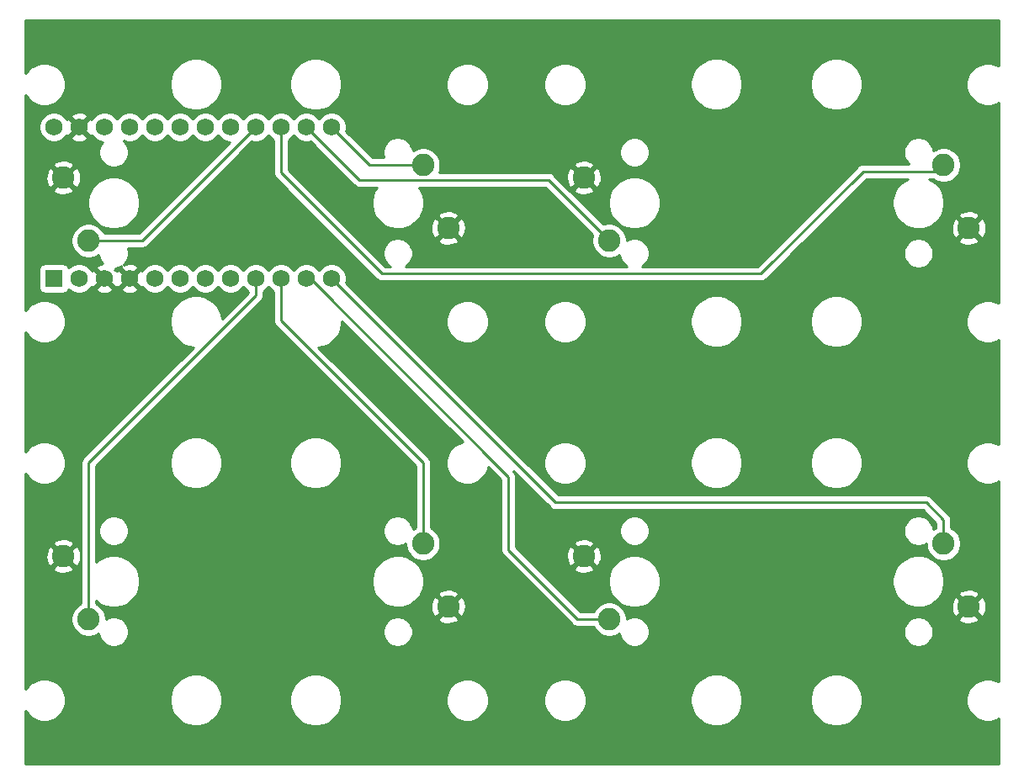
<source format=gtl>
%TF.GenerationSoftware,KiCad,Pcbnew,(5.1.9)-1*%
%TF.CreationDate,2021-04-18T19:10:53+08:00*%
%TF.ProjectId,ISOISOISO,49534f49-534f-4495-934f-2e6b69636164,rev?*%
%TF.SameCoordinates,Original*%
%TF.FileFunction,Copper,L1,Top*%
%TF.FilePolarity,Positive*%
%FSLAX46Y46*%
G04 Gerber Fmt 4.6, Leading zero omitted, Abs format (unit mm)*
G04 Created by KiCad (PCBNEW (5.1.9)-1) date 2021-04-18 19:10:53*
%MOMM*%
%LPD*%
G01*
G04 APERTURE LIST*
%TA.AperFunction,ComponentPad*%
%ADD10C,1.752600*%
%TD*%
%TA.AperFunction,ComponentPad*%
%ADD11R,1.752600X1.752600*%
%TD*%
%TA.AperFunction,ComponentPad*%
%ADD12C,2.250000*%
%TD*%
%TA.AperFunction,Conductor*%
%ADD13C,0.250000*%
%TD*%
%TA.AperFunction,Conductor*%
%ADD14C,0.254000*%
%TD*%
%TA.AperFunction,Conductor*%
%ADD15C,0.100000*%
%TD*%
G04 APERTURE END LIST*
D10*
%TO.P,U1,24*%
%TO.N,Net-(U1-Pad24)*%
X32067500Y-33655000D03*
%TO.P,U1,12*%
%TO.N,SW8*%
X60007500Y-48895000D03*
%TO.P,U1,23*%
%TO.N,GND*%
X34607500Y-33655000D03*
%TO.P,U1,22*%
%TO.N,Net-(U1-Pad22)*%
X37147500Y-33655000D03*
%TO.P,U1,21*%
%TO.N,Net-(U1-Pad21)*%
X39687500Y-33655000D03*
%TO.P,U1,20*%
%TO.N,Net-(U1-Pad20)*%
X42227500Y-33655000D03*
%TO.P,U1,19*%
%TO.N,Net-(U1-Pad19)*%
X44767500Y-33655000D03*
%TO.P,U1,18*%
%TO.N,Net-(U1-Pad18)*%
X47307500Y-33655000D03*
%TO.P,U1,17*%
%TO.N,Net-(U1-Pad17)*%
X49847500Y-33655000D03*
%TO.P,U1,16*%
%TO.N,SW1*%
X52387500Y-33655000D03*
%TO.P,U1,15*%
%TO.N,SW4*%
X54927500Y-33655000D03*
%TO.P,U1,14*%
%TO.N,SW3*%
X57467500Y-33655000D03*
%TO.P,U1,13*%
%TO.N,SW2*%
X60007500Y-33655000D03*
%TO.P,U1,11*%
%TO.N,SW7*%
X57467500Y-48895000D03*
%TO.P,U1,10*%
%TO.N,SW6*%
X54927500Y-48895000D03*
%TO.P,U1,9*%
%TO.N,SW5*%
X52387500Y-48895000D03*
%TO.P,U1,8*%
%TO.N,Net-(U1-Pad8)*%
X49847500Y-48895000D03*
%TO.P,U1,7*%
%TO.N,Net-(U1-Pad7)*%
X47307500Y-48895000D03*
%TO.P,U1,6*%
%TO.N,Net-(U1-Pad6)*%
X44767500Y-48895000D03*
%TO.P,U1,5*%
%TO.N,Net-(U1-Pad5)*%
X42227500Y-48895000D03*
%TO.P,U1,4*%
%TO.N,GND*%
X39687500Y-48895000D03*
%TO.P,U1,3*%
X37147500Y-48895000D03*
%TO.P,U1,2*%
%TO.N,Net-(U1-Pad2)*%
X34607500Y-48895000D03*
D11*
%TO.P,U1,1*%
%TO.N,Net-(U1-Pad1)*%
X32067500Y-48895000D03*
%TD*%
D12*
%TO.P,MX8,1*%
%TO.N,SW8*%
X121602500Y-75565000D03*
%TO.P,MX8,2*%
%TO.N,GND*%
X124142500Y-81915000D03*
%TD*%
%TO.P,MX7,1*%
%TO.N,SW4*%
X121602500Y-37465000D03*
%TO.P,MX7,2*%
%TO.N,GND*%
X124142500Y-43815000D03*
%TD*%
%TO.P,MX6,1*%
%TO.N,SW7*%
X87947500Y-83185000D03*
%TO.P,MX6,2*%
%TO.N,GND*%
X85407500Y-76835000D03*
%TD*%
%TO.P,MX5,1*%
%TO.N,SW3*%
X87947500Y-45085000D03*
%TO.P,MX5,2*%
%TO.N,GND*%
X85407500Y-38735000D03*
%TD*%
%TO.P,MX4,1*%
%TO.N,SW6*%
X69215000Y-75565000D03*
%TO.P,MX4,2*%
%TO.N,GND*%
X71755000Y-81915000D03*
%TD*%
%TO.P,MX3,1*%
%TO.N,SW2*%
X69215000Y-37465000D03*
%TO.P,MX3,2*%
%TO.N,GND*%
X71755000Y-43815000D03*
%TD*%
%TO.P,MX2,1*%
%TO.N,SW5*%
X35560000Y-83185000D03*
%TO.P,MX2,2*%
%TO.N,GND*%
X33020000Y-76835000D03*
%TD*%
%TO.P,MX1,1*%
%TO.N,SW1*%
X35560000Y-45085000D03*
%TO.P,MX1,2*%
%TO.N,GND*%
X33020000Y-38735000D03*
%TD*%
D13*
%TO.N,SW1*%
X40957500Y-45085000D02*
X52387500Y-33655000D01*
X35560000Y-45085000D02*
X40957500Y-45085000D01*
%TO.N,SW5*%
X35560000Y-67439974D02*
X52387500Y-50612474D01*
X52387500Y-50612474D02*
X52387500Y-48895000D01*
X35560000Y-83185000D02*
X35560000Y-67439974D01*
%TO.N,SW2*%
X63817500Y-37465000D02*
X60007500Y-33655000D01*
X69215000Y-37465000D02*
X63817500Y-37465000D01*
%TO.N,SW6*%
X54927500Y-53152474D02*
X54927500Y-48895000D01*
X69215000Y-67439974D02*
X54927500Y-53152474D01*
X69215000Y-75565000D02*
X69215000Y-67439974D01*
%TO.N,SW3*%
X62768599Y-38956099D02*
X57467500Y-33655000D01*
X81818599Y-38956099D02*
X62768599Y-38956099D01*
X87947500Y-45085000D02*
X81818599Y-38956099D01*
%TO.N,SW7*%
X87947500Y-83185000D02*
X84772500Y-83185000D01*
X84772500Y-83185000D02*
X77787500Y-76200000D01*
X57854522Y-48895000D02*
X57467500Y-48895000D01*
X77787500Y-68827978D02*
X57854522Y-48895000D01*
X77787500Y-76200000D02*
X77787500Y-68827978D01*
%TO.N,SW4*%
X120967500Y-38100000D02*
X121602500Y-37465000D01*
X103187500Y-48418750D02*
X113506250Y-38100000D01*
X113506250Y-38100000D02*
X120967500Y-38100000D01*
X65087500Y-48418750D02*
X103187500Y-48418750D01*
X54927500Y-38258750D02*
X65087500Y-48418750D01*
X54927500Y-33655000D02*
X54927500Y-38258750D01*
%TO.N,SW8*%
X121602500Y-73183750D02*
X121602500Y-75565000D01*
X82550000Y-71437500D02*
X119856250Y-71437500D01*
X119856250Y-71437500D02*
X121602500Y-73183750D01*
X60007500Y-48895000D02*
X82550000Y-71437500D01*
%TD*%
D14*
%TO.N,GND*%
X127133751Y-27466203D02*
X127070170Y-27423719D01*
X126677257Y-27260970D01*
X126260143Y-27178000D01*
X125834857Y-27178000D01*
X125417743Y-27260970D01*
X125024830Y-27423719D01*
X124671218Y-27659996D01*
X124370496Y-27960718D01*
X124134219Y-28314330D01*
X123971470Y-28707243D01*
X123888500Y-29124357D01*
X123888500Y-29549643D01*
X123971470Y-29966757D01*
X124134219Y-30359670D01*
X124370496Y-30713282D01*
X124671218Y-31014004D01*
X125024830Y-31250281D01*
X125417743Y-31413030D01*
X125834857Y-31496000D01*
X126260143Y-31496000D01*
X126677257Y-31413030D01*
X127070170Y-31250281D01*
X127133751Y-31207797D01*
X127133751Y-51342202D01*
X127070170Y-51299719D01*
X126677257Y-51136970D01*
X126260143Y-51054000D01*
X125834857Y-51054000D01*
X125417743Y-51136970D01*
X125024830Y-51299719D01*
X124671218Y-51535996D01*
X124370496Y-51836718D01*
X124134219Y-52190330D01*
X123971470Y-52583243D01*
X123888500Y-53000357D01*
X123888500Y-53425643D01*
X123971470Y-53842757D01*
X124134219Y-54235670D01*
X124370496Y-54589282D01*
X124671218Y-54890004D01*
X125024830Y-55126281D01*
X125417743Y-55289030D01*
X125834857Y-55372000D01*
X126260143Y-55372000D01*
X126677257Y-55289030D01*
X127070170Y-55126281D01*
X127133751Y-55083798D01*
X127133750Y-65566202D01*
X127070170Y-65523719D01*
X126677257Y-65360970D01*
X126260143Y-65278000D01*
X125834857Y-65278000D01*
X125417743Y-65360970D01*
X125024830Y-65523719D01*
X124671218Y-65759996D01*
X124370496Y-66060718D01*
X124134219Y-66414330D01*
X123971470Y-66807243D01*
X123888500Y-67224357D01*
X123888500Y-67649643D01*
X123971470Y-68066757D01*
X124134219Y-68459670D01*
X124370496Y-68813282D01*
X124671218Y-69114004D01*
X125024830Y-69350281D01*
X125417743Y-69513030D01*
X125834857Y-69596000D01*
X126260143Y-69596000D01*
X126677257Y-69513030D01*
X127070170Y-69350281D01*
X127133750Y-69307798D01*
X127133750Y-89442202D01*
X127070170Y-89399719D01*
X126677257Y-89236970D01*
X126260143Y-89154000D01*
X125834857Y-89154000D01*
X125417743Y-89236970D01*
X125024830Y-89399719D01*
X124671218Y-89635996D01*
X124370496Y-89936718D01*
X124134219Y-90290330D01*
X123971470Y-90683243D01*
X123888500Y-91100357D01*
X123888500Y-91525643D01*
X123971470Y-91942757D01*
X124134219Y-92335670D01*
X124370496Y-92689282D01*
X124671218Y-92990004D01*
X125024830Y-93226281D01*
X125417743Y-93389030D01*
X125834857Y-93472000D01*
X126260143Y-93472000D01*
X126677257Y-93389030D01*
X127070170Y-93226281D01*
X127133750Y-93183798D01*
X127133750Y-97765000D01*
X29235000Y-97765000D01*
X29235000Y-92385478D01*
X29437996Y-92689282D01*
X29738718Y-92990004D01*
X30092330Y-93226281D01*
X30485243Y-93389030D01*
X30902357Y-93472000D01*
X31327643Y-93472000D01*
X31744757Y-93389030D01*
X32137670Y-93226281D01*
X32491282Y-92990004D01*
X32792004Y-92689282D01*
X33028281Y-92335670D01*
X33191030Y-91942757D01*
X33274000Y-91525643D01*
X33274000Y-91100357D01*
X33264795Y-91054076D01*
X43726100Y-91054076D01*
X43726100Y-91571924D01*
X43827127Y-92079822D01*
X44025299Y-92558251D01*
X44313000Y-92988826D01*
X44679174Y-93355000D01*
X45109749Y-93642701D01*
X45588178Y-93840873D01*
X46096076Y-93941900D01*
X46613924Y-93941900D01*
X47121822Y-93840873D01*
X47600251Y-93642701D01*
X48030826Y-93355000D01*
X48397000Y-92988826D01*
X48684701Y-92558251D01*
X48882873Y-92079822D01*
X48983900Y-91571924D01*
X48983900Y-91054076D01*
X55791100Y-91054076D01*
X55791100Y-91571924D01*
X55892127Y-92079822D01*
X56090299Y-92558251D01*
X56378000Y-92988826D01*
X56744174Y-93355000D01*
X57174749Y-93642701D01*
X57653178Y-93840873D01*
X58161076Y-93941900D01*
X58678924Y-93941900D01*
X59186822Y-93840873D01*
X59665251Y-93642701D01*
X60095826Y-93355000D01*
X60462000Y-92988826D01*
X60749701Y-92558251D01*
X60947873Y-92079822D01*
X61048900Y-91571924D01*
X61048900Y-91100357D01*
X71501000Y-91100357D01*
X71501000Y-91525643D01*
X71583970Y-91942757D01*
X71746719Y-92335670D01*
X71982996Y-92689282D01*
X72283718Y-92990004D01*
X72637330Y-93226281D01*
X73030243Y-93389030D01*
X73447357Y-93472000D01*
X73872643Y-93472000D01*
X74289757Y-93389030D01*
X74682670Y-93226281D01*
X75036282Y-92990004D01*
X75337004Y-92689282D01*
X75573281Y-92335670D01*
X75736030Y-91942757D01*
X75819000Y-91525643D01*
X75819000Y-91100357D01*
X81343500Y-91100357D01*
X81343500Y-91525643D01*
X81426470Y-91942757D01*
X81589219Y-92335670D01*
X81825496Y-92689282D01*
X82126218Y-92990004D01*
X82479830Y-93226281D01*
X82872743Y-93389030D01*
X83289857Y-93472000D01*
X83715143Y-93472000D01*
X84132257Y-93389030D01*
X84525170Y-93226281D01*
X84878782Y-92990004D01*
X85179504Y-92689282D01*
X85415781Y-92335670D01*
X85578530Y-91942757D01*
X85661500Y-91525643D01*
X85661500Y-91100357D01*
X85652295Y-91054076D01*
X96113600Y-91054076D01*
X96113600Y-91571924D01*
X96214627Y-92079822D01*
X96412799Y-92558251D01*
X96700500Y-92988826D01*
X97066674Y-93355000D01*
X97497249Y-93642701D01*
X97975678Y-93840873D01*
X98483576Y-93941900D01*
X99001424Y-93941900D01*
X99509322Y-93840873D01*
X99987751Y-93642701D01*
X100418326Y-93355000D01*
X100784500Y-92988826D01*
X101072201Y-92558251D01*
X101270373Y-92079822D01*
X101371400Y-91571924D01*
X101371400Y-91054076D01*
X108178600Y-91054076D01*
X108178600Y-91571924D01*
X108279627Y-92079822D01*
X108477799Y-92558251D01*
X108765500Y-92988826D01*
X109131674Y-93355000D01*
X109562249Y-93642701D01*
X110040678Y-93840873D01*
X110548576Y-93941900D01*
X111066424Y-93941900D01*
X111574322Y-93840873D01*
X112052751Y-93642701D01*
X112483326Y-93355000D01*
X112849500Y-92988826D01*
X113137201Y-92558251D01*
X113335373Y-92079822D01*
X113436400Y-91571924D01*
X113436400Y-91054076D01*
X113335373Y-90546178D01*
X113137201Y-90067749D01*
X112849500Y-89637174D01*
X112483326Y-89271000D01*
X112052751Y-88983299D01*
X111574322Y-88785127D01*
X111066424Y-88684100D01*
X110548576Y-88684100D01*
X110040678Y-88785127D01*
X109562249Y-88983299D01*
X109131674Y-89271000D01*
X108765500Y-89637174D01*
X108477799Y-90067749D01*
X108279627Y-90546178D01*
X108178600Y-91054076D01*
X101371400Y-91054076D01*
X101270373Y-90546178D01*
X101072201Y-90067749D01*
X100784500Y-89637174D01*
X100418326Y-89271000D01*
X99987751Y-88983299D01*
X99509322Y-88785127D01*
X99001424Y-88684100D01*
X98483576Y-88684100D01*
X97975678Y-88785127D01*
X97497249Y-88983299D01*
X97066674Y-89271000D01*
X96700500Y-89637174D01*
X96412799Y-90067749D01*
X96214627Y-90546178D01*
X96113600Y-91054076D01*
X85652295Y-91054076D01*
X85578530Y-90683243D01*
X85415781Y-90290330D01*
X85179504Y-89936718D01*
X84878782Y-89635996D01*
X84525170Y-89399719D01*
X84132257Y-89236970D01*
X83715143Y-89154000D01*
X83289857Y-89154000D01*
X82872743Y-89236970D01*
X82479830Y-89399719D01*
X82126218Y-89635996D01*
X81825496Y-89936718D01*
X81589219Y-90290330D01*
X81426470Y-90683243D01*
X81343500Y-91100357D01*
X75819000Y-91100357D01*
X75736030Y-90683243D01*
X75573281Y-90290330D01*
X75337004Y-89936718D01*
X75036282Y-89635996D01*
X74682670Y-89399719D01*
X74289757Y-89236970D01*
X73872643Y-89154000D01*
X73447357Y-89154000D01*
X73030243Y-89236970D01*
X72637330Y-89399719D01*
X72283718Y-89635996D01*
X71982996Y-89936718D01*
X71746719Y-90290330D01*
X71583970Y-90683243D01*
X71501000Y-91100357D01*
X61048900Y-91100357D01*
X61048900Y-91054076D01*
X60947873Y-90546178D01*
X60749701Y-90067749D01*
X60462000Y-89637174D01*
X60095826Y-89271000D01*
X59665251Y-88983299D01*
X59186822Y-88785127D01*
X58678924Y-88684100D01*
X58161076Y-88684100D01*
X57653178Y-88785127D01*
X57174749Y-88983299D01*
X56744174Y-89271000D01*
X56378000Y-89637174D01*
X56090299Y-90067749D01*
X55892127Y-90546178D01*
X55791100Y-91054076D01*
X48983900Y-91054076D01*
X48882873Y-90546178D01*
X48684701Y-90067749D01*
X48397000Y-89637174D01*
X48030826Y-89271000D01*
X47600251Y-88983299D01*
X47121822Y-88785127D01*
X46613924Y-88684100D01*
X46096076Y-88684100D01*
X45588178Y-88785127D01*
X45109749Y-88983299D01*
X44679174Y-89271000D01*
X44313000Y-89637174D01*
X44025299Y-90067749D01*
X43827127Y-90546178D01*
X43726100Y-91054076D01*
X33264795Y-91054076D01*
X33191030Y-90683243D01*
X33028281Y-90290330D01*
X32792004Y-89936718D01*
X32491282Y-89635996D01*
X32137670Y-89399719D01*
X31744757Y-89236970D01*
X31327643Y-89154000D01*
X30902357Y-89154000D01*
X30485243Y-89236970D01*
X30092330Y-89399719D01*
X29738718Y-89635996D01*
X29437996Y-89936718D01*
X29235000Y-90240522D01*
X29235000Y-83011655D01*
X33800000Y-83011655D01*
X33800000Y-83358345D01*
X33867636Y-83698373D01*
X34000308Y-84018673D01*
X34192919Y-84306935D01*
X34438065Y-84552081D01*
X34726327Y-84744692D01*
X35046627Y-84877364D01*
X35386655Y-84945000D01*
X35733345Y-84945000D01*
X36073373Y-84877364D01*
X36393673Y-84744692D01*
X36591719Y-84612362D01*
X36648029Y-84895451D01*
X36761856Y-85170253D01*
X36927107Y-85417569D01*
X37137431Y-85627893D01*
X37384747Y-85793144D01*
X37659549Y-85906971D01*
X37951278Y-85965000D01*
X38248722Y-85965000D01*
X38540451Y-85906971D01*
X38815253Y-85793144D01*
X39062569Y-85627893D01*
X39272893Y-85417569D01*
X39438144Y-85170253D01*
X39551971Y-84895451D01*
X39610000Y-84603722D01*
X39610000Y-84306278D01*
X65165000Y-84306278D01*
X65165000Y-84603722D01*
X65223029Y-84895451D01*
X65336856Y-85170253D01*
X65502107Y-85417569D01*
X65712431Y-85627893D01*
X65959747Y-85793144D01*
X66234549Y-85906971D01*
X66526278Y-85965000D01*
X66823722Y-85965000D01*
X67115451Y-85906971D01*
X67390253Y-85793144D01*
X67637569Y-85627893D01*
X67847893Y-85417569D01*
X68013144Y-85170253D01*
X68126971Y-84895451D01*
X68185000Y-84603722D01*
X68185000Y-84306278D01*
X68126971Y-84014549D01*
X68013144Y-83739747D01*
X67847893Y-83492431D01*
X67637569Y-83282107D01*
X67424189Y-83139531D01*
X70710074Y-83139531D01*
X70820921Y-83416714D01*
X71131840Y-83570089D01*
X71466705Y-83659860D01*
X71812650Y-83682576D01*
X72156380Y-83637366D01*
X72484685Y-83525966D01*
X72689079Y-83416714D01*
X72799926Y-83139531D01*
X71755000Y-82094605D01*
X70710074Y-83139531D01*
X67424189Y-83139531D01*
X67390253Y-83116856D01*
X67115451Y-83003029D01*
X66823722Y-82945000D01*
X66526278Y-82945000D01*
X66234549Y-83003029D01*
X65959747Y-83116856D01*
X65712431Y-83282107D01*
X65502107Y-83492431D01*
X65336856Y-83739747D01*
X65223029Y-84014549D01*
X65165000Y-84306278D01*
X39610000Y-84306278D01*
X39551971Y-84014549D01*
X39438144Y-83739747D01*
X39272893Y-83492431D01*
X39062569Y-83282107D01*
X38815253Y-83116856D01*
X38540451Y-83003029D01*
X38248722Y-82945000D01*
X37951278Y-82945000D01*
X37659549Y-83003029D01*
X37384747Y-83116856D01*
X37320000Y-83160118D01*
X37320000Y-83011655D01*
X37252364Y-82671627D01*
X37119692Y-82351327D01*
X36927081Y-82063065D01*
X36681935Y-81817919D01*
X36393673Y-81625308D01*
X36320000Y-81594792D01*
X36320000Y-81312826D01*
X36424174Y-81417000D01*
X36854749Y-81704701D01*
X37333178Y-81902873D01*
X37841076Y-82003900D01*
X38358924Y-82003900D01*
X38866822Y-81902873D01*
X39345251Y-81704701D01*
X39775826Y-81417000D01*
X40142000Y-81050826D01*
X40429701Y-80620251D01*
X40627873Y-80141822D01*
X40728900Y-79633924D01*
X40728900Y-79116076D01*
X64046100Y-79116076D01*
X64046100Y-79633924D01*
X64147127Y-80141822D01*
X64345299Y-80620251D01*
X64633000Y-81050826D01*
X64999174Y-81417000D01*
X65429749Y-81704701D01*
X65908178Y-81902873D01*
X66416076Y-82003900D01*
X66933924Y-82003900D01*
X67091028Y-81972650D01*
X69987424Y-81972650D01*
X70032634Y-82316380D01*
X70144034Y-82644685D01*
X70253286Y-82849079D01*
X70530469Y-82959926D01*
X71575395Y-81915000D01*
X71934605Y-81915000D01*
X72979531Y-82959926D01*
X73256714Y-82849079D01*
X73410089Y-82538160D01*
X73499860Y-82203295D01*
X73522576Y-81857350D01*
X73477366Y-81513620D01*
X73365966Y-81185315D01*
X73256714Y-80980921D01*
X72979531Y-80870074D01*
X71934605Y-81915000D01*
X71575395Y-81915000D01*
X70530469Y-80870074D01*
X70253286Y-80980921D01*
X70099911Y-81291840D01*
X70010140Y-81626705D01*
X69987424Y-81972650D01*
X67091028Y-81972650D01*
X67441822Y-81902873D01*
X67920251Y-81704701D01*
X68350826Y-81417000D01*
X68717000Y-81050826D01*
X68957782Y-80690469D01*
X70710074Y-80690469D01*
X71755000Y-81735395D01*
X72799926Y-80690469D01*
X72689079Y-80413286D01*
X72378160Y-80259911D01*
X72043295Y-80170140D01*
X71697350Y-80147424D01*
X71353620Y-80192634D01*
X71025315Y-80304034D01*
X70820921Y-80413286D01*
X70710074Y-80690469D01*
X68957782Y-80690469D01*
X69004701Y-80620251D01*
X69202873Y-80141822D01*
X69303900Y-79633924D01*
X69303900Y-79116076D01*
X69202873Y-78608178D01*
X69004701Y-78129749D01*
X68717000Y-77699174D01*
X68350826Y-77333000D01*
X67920251Y-77045299D01*
X67441822Y-76847127D01*
X66933924Y-76746100D01*
X66416076Y-76746100D01*
X65908178Y-76847127D01*
X65429749Y-77045299D01*
X64999174Y-77333000D01*
X64633000Y-77699174D01*
X64345299Y-78129749D01*
X64147127Y-78608178D01*
X64046100Y-79116076D01*
X40728900Y-79116076D01*
X40627873Y-78608178D01*
X40429701Y-78129749D01*
X40142000Y-77699174D01*
X39775826Y-77333000D01*
X39345251Y-77045299D01*
X38866822Y-76847127D01*
X38358924Y-76746100D01*
X37841076Y-76746100D01*
X37333178Y-76847127D01*
X36854749Y-77045299D01*
X36424174Y-77333000D01*
X36320000Y-77437174D01*
X36320000Y-74146278D01*
X36590000Y-74146278D01*
X36590000Y-74443722D01*
X36648029Y-74735451D01*
X36761856Y-75010253D01*
X36927107Y-75257569D01*
X37137431Y-75467893D01*
X37384747Y-75633144D01*
X37659549Y-75746971D01*
X37951278Y-75805000D01*
X38248722Y-75805000D01*
X38540451Y-75746971D01*
X38815253Y-75633144D01*
X39062569Y-75467893D01*
X39272893Y-75257569D01*
X39438144Y-75010253D01*
X39551971Y-74735451D01*
X39610000Y-74443722D01*
X39610000Y-74146278D01*
X39551971Y-73854549D01*
X39438144Y-73579747D01*
X39272893Y-73332431D01*
X39062569Y-73122107D01*
X38815253Y-72956856D01*
X38540451Y-72843029D01*
X38248722Y-72785000D01*
X37951278Y-72785000D01*
X37659549Y-72843029D01*
X37384747Y-72956856D01*
X37137431Y-73122107D01*
X36927107Y-73332431D01*
X36761856Y-73579747D01*
X36648029Y-73854549D01*
X36590000Y-74146278D01*
X36320000Y-74146278D01*
X36320000Y-67754775D01*
X36896699Y-67178076D01*
X43726100Y-67178076D01*
X43726100Y-67695924D01*
X43827127Y-68203822D01*
X44025299Y-68682251D01*
X44313000Y-69112826D01*
X44679174Y-69479000D01*
X45109749Y-69766701D01*
X45588178Y-69964873D01*
X46096076Y-70065900D01*
X46613924Y-70065900D01*
X47121822Y-69964873D01*
X47600251Y-69766701D01*
X48030826Y-69479000D01*
X48397000Y-69112826D01*
X48684701Y-68682251D01*
X48882873Y-68203822D01*
X48983900Y-67695924D01*
X48983900Y-67178076D01*
X55791100Y-67178076D01*
X55791100Y-67695924D01*
X55892127Y-68203822D01*
X56090299Y-68682251D01*
X56378000Y-69112826D01*
X56744174Y-69479000D01*
X57174749Y-69766701D01*
X57653178Y-69964873D01*
X58161076Y-70065900D01*
X58678924Y-70065900D01*
X59186822Y-69964873D01*
X59665251Y-69766701D01*
X60095826Y-69479000D01*
X60462000Y-69112826D01*
X60749701Y-68682251D01*
X60947873Y-68203822D01*
X61048900Y-67695924D01*
X61048900Y-67178076D01*
X60947873Y-66670178D01*
X60749701Y-66191749D01*
X60462000Y-65761174D01*
X60095826Y-65395000D01*
X59665251Y-65107299D01*
X59186822Y-64909127D01*
X58678924Y-64808100D01*
X58161076Y-64808100D01*
X57653178Y-64909127D01*
X57174749Y-65107299D01*
X56744174Y-65395000D01*
X56378000Y-65761174D01*
X56090299Y-66191749D01*
X55892127Y-66670178D01*
X55791100Y-67178076D01*
X48983900Y-67178076D01*
X48882873Y-66670178D01*
X48684701Y-66191749D01*
X48397000Y-65761174D01*
X48030826Y-65395000D01*
X47600251Y-65107299D01*
X47121822Y-64909127D01*
X46613924Y-64808100D01*
X46096076Y-64808100D01*
X45588178Y-64909127D01*
X45109749Y-65107299D01*
X44679174Y-65395000D01*
X44313000Y-65761174D01*
X44025299Y-66191749D01*
X43827127Y-66670178D01*
X43726100Y-67178076D01*
X36896699Y-67178076D01*
X52898504Y-51176272D01*
X52927501Y-51152475D01*
X53022474Y-51036750D01*
X53093046Y-50904721D01*
X53136503Y-50761460D01*
X53147500Y-50649807D01*
X53147500Y-50649799D01*
X53151176Y-50612474D01*
X53147500Y-50575149D01*
X53147500Y-50204810D01*
X53350898Y-50068904D01*
X53561404Y-49858398D01*
X53657500Y-49714580D01*
X53753596Y-49858398D01*
X53964102Y-50068904D01*
X54167501Y-50204810D01*
X54167500Y-53115151D01*
X54163824Y-53152474D01*
X54167500Y-53189796D01*
X54167500Y-53189806D01*
X54178497Y-53301459D01*
X54216167Y-53425643D01*
X54221954Y-53444720D01*
X54292526Y-53576750D01*
X54332371Y-53625300D01*
X54387499Y-53692475D01*
X54416503Y-53716278D01*
X68455001Y-67754777D01*
X68455000Y-73974792D01*
X68381327Y-74005308D01*
X68183281Y-74137638D01*
X68126971Y-73854549D01*
X68013144Y-73579747D01*
X67847893Y-73332431D01*
X67637569Y-73122107D01*
X67390253Y-72956856D01*
X67115451Y-72843029D01*
X66823722Y-72785000D01*
X66526278Y-72785000D01*
X66234549Y-72843029D01*
X65959747Y-72956856D01*
X65712431Y-73122107D01*
X65502107Y-73332431D01*
X65336856Y-73579747D01*
X65223029Y-73854549D01*
X65165000Y-74146278D01*
X65165000Y-74443722D01*
X65223029Y-74735451D01*
X65336856Y-75010253D01*
X65502107Y-75257569D01*
X65712431Y-75467893D01*
X65959747Y-75633144D01*
X66234549Y-75746971D01*
X66526278Y-75805000D01*
X66823722Y-75805000D01*
X67115451Y-75746971D01*
X67390253Y-75633144D01*
X67455000Y-75589882D01*
X67455000Y-75738345D01*
X67522636Y-76078373D01*
X67655308Y-76398673D01*
X67847919Y-76686935D01*
X68093065Y-76932081D01*
X68381327Y-77124692D01*
X68701627Y-77257364D01*
X69041655Y-77325000D01*
X69388345Y-77325000D01*
X69728373Y-77257364D01*
X70048673Y-77124692D01*
X70336935Y-76932081D01*
X70582081Y-76686935D01*
X70774692Y-76398673D01*
X70907364Y-76078373D01*
X70975000Y-75738345D01*
X70975000Y-75391655D01*
X70907364Y-75051627D01*
X70774692Y-74731327D01*
X70582081Y-74443065D01*
X70336935Y-74197919D01*
X70048673Y-74005308D01*
X69975000Y-73974792D01*
X69975000Y-67477296D01*
X69978676Y-67439973D01*
X69975000Y-67402650D01*
X69975000Y-67402641D01*
X69964003Y-67290988D01*
X69920546Y-67147727D01*
X69849974Y-67015698D01*
X69755001Y-66899973D01*
X69726003Y-66876175D01*
X58689603Y-55839776D01*
X59186822Y-55740873D01*
X59665251Y-55542701D01*
X60095826Y-55255000D01*
X60462000Y-54888826D01*
X60749701Y-54458251D01*
X60947873Y-53979822D01*
X61048900Y-53471924D01*
X61048900Y-53164179D01*
X73209945Y-65325225D01*
X73030243Y-65360970D01*
X72637330Y-65523719D01*
X72283718Y-65759996D01*
X71982996Y-66060718D01*
X71746719Y-66414330D01*
X71583970Y-66807243D01*
X71501000Y-67224357D01*
X71501000Y-67649643D01*
X71583970Y-68066757D01*
X71746719Y-68459670D01*
X71982996Y-68813282D01*
X72283718Y-69114004D01*
X72637330Y-69350281D01*
X73030243Y-69513030D01*
X73447357Y-69596000D01*
X73872643Y-69596000D01*
X74289757Y-69513030D01*
X74682670Y-69350281D01*
X75036282Y-69114004D01*
X75337004Y-68813282D01*
X75573281Y-68459670D01*
X75736030Y-68066757D01*
X75771775Y-67887055D01*
X77027501Y-69142781D01*
X77027500Y-76162678D01*
X77023824Y-76200000D01*
X77027500Y-76237322D01*
X77027500Y-76237332D01*
X77038497Y-76348985D01*
X77081954Y-76492246D01*
X77152526Y-76624276D01*
X77178065Y-76655395D01*
X77247499Y-76740001D01*
X77276503Y-76763804D01*
X84208701Y-83696003D01*
X84232499Y-83725001D01*
X84348224Y-83819974D01*
X84480253Y-83890546D01*
X84623514Y-83934003D01*
X84735167Y-83945000D01*
X84735175Y-83945000D01*
X84772500Y-83948676D01*
X84809825Y-83945000D01*
X86357292Y-83945000D01*
X86387808Y-84018673D01*
X86580419Y-84306935D01*
X86825565Y-84552081D01*
X87113827Y-84744692D01*
X87434127Y-84877364D01*
X87774155Y-84945000D01*
X88120845Y-84945000D01*
X88460873Y-84877364D01*
X88781173Y-84744692D01*
X88979219Y-84612362D01*
X89035529Y-84895451D01*
X89149356Y-85170253D01*
X89314607Y-85417569D01*
X89524931Y-85627893D01*
X89772247Y-85793144D01*
X90047049Y-85906971D01*
X90338778Y-85965000D01*
X90636222Y-85965000D01*
X90927951Y-85906971D01*
X91202753Y-85793144D01*
X91450069Y-85627893D01*
X91660393Y-85417569D01*
X91825644Y-85170253D01*
X91939471Y-84895451D01*
X91997500Y-84603722D01*
X91997500Y-84306278D01*
X117552500Y-84306278D01*
X117552500Y-84603722D01*
X117610529Y-84895451D01*
X117724356Y-85170253D01*
X117889607Y-85417569D01*
X118099931Y-85627893D01*
X118347247Y-85793144D01*
X118622049Y-85906971D01*
X118913778Y-85965000D01*
X119211222Y-85965000D01*
X119502951Y-85906971D01*
X119777753Y-85793144D01*
X120025069Y-85627893D01*
X120235393Y-85417569D01*
X120400644Y-85170253D01*
X120514471Y-84895451D01*
X120572500Y-84603722D01*
X120572500Y-84306278D01*
X120514471Y-84014549D01*
X120400644Y-83739747D01*
X120235393Y-83492431D01*
X120025069Y-83282107D01*
X119811689Y-83139531D01*
X123097574Y-83139531D01*
X123208421Y-83416714D01*
X123519340Y-83570089D01*
X123854205Y-83659860D01*
X124200150Y-83682576D01*
X124543880Y-83637366D01*
X124872185Y-83525966D01*
X125076579Y-83416714D01*
X125187426Y-83139531D01*
X124142500Y-82094605D01*
X123097574Y-83139531D01*
X119811689Y-83139531D01*
X119777753Y-83116856D01*
X119502951Y-83003029D01*
X119211222Y-82945000D01*
X118913778Y-82945000D01*
X118622049Y-83003029D01*
X118347247Y-83116856D01*
X118099931Y-83282107D01*
X117889607Y-83492431D01*
X117724356Y-83739747D01*
X117610529Y-84014549D01*
X117552500Y-84306278D01*
X91997500Y-84306278D01*
X91939471Y-84014549D01*
X91825644Y-83739747D01*
X91660393Y-83492431D01*
X91450069Y-83282107D01*
X91202753Y-83116856D01*
X90927951Y-83003029D01*
X90636222Y-82945000D01*
X90338778Y-82945000D01*
X90047049Y-83003029D01*
X89772247Y-83116856D01*
X89707500Y-83160118D01*
X89707500Y-83011655D01*
X89639864Y-82671627D01*
X89507192Y-82351327D01*
X89314581Y-82063065D01*
X89069435Y-81817919D01*
X88781173Y-81625308D01*
X88460873Y-81492636D01*
X88120845Y-81425000D01*
X87774155Y-81425000D01*
X87434127Y-81492636D01*
X87113827Y-81625308D01*
X86825565Y-81817919D01*
X86580419Y-82063065D01*
X86387808Y-82351327D01*
X86357292Y-82425000D01*
X85087302Y-82425000D01*
X81778378Y-79116076D01*
X87858600Y-79116076D01*
X87858600Y-79633924D01*
X87959627Y-80141822D01*
X88157799Y-80620251D01*
X88445500Y-81050826D01*
X88811674Y-81417000D01*
X89242249Y-81704701D01*
X89720678Y-81902873D01*
X90228576Y-82003900D01*
X90746424Y-82003900D01*
X91254322Y-81902873D01*
X91732751Y-81704701D01*
X92163326Y-81417000D01*
X92529500Y-81050826D01*
X92817201Y-80620251D01*
X93015373Y-80141822D01*
X93116400Y-79633924D01*
X93116400Y-79116076D01*
X116433600Y-79116076D01*
X116433600Y-79633924D01*
X116534627Y-80141822D01*
X116732799Y-80620251D01*
X117020500Y-81050826D01*
X117386674Y-81417000D01*
X117817249Y-81704701D01*
X118295678Y-81902873D01*
X118803576Y-82003900D01*
X119321424Y-82003900D01*
X119478528Y-81972650D01*
X122374924Y-81972650D01*
X122420134Y-82316380D01*
X122531534Y-82644685D01*
X122640786Y-82849079D01*
X122917969Y-82959926D01*
X123962895Y-81915000D01*
X124322105Y-81915000D01*
X125367031Y-82959926D01*
X125644214Y-82849079D01*
X125797589Y-82538160D01*
X125887360Y-82203295D01*
X125910076Y-81857350D01*
X125864866Y-81513620D01*
X125753466Y-81185315D01*
X125644214Y-80980921D01*
X125367031Y-80870074D01*
X124322105Y-81915000D01*
X123962895Y-81915000D01*
X122917969Y-80870074D01*
X122640786Y-80980921D01*
X122487411Y-81291840D01*
X122397640Y-81626705D01*
X122374924Y-81972650D01*
X119478528Y-81972650D01*
X119829322Y-81902873D01*
X120307751Y-81704701D01*
X120738326Y-81417000D01*
X121104500Y-81050826D01*
X121345282Y-80690469D01*
X123097574Y-80690469D01*
X124142500Y-81735395D01*
X125187426Y-80690469D01*
X125076579Y-80413286D01*
X124765660Y-80259911D01*
X124430795Y-80170140D01*
X124084850Y-80147424D01*
X123741120Y-80192634D01*
X123412815Y-80304034D01*
X123208421Y-80413286D01*
X123097574Y-80690469D01*
X121345282Y-80690469D01*
X121392201Y-80620251D01*
X121590373Y-80141822D01*
X121691400Y-79633924D01*
X121691400Y-79116076D01*
X121590373Y-78608178D01*
X121392201Y-78129749D01*
X121104500Y-77699174D01*
X120738326Y-77333000D01*
X120307751Y-77045299D01*
X119829322Y-76847127D01*
X119321424Y-76746100D01*
X118803576Y-76746100D01*
X118295678Y-76847127D01*
X117817249Y-77045299D01*
X117386674Y-77333000D01*
X117020500Y-77699174D01*
X116732799Y-78129749D01*
X116534627Y-78608178D01*
X116433600Y-79116076D01*
X93116400Y-79116076D01*
X93015373Y-78608178D01*
X92817201Y-78129749D01*
X92529500Y-77699174D01*
X92163326Y-77333000D01*
X91732751Y-77045299D01*
X91254322Y-76847127D01*
X90746424Y-76746100D01*
X90228576Y-76746100D01*
X89720678Y-76847127D01*
X89242249Y-77045299D01*
X88811674Y-77333000D01*
X88445500Y-77699174D01*
X88157799Y-78129749D01*
X87959627Y-78608178D01*
X87858600Y-79116076D01*
X81778378Y-79116076D01*
X80721833Y-78059531D01*
X84362574Y-78059531D01*
X84473421Y-78336714D01*
X84784340Y-78490089D01*
X85119205Y-78579860D01*
X85465150Y-78602576D01*
X85808880Y-78557366D01*
X86137185Y-78445966D01*
X86341579Y-78336714D01*
X86452426Y-78059531D01*
X85407500Y-77014605D01*
X84362574Y-78059531D01*
X80721833Y-78059531D01*
X79554952Y-76892650D01*
X83639924Y-76892650D01*
X83685134Y-77236380D01*
X83796534Y-77564685D01*
X83905786Y-77769079D01*
X84182969Y-77879926D01*
X85227895Y-76835000D01*
X85587105Y-76835000D01*
X86632031Y-77879926D01*
X86909214Y-77769079D01*
X87062589Y-77458160D01*
X87152360Y-77123295D01*
X87175076Y-76777350D01*
X87129866Y-76433620D01*
X87018466Y-76105315D01*
X86909214Y-75900921D01*
X86632031Y-75790074D01*
X85587105Y-76835000D01*
X85227895Y-76835000D01*
X84182969Y-75790074D01*
X83905786Y-75900921D01*
X83752411Y-76211840D01*
X83662640Y-76546705D01*
X83639924Y-76892650D01*
X79554952Y-76892650D01*
X78547500Y-75885199D01*
X78547500Y-75610469D01*
X84362574Y-75610469D01*
X85407500Y-76655395D01*
X86452426Y-75610469D01*
X86341579Y-75333286D01*
X86030660Y-75179911D01*
X85695795Y-75090140D01*
X85349850Y-75067424D01*
X85006120Y-75112634D01*
X84677815Y-75224034D01*
X84473421Y-75333286D01*
X84362574Y-75610469D01*
X78547500Y-75610469D01*
X78547500Y-74146278D01*
X88977500Y-74146278D01*
X88977500Y-74443722D01*
X89035529Y-74735451D01*
X89149356Y-75010253D01*
X89314607Y-75257569D01*
X89524931Y-75467893D01*
X89772247Y-75633144D01*
X90047049Y-75746971D01*
X90338778Y-75805000D01*
X90636222Y-75805000D01*
X90927951Y-75746971D01*
X91202753Y-75633144D01*
X91450069Y-75467893D01*
X91660393Y-75257569D01*
X91825644Y-75010253D01*
X91939471Y-74735451D01*
X91997500Y-74443722D01*
X91997500Y-74146278D01*
X91939471Y-73854549D01*
X91825644Y-73579747D01*
X91660393Y-73332431D01*
X91450069Y-73122107D01*
X91202753Y-72956856D01*
X90927951Y-72843029D01*
X90636222Y-72785000D01*
X90338778Y-72785000D01*
X90047049Y-72843029D01*
X89772247Y-72956856D01*
X89524931Y-73122107D01*
X89314607Y-73332431D01*
X89149356Y-73579747D01*
X89035529Y-73854549D01*
X88977500Y-74146278D01*
X78547500Y-74146278D01*
X78547500Y-68865301D01*
X78551176Y-68827978D01*
X78547500Y-68790655D01*
X78547500Y-68790645D01*
X78536503Y-68678992D01*
X78493046Y-68535731D01*
X78422474Y-68403702D01*
X78335857Y-68298159D01*
X81986200Y-71948502D01*
X82009999Y-71977501D01*
X82125724Y-72072474D01*
X82257753Y-72143046D01*
X82401014Y-72186503D01*
X82512667Y-72197500D01*
X82512676Y-72197500D01*
X82549999Y-72201176D01*
X82587322Y-72197500D01*
X119541449Y-72197500D01*
X120842500Y-73498553D01*
X120842500Y-73974792D01*
X120768827Y-74005308D01*
X120570781Y-74137638D01*
X120514471Y-73854549D01*
X120400644Y-73579747D01*
X120235393Y-73332431D01*
X120025069Y-73122107D01*
X119777753Y-72956856D01*
X119502951Y-72843029D01*
X119211222Y-72785000D01*
X118913778Y-72785000D01*
X118622049Y-72843029D01*
X118347247Y-72956856D01*
X118099931Y-73122107D01*
X117889607Y-73332431D01*
X117724356Y-73579747D01*
X117610529Y-73854549D01*
X117552500Y-74146278D01*
X117552500Y-74443722D01*
X117610529Y-74735451D01*
X117724356Y-75010253D01*
X117889607Y-75257569D01*
X118099931Y-75467893D01*
X118347247Y-75633144D01*
X118622049Y-75746971D01*
X118913778Y-75805000D01*
X119211222Y-75805000D01*
X119502951Y-75746971D01*
X119777753Y-75633144D01*
X119842500Y-75589882D01*
X119842500Y-75738345D01*
X119910136Y-76078373D01*
X120042808Y-76398673D01*
X120235419Y-76686935D01*
X120480565Y-76932081D01*
X120768827Y-77124692D01*
X121089127Y-77257364D01*
X121429155Y-77325000D01*
X121775845Y-77325000D01*
X122115873Y-77257364D01*
X122436173Y-77124692D01*
X122724435Y-76932081D01*
X122969581Y-76686935D01*
X123162192Y-76398673D01*
X123294864Y-76078373D01*
X123362500Y-75738345D01*
X123362500Y-75391655D01*
X123294864Y-75051627D01*
X123162192Y-74731327D01*
X122969581Y-74443065D01*
X122724435Y-74197919D01*
X122436173Y-74005308D01*
X122362500Y-73974792D01*
X122362500Y-73221072D01*
X122366176Y-73183749D01*
X122362500Y-73146426D01*
X122362500Y-73146417D01*
X122351503Y-73034764D01*
X122308046Y-72891503D01*
X122237474Y-72759474D01*
X122224311Y-72743435D01*
X122166299Y-72672746D01*
X122166295Y-72672742D01*
X122142501Y-72643749D01*
X122113509Y-72619956D01*
X120420053Y-70926502D01*
X120396251Y-70897499D01*
X120280526Y-70802526D01*
X120148497Y-70731954D01*
X120005236Y-70688497D01*
X119893583Y-70677500D01*
X119893572Y-70677500D01*
X119856250Y-70673824D01*
X119818928Y-70677500D01*
X82864802Y-70677500D01*
X79411659Y-67224357D01*
X81343500Y-67224357D01*
X81343500Y-67649643D01*
X81426470Y-68066757D01*
X81589219Y-68459670D01*
X81825496Y-68813282D01*
X82126218Y-69114004D01*
X82479830Y-69350281D01*
X82872743Y-69513030D01*
X83289857Y-69596000D01*
X83715143Y-69596000D01*
X84132257Y-69513030D01*
X84525170Y-69350281D01*
X84878782Y-69114004D01*
X85179504Y-68813282D01*
X85415781Y-68459670D01*
X85578530Y-68066757D01*
X85661500Y-67649643D01*
X85661500Y-67224357D01*
X85652295Y-67178076D01*
X96113600Y-67178076D01*
X96113600Y-67695924D01*
X96214627Y-68203822D01*
X96412799Y-68682251D01*
X96700500Y-69112826D01*
X97066674Y-69479000D01*
X97497249Y-69766701D01*
X97975678Y-69964873D01*
X98483576Y-70065900D01*
X99001424Y-70065900D01*
X99509322Y-69964873D01*
X99987751Y-69766701D01*
X100418326Y-69479000D01*
X100784500Y-69112826D01*
X101072201Y-68682251D01*
X101270373Y-68203822D01*
X101371400Y-67695924D01*
X101371400Y-67178076D01*
X108178600Y-67178076D01*
X108178600Y-67695924D01*
X108279627Y-68203822D01*
X108477799Y-68682251D01*
X108765500Y-69112826D01*
X109131674Y-69479000D01*
X109562249Y-69766701D01*
X110040678Y-69964873D01*
X110548576Y-70065900D01*
X111066424Y-70065900D01*
X111574322Y-69964873D01*
X112052751Y-69766701D01*
X112483326Y-69479000D01*
X112849500Y-69112826D01*
X113137201Y-68682251D01*
X113335373Y-68203822D01*
X113436400Y-67695924D01*
X113436400Y-67178076D01*
X113335373Y-66670178D01*
X113137201Y-66191749D01*
X112849500Y-65761174D01*
X112483326Y-65395000D01*
X112052751Y-65107299D01*
X111574322Y-64909127D01*
X111066424Y-64808100D01*
X110548576Y-64808100D01*
X110040678Y-64909127D01*
X109562249Y-65107299D01*
X109131674Y-65395000D01*
X108765500Y-65761174D01*
X108477799Y-66191749D01*
X108279627Y-66670178D01*
X108178600Y-67178076D01*
X101371400Y-67178076D01*
X101270373Y-66670178D01*
X101072201Y-66191749D01*
X100784500Y-65761174D01*
X100418326Y-65395000D01*
X99987751Y-65107299D01*
X99509322Y-64909127D01*
X99001424Y-64808100D01*
X98483576Y-64808100D01*
X97975678Y-64909127D01*
X97497249Y-65107299D01*
X97066674Y-65395000D01*
X96700500Y-65761174D01*
X96412799Y-66191749D01*
X96214627Y-66670178D01*
X96113600Y-67178076D01*
X85652295Y-67178076D01*
X85578530Y-66807243D01*
X85415781Y-66414330D01*
X85179504Y-66060718D01*
X84878782Y-65759996D01*
X84525170Y-65523719D01*
X84132257Y-65360970D01*
X83715143Y-65278000D01*
X83289857Y-65278000D01*
X82872743Y-65360970D01*
X82479830Y-65523719D01*
X82126218Y-65759996D01*
X81825496Y-66060718D01*
X81589219Y-66414330D01*
X81426470Y-66807243D01*
X81343500Y-67224357D01*
X79411659Y-67224357D01*
X65187659Y-53000357D01*
X71501000Y-53000357D01*
X71501000Y-53425643D01*
X71583970Y-53842757D01*
X71746719Y-54235670D01*
X71982996Y-54589282D01*
X72283718Y-54890004D01*
X72637330Y-55126281D01*
X73030243Y-55289030D01*
X73447357Y-55372000D01*
X73872643Y-55372000D01*
X74289757Y-55289030D01*
X74682670Y-55126281D01*
X75036282Y-54890004D01*
X75337004Y-54589282D01*
X75573281Y-54235670D01*
X75736030Y-53842757D01*
X75819000Y-53425643D01*
X75819000Y-53000357D01*
X81343500Y-53000357D01*
X81343500Y-53425643D01*
X81426470Y-53842757D01*
X81589219Y-54235670D01*
X81825496Y-54589282D01*
X82126218Y-54890004D01*
X82479830Y-55126281D01*
X82872743Y-55289030D01*
X83289857Y-55372000D01*
X83715143Y-55372000D01*
X84132257Y-55289030D01*
X84525170Y-55126281D01*
X84878782Y-54890004D01*
X85179504Y-54589282D01*
X85415781Y-54235670D01*
X85578530Y-53842757D01*
X85661500Y-53425643D01*
X85661500Y-53000357D01*
X85652295Y-52954076D01*
X96113600Y-52954076D01*
X96113600Y-53471924D01*
X96214627Y-53979822D01*
X96412799Y-54458251D01*
X96700500Y-54888826D01*
X97066674Y-55255000D01*
X97497249Y-55542701D01*
X97975678Y-55740873D01*
X98483576Y-55841900D01*
X99001424Y-55841900D01*
X99509322Y-55740873D01*
X99987751Y-55542701D01*
X100418326Y-55255000D01*
X100784500Y-54888826D01*
X101072201Y-54458251D01*
X101270373Y-53979822D01*
X101371400Y-53471924D01*
X101371400Y-52954076D01*
X108178600Y-52954076D01*
X108178600Y-53471924D01*
X108279627Y-53979822D01*
X108477799Y-54458251D01*
X108765500Y-54888826D01*
X109131674Y-55255000D01*
X109562249Y-55542701D01*
X110040678Y-55740873D01*
X110548576Y-55841900D01*
X111066424Y-55841900D01*
X111574322Y-55740873D01*
X112052751Y-55542701D01*
X112483326Y-55255000D01*
X112849500Y-54888826D01*
X113137201Y-54458251D01*
X113335373Y-53979822D01*
X113436400Y-53471924D01*
X113436400Y-52954076D01*
X113335373Y-52446178D01*
X113137201Y-51967749D01*
X112849500Y-51537174D01*
X112483326Y-51171000D01*
X112052751Y-50883299D01*
X111574322Y-50685127D01*
X111066424Y-50584100D01*
X110548576Y-50584100D01*
X110040678Y-50685127D01*
X109562249Y-50883299D01*
X109131674Y-51171000D01*
X108765500Y-51537174D01*
X108477799Y-51967749D01*
X108279627Y-52446178D01*
X108178600Y-52954076D01*
X101371400Y-52954076D01*
X101270373Y-52446178D01*
X101072201Y-51967749D01*
X100784500Y-51537174D01*
X100418326Y-51171000D01*
X99987751Y-50883299D01*
X99509322Y-50685127D01*
X99001424Y-50584100D01*
X98483576Y-50584100D01*
X97975678Y-50685127D01*
X97497249Y-50883299D01*
X97066674Y-51171000D01*
X96700500Y-51537174D01*
X96412799Y-51967749D01*
X96214627Y-52446178D01*
X96113600Y-52954076D01*
X85652295Y-52954076D01*
X85578530Y-52583243D01*
X85415781Y-52190330D01*
X85179504Y-51836718D01*
X84878782Y-51535996D01*
X84525170Y-51299719D01*
X84132257Y-51136970D01*
X83715143Y-51054000D01*
X83289857Y-51054000D01*
X82872743Y-51136970D01*
X82479830Y-51299719D01*
X82126218Y-51535996D01*
X81825496Y-51836718D01*
X81589219Y-52190330D01*
X81426470Y-52583243D01*
X81343500Y-53000357D01*
X75819000Y-53000357D01*
X75736030Y-52583243D01*
X75573281Y-52190330D01*
X75337004Y-51836718D01*
X75036282Y-51535996D01*
X74682670Y-51299719D01*
X74289757Y-51136970D01*
X73872643Y-51054000D01*
X73447357Y-51054000D01*
X73030243Y-51136970D01*
X72637330Y-51299719D01*
X72283718Y-51535996D01*
X71982996Y-51836718D01*
X71746719Y-52190330D01*
X71583970Y-52583243D01*
X71501000Y-53000357D01*
X65187659Y-53000357D01*
X61471076Y-49283775D01*
X61518800Y-49043850D01*
X61518800Y-48746150D01*
X61460722Y-48454170D01*
X61346797Y-48179131D01*
X61181404Y-47931602D01*
X60970898Y-47721096D01*
X60723369Y-47555703D01*
X60448330Y-47441778D01*
X60156350Y-47383700D01*
X59858650Y-47383700D01*
X59566670Y-47441778D01*
X59291631Y-47555703D01*
X59044102Y-47721096D01*
X58833596Y-47931602D01*
X58737500Y-48075420D01*
X58641404Y-47931602D01*
X58430898Y-47721096D01*
X58183369Y-47555703D01*
X57908330Y-47441778D01*
X57616350Y-47383700D01*
X57318650Y-47383700D01*
X57026670Y-47441778D01*
X56751631Y-47555703D01*
X56504102Y-47721096D01*
X56293596Y-47931602D01*
X56197500Y-48075420D01*
X56101404Y-47931602D01*
X55890898Y-47721096D01*
X55643369Y-47555703D01*
X55368330Y-47441778D01*
X55076350Y-47383700D01*
X54778650Y-47383700D01*
X54486670Y-47441778D01*
X54211631Y-47555703D01*
X53964102Y-47721096D01*
X53753596Y-47931602D01*
X53657500Y-48075420D01*
X53561404Y-47931602D01*
X53350898Y-47721096D01*
X53103369Y-47555703D01*
X52828330Y-47441778D01*
X52536350Y-47383700D01*
X52238650Y-47383700D01*
X51946670Y-47441778D01*
X51671631Y-47555703D01*
X51424102Y-47721096D01*
X51213596Y-47931602D01*
X51117500Y-48075420D01*
X51021404Y-47931602D01*
X50810898Y-47721096D01*
X50563369Y-47555703D01*
X50288330Y-47441778D01*
X49996350Y-47383700D01*
X49698650Y-47383700D01*
X49406670Y-47441778D01*
X49131631Y-47555703D01*
X48884102Y-47721096D01*
X48673596Y-47931602D01*
X48577500Y-48075420D01*
X48481404Y-47931602D01*
X48270898Y-47721096D01*
X48023369Y-47555703D01*
X47748330Y-47441778D01*
X47456350Y-47383700D01*
X47158650Y-47383700D01*
X46866670Y-47441778D01*
X46591631Y-47555703D01*
X46344102Y-47721096D01*
X46133596Y-47931602D01*
X46037500Y-48075420D01*
X45941404Y-47931602D01*
X45730898Y-47721096D01*
X45483369Y-47555703D01*
X45208330Y-47441778D01*
X44916350Y-47383700D01*
X44618650Y-47383700D01*
X44326670Y-47441778D01*
X44051631Y-47555703D01*
X43804102Y-47721096D01*
X43593596Y-47931602D01*
X43497500Y-48075420D01*
X43401404Y-47931602D01*
X43190898Y-47721096D01*
X42943369Y-47555703D01*
X42668330Y-47441778D01*
X42376350Y-47383700D01*
X42078650Y-47383700D01*
X41786670Y-47441778D01*
X41511631Y-47555703D01*
X41264102Y-47721096D01*
X41053596Y-47931602D01*
X40944545Y-48094809D01*
X40734669Y-48027437D01*
X39867105Y-48895000D01*
X40734669Y-49762563D01*
X40944545Y-49695191D01*
X41053596Y-49858398D01*
X41264102Y-50068904D01*
X41511631Y-50234297D01*
X41786670Y-50348222D01*
X42078650Y-50406300D01*
X42376350Y-50406300D01*
X42668330Y-50348222D01*
X42943369Y-50234297D01*
X43190898Y-50068904D01*
X43401404Y-49858398D01*
X43497500Y-49714580D01*
X43593596Y-49858398D01*
X43804102Y-50068904D01*
X44051631Y-50234297D01*
X44326670Y-50348222D01*
X44618650Y-50406300D01*
X44916350Y-50406300D01*
X45208330Y-50348222D01*
X45483369Y-50234297D01*
X45730898Y-50068904D01*
X45941404Y-49858398D01*
X46037500Y-49714580D01*
X46133596Y-49858398D01*
X46344102Y-50068904D01*
X46591631Y-50234297D01*
X46866670Y-50348222D01*
X47158650Y-50406300D01*
X47456350Y-50406300D01*
X47748330Y-50348222D01*
X48023369Y-50234297D01*
X48270898Y-50068904D01*
X48481404Y-49858398D01*
X48577500Y-49714580D01*
X48673596Y-49858398D01*
X48884102Y-50068904D01*
X49131631Y-50234297D01*
X49406670Y-50348222D01*
X49698650Y-50406300D01*
X49996350Y-50406300D01*
X50288330Y-50348222D01*
X50563369Y-50234297D01*
X50810898Y-50068904D01*
X51021404Y-49858398D01*
X51117500Y-49714580D01*
X51213596Y-49858398D01*
X51424102Y-50068904D01*
X51627500Y-50204810D01*
X51627500Y-50297672D01*
X48981776Y-52943396D01*
X48882873Y-52446178D01*
X48684701Y-51967749D01*
X48397000Y-51537174D01*
X48030826Y-51171000D01*
X47600251Y-50883299D01*
X47121822Y-50685127D01*
X46613924Y-50584100D01*
X46096076Y-50584100D01*
X45588178Y-50685127D01*
X45109749Y-50883299D01*
X44679174Y-51171000D01*
X44313000Y-51537174D01*
X44025299Y-51967749D01*
X43827127Y-52446178D01*
X43726100Y-52954076D01*
X43726100Y-53471924D01*
X43827127Y-53979822D01*
X44025299Y-54458251D01*
X44313000Y-54888826D01*
X44679174Y-55255000D01*
X45109749Y-55542701D01*
X45588178Y-55740873D01*
X46085397Y-55839776D01*
X35048998Y-66876175D01*
X35020000Y-66899973D01*
X34996202Y-66928971D01*
X34996201Y-66928972D01*
X34925026Y-67015698D01*
X34854454Y-67147728D01*
X34831210Y-67224357D01*
X34810999Y-67290987D01*
X34810998Y-67290989D01*
X34796324Y-67439974D01*
X34800001Y-67477307D01*
X34800000Y-81594792D01*
X34726327Y-81625308D01*
X34438065Y-81817919D01*
X34192919Y-82063065D01*
X34000308Y-82351327D01*
X33867636Y-82671627D01*
X33800000Y-83011655D01*
X29235000Y-83011655D01*
X29235000Y-78059531D01*
X31975074Y-78059531D01*
X32085921Y-78336714D01*
X32396840Y-78490089D01*
X32731705Y-78579860D01*
X33077650Y-78602576D01*
X33421380Y-78557366D01*
X33749685Y-78445966D01*
X33954079Y-78336714D01*
X34064926Y-78059531D01*
X33020000Y-77014605D01*
X31975074Y-78059531D01*
X29235000Y-78059531D01*
X29235000Y-76892650D01*
X31252424Y-76892650D01*
X31297634Y-77236380D01*
X31409034Y-77564685D01*
X31518286Y-77769079D01*
X31795469Y-77879926D01*
X32840395Y-76835000D01*
X33199605Y-76835000D01*
X34244531Y-77879926D01*
X34521714Y-77769079D01*
X34675089Y-77458160D01*
X34764860Y-77123295D01*
X34787576Y-76777350D01*
X34742366Y-76433620D01*
X34630966Y-76105315D01*
X34521714Y-75900921D01*
X34244531Y-75790074D01*
X33199605Y-76835000D01*
X32840395Y-76835000D01*
X31795469Y-75790074D01*
X31518286Y-75900921D01*
X31364911Y-76211840D01*
X31275140Y-76546705D01*
X31252424Y-76892650D01*
X29235000Y-76892650D01*
X29235000Y-75610469D01*
X31975074Y-75610469D01*
X33020000Y-76655395D01*
X34064926Y-75610469D01*
X33954079Y-75333286D01*
X33643160Y-75179911D01*
X33308295Y-75090140D01*
X32962350Y-75067424D01*
X32618620Y-75112634D01*
X32290315Y-75224034D01*
X32085921Y-75333286D01*
X31975074Y-75610469D01*
X29235000Y-75610469D01*
X29235000Y-68509478D01*
X29437996Y-68813282D01*
X29738718Y-69114004D01*
X30092330Y-69350281D01*
X30485243Y-69513030D01*
X30902357Y-69596000D01*
X31327643Y-69596000D01*
X31744757Y-69513030D01*
X32137670Y-69350281D01*
X32491282Y-69114004D01*
X32792004Y-68813282D01*
X33028281Y-68459670D01*
X33191030Y-68066757D01*
X33274000Y-67649643D01*
X33274000Y-67224357D01*
X33191030Y-66807243D01*
X33028281Y-66414330D01*
X32792004Y-66060718D01*
X32491282Y-65759996D01*
X32137670Y-65523719D01*
X31744757Y-65360970D01*
X31327643Y-65278000D01*
X30902357Y-65278000D01*
X30485243Y-65360970D01*
X30092330Y-65523719D01*
X29738718Y-65759996D01*
X29437996Y-66060718D01*
X29235000Y-66364522D01*
X29235000Y-54285478D01*
X29437996Y-54589282D01*
X29738718Y-54890004D01*
X30092330Y-55126281D01*
X30485243Y-55289030D01*
X30902357Y-55372000D01*
X31327643Y-55372000D01*
X31744757Y-55289030D01*
X32137670Y-55126281D01*
X32491282Y-54890004D01*
X32792004Y-54589282D01*
X33028281Y-54235670D01*
X33191030Y-53842757D01*
X33274000Y-53425643D01*
X33274000Y-53000357D01*
X33191030Y-52583243D01*
X33028281Y-52190330D01*
X32792004Y-51836718D01*
X32491282Y-51535996D01*
X32137670Y-51299719D01*
X31744757Y-51136970D01*
X31327643Y-51054000D01*
X30902357Y-51054000D01*
X30485243Y-51136970D01*
X30092330Y-51299719D01*
X29738718Y-51535996D01*
X29437996Y-51836718D01*
X29235000Y-52140522D01*
X29235000Y-48018700D01*
X30553128Y-48018700D01*
X30553128Y-49771300D01*
X30565388Y-49895782D01*
X30601698Y-50015480D01*
X30660663Y-50125794D01*
X30740015Y-50222485D01*
X30836706Y-50301837D01*
X30947020Y-50360802D01*
X31066718Y-50397112D01*
X31191200Y-50409372D01*
X32943800Y-50409372D01*
X33068282Y-50397112D01*
X33187980Y-50360802D01*
X33298294Y-50301837D01*
X33394985Y-50222485D01*
X33474337Y-50125794D01*
X33533302Y-50015480D01*
X33546656Y-49971458D01*
X33644102Y-50068904D01*
X33891631Y-50234297D01*
X34166670Y-50348222D01*
X34458650Y-50406300D01*
X34756350Y-50406300D01*
X35048330Y-50348222D01*
X35323369Y-50234297D01*
X35570898Y-50068904D01*
X35697633Y-49942169D01*
X36279937Y-49942169D01*
X36360754Y-50193929D01*
X36629279Y-50322457D01*
X36917719Y-50396129D01*
X37214991Y-50412113D01*
X37509667Y-50369796D01*
X37790427Y-50270802D01*
X37934246Y-50193929D01*
X38015063Y-49942169D01*
X38819937Y-49942169D01*
X38900754Y-50193929D01*
X39169279Y-50322457D01*
X39457719Y-50396129D01*
X39754991Y-50412113D01*
X40049667Y-50369796D01*
X40330427Y-50270802D01*
X40474246Y-50193929D01*
X40555063Y-49942169D01*
X39687500Y-49074605D01*
X38819937Y-49942169D01*
X38015063Y-49942169D01*
X37147500Y-49074605D01*
X36279937Y-49942169D01*
X35697633Y-49942169D01*
X35781404Y-49858398D01*
X35890455Y-49695191D01*
X36100331Y-49762563D01*
X36967895Y-48895000D01*
X36100331Y-48027437D01*
X35890455Y-48094809D01*
X35781404Y-47931602D01*
X35570898Y-47721096D01*
X35323369Y-47555703D01*
X35048330Y-47441778D01*
X34756350Y-47383700D01*
X34458650Y-47383700D01*
X34166670Y-47441778D01*
X33891631Y-47555703D01*
X33644102Y-47721096D01*
X33546656Y-47818542D01*
X33533302Y-47774520D01*
X33474337Y-47664206D01*
X33394985Y-47567515D01*
X33298294Y-47488163D01*
X33187980Y-47429198D01*
X33068282Y-47392888D01*
X32943800Y-47380628D01*
X31191200Y-47380628D01*
X31066718Y-47392888D01*
X30947020Y-47429198D01*
X30836706Y-47488163D01*
X30740015Y-47567515D01*
X30660663Y-47664206D01*
X30601698Y-47774520D01*
X30565388Y-47894218D01*
X30553128Y-48018700D01*
X29235000Y-48018700D01*
X29235000Y-44911655D01*
X33800000Y-44911655D01*
X33800000Y-45258345D01*
X33867636Y-45598373D01*
X34000308Y-45918673D01*
X34192919Y-46206935D01*
X34438065Y-46452081D01*
X34726327Y-46644692D01*
X35046627Y-46777364D01*
X35386655Y-46845000D01*
X35733345Y-46845000D01*
X36073373Y-46777364D01*
X36393673Y-46644692D01*
X36591719Y-46512362D01*
X36648029Y-46795451D01*
X36761856Y-47070253D01*
X36927107Y-47317569D01*
X36999051Y-47389513D01*
X36785333Y-47420204D01*
X36504573Y-47519198D01*
X36360754Y-47596071D01*
X36279937Y-47847831D01*
X37147500Y-48715395D01*
X37161642Y-48701252D01*
X37341248Y-48880858D01*
X37327105Y-48895000D01*
X38194669Y-49762563D01*
X38417500Y-49691032D01*
X38640331Y-49762563D01*
X39507895Y-48895000D01*
X38640331Y-48027437D01*
X38417500Y-48098968D01*
X38194671Y-48027437D01*
X38310691Y-47911417D01*
X38261694Y-47862420D01*
X38540451Y-47806971D01*
X38815253Y-47693144D01*
X38884431Y-47646921D01*
X38819937Y-47847831D01*
X39687500Y-48715395D01*
X40555063Y-47847831D01*
X40474246Y-47596071D01*
X40205721Y-47467543D01*
X39917281Y-47393871D01*
X39620009Y-47377887D01*
X39325333Y-47420204D01*
X39085801Y-47504661D01*
X39272893Y-47317569D01*
X39438144Y-47070253D01*
X39551971Y-46795451D01*
X39610000Y-46503722D01*
X39610000Y-46206278D01*
X39551971Y-45914549D01*
X39523163Y-45845000D01*
X40920178Y-45845000D01*
X40957500Y-45848676D01*
X40994822Y-45845000D01*
X40994833Y-45845000D01*
X41106486Y-45834003D01*
X41249747Y-45790546D01*
X41381776Y-45719974D01*
X41497501Y-45625001D01*
X41521304Y-45595997D01*
X51998726Y-35118576D01*
X52238650Y-35166300D01*
X52536350Y-35166300D01*
X52828330Y-35108222D01*
X53103369Y-34994297D01*
X53350898Y-34828904D01*
X53561404Y-34618398D01*
X53657500Y-34474580D01*
X53753596Y-34618398D01*
X53964102Y-34828904D01*
X54167500Y-34964810D01*
X54167501Y-38221418D01*
X54163824Y-38258750D01*
X54167501Y-38296083D01*
X54176973Y-38392247D01*
X54178498Y-38407735D01*
X54221954Y-38550996D01*
X54292526Y-38683026D01*
X54345133Y-38747127D01*
X54387500Y-38798751D01*
X54416498Y-38822549D01*
X64523701Y-48929753D01*
X64547499Y-48958751D01*
X64663224Y-49053724D01*
X64795253Y-49124296D01*
X64938514Y-49167753D01*
X65050167Y-49178750D01*
X65050175Y-49178750D01*
X65087500Y-49182426D01*
X65124825Y-49178750D01*
X103150178Y-49178750D01*
X103187500Y-49182426D01*
X103224822Y-49178750D01*
X103224833Y-49178750D01*
X103336486Y-49167753D01*
X103479747Y-49124296D01*
X103611776Y-49053724D01*
X103727501Y-48958751D01*
X103751304Y-48929747D01*
X106474773Y-46206278D01*
X117552500Y-46206278D01*
X117552500Y-46503722D01*
X117610529Y-46795451D01*
X117724356Y-47070253D01*
X117889607Y-47317569D01*
X118099931Y-47527893D01*
X118347247Y-47693144D01*
X118622049Y-47806971D01*
X118913778Y-47865000D01*
X119211222Y-47865000D01*
X119502951Y-47806971D01*
X119777753Y-47693144D01*
X120025069Y-47527893D01*
X120235393Y-47317569D01*
X120400644Y-47070253D01*
X120514471Y-46795451D01*
X120572500Y-46503722D01*
X120572500Y-46206278D01*
X120514471Y-45914549D01*
X120400644Y-45639747D01*
X120235393Y-45392431D01*
X120025069Y-45182107D01*
X119811689Y-45039531D01*
X123097574Y-45039531D01*
X123208421Y-45316714D01*
X123519340Y-45470089D01*
X123854205Y-45559860D01*
X124200150Y-45582576D01*
X124543880Y-45537366D01*
X124872185Y-45425966D01*
X125076579Y-45316714D01*
X125187426Y-45039531D01*
X124142500Y-43994605D01*
X123097574Y-45039531D01*
X119811689Y-45039531D01*
X119777753Y-45016856D01*
X119502951Y-44903029D01*
X119211222Y-44845000D01*
X118913778Y-44845000D01*
X118622049Y-44903029D01*
X118347247Y-45016856D01*
X118099931Y-45182107D01*
X117889607Y-45392431D01*
X117724356Y-45639747D01*
X117610529Y-45914549D01*
X117552500Y-46206278D01*
X106474773Y-46206278D01*
X113821052Y-38860000D01*
X118023179Y-38860000D01*
X117817249Y-38945299D01*
X117386674Y-39233000D01*
X117020500Y-39599174D01*
X116732799Y-40029749D01*
X116534627Y-40508178D01*
X116433600Y-41016076D01*
X116433600Y-41533924D01*
X116534627Y-42041822D01*
X116732799Y-42520251D01*
X117020500Y-42950826D01*
X117386674Y-43317000D01*
X117817249Y-43604701D01*
X118295678Y-43802873D01*
X118803576Y-43903900D01*
X119321424Y-43903900D01*
X119478528Y-43872650D01*
X122374924Y-43872650D01*
X122420134Y-44216380D01*
X122531534Y-44544685D01*
X122640786Y-44749079D01*
X122917969Y-44859926D01*
X123962895Y-43815000D01*
X124322105Y-43815000D01*
X125367031Y-44859926D01*
X125644214Y-44749079D01*
X125797589Y-44438160D01*
X125887360Y-44103295D01*
X125910076Y-43757350D01*
X125864866Y-43413620D01*
X125753466Y-43085315D01*
X125644214Y-42880921D01*
X125367031Y-42770074D01*
X124322105Y-43815000D01*
X123962895Y-43815000D01*
X122917969Y-42770074D01*
X122640786Y-42880921D01*
X122487411Y-43191840D01*
X122397640Y-43526705D01*
X122374924Y-43872650D01*
X119478528Y-43872650D01*
X119829322Y-43802873D01*
X120307751Y-43604701D01*
X120738326Y-43317000D01*
X121104500Y-42950826D01*
X121345282Y-42590469D01*
X123097574Y-42590469D01*
X124142500Y-43635395D01*
X125187426Y-42590469D01*
X125076579Y-42313286D01*
X124765660Y-42159911D01*
X124430795Y-42070140D01*
X124084850Y-42047424D01*
X123741120Y-42092634D01*
X123412815Y-42204034D01*
X123208421Y-42313286D01*
X123097574Y-42590469D01*
X121345282Y-42590469D01*
X121392201Y-42520251D01*
X121590373Y-42041822D01*
X121691400Y-41533924D01*
X121691400Y-41016076D01*
X121590373Y-40508178D01*
X121392201Y-40029749D01*
X121104500Y-39599174D01*
X120738326Y-39233000D01*
X120307751Y-38945299D01*
X120101821Y-38860000D01*
X120522349Y-38860000D01*
X120768827Y-39024692D01*
X121089127Y-39157364D01*
X121429155Y-39225000D01*
X121775845Y-39225000D01*
X122115873Y-39157364D01*
X122436173Y-39024692D01*
X122724435Y-38832081D01*
X122969581Y-38586935D01*
X123162192Y-38298673D01*
X123294864Y-37978373D01*
X123362500Y-37638345D01*
X123362500Y-37291655D01*
X123294864Y-36951627D01*
X123162192Y-36631327D01*
X122969581Y-36343065D01*
X122724435Y-36097919D01*
X122436173Y-35905308D01*
X122115873Y-35772636D01*
X121775845Y-35705000D01*
X121429155Y-35705000D01*
X121089127Y-35772636D01*
X120768827Y-35905308D01*
X120570781Y-36037638D01*
X120514471Y-35754549D01*
X120400644Y-35479747D01*
X120235393Y-35232431D01*
X120025069Y-35022107D01*
X119777753Y-34856856D01*
X119502951Y-34743029D01*
X119211222Y-34685000D01*
X118913778Y-34685000D01*
X118622049Y-34743029D01*
X118347247Y-34856856D01*
X118099931Y-35022107D01*
X117889607Y-35232431D01*
X117724356Y-35479747D01*
X117610529Y-35754549D01*
X117552500Y-36046278D01*
X117552500Y-36343722D01*
X117610529Y-36635451D01*
X117724356Y-36910253D01*
X117889607Y-37157569D01*
X118072038Y-37340000D01*
X113543572Y-37340000D01*
X113506249Y-37336324D01*
X113468926Y-37340000D01*
X113468917Y-37340000D01*
X113357264Y-37350997D01*
X113214003Y-37394454D01*
X113081974Y-37465026D01*
X112966249Y-37559999D01*
X112942451Y-37588997D01*
X102872699Y-47658750D01*
X91254227Y-47658750D01*
X91450069Y-47527893D01*
X91660393Y-47317569D01*
X91825644Y-47070253D01*
X91939471Y-46795451D01*
X91997500Y-46503722D01*
X91997500Y-46206278D01*
X91939471Y-45914549D01*
X91825644Y-45639747D01*
X91660393Y-45392431D01*
X91450069Y-45182107D01*
X91202753Y-45016856D01*
X90927951Y-44903029D01*
X90636222Y-44845000D01*
X90338778Y-44845000D01*
X90047049Y-44903029D01*
X89772247Y-45016856D01*
X89707500Y-45060118D01*
X89707500Y-44911655D01*
X89639864Y-44571627D01*
X89507192Y-44251327D01*
X89314581Y-43963065D01*
X89069435Y-43717919D01*
X88781173Y-43525308D01*
X88460873Y-43392636D01*
X88120845Y-43325000D01*
X87774155Y-43325000D01*
X87434127Y-43392636D01*
X87360454Y-43423152D01*
X84953378Y-41016076D01*
X87858600Y-41016076D01*
X87858600Y-41533924D01*
X87959627Y-42041822D01*
X88157799Y-42520251D01*
X88445500Y-42950826D01*
X88811674Y-43317000D01*
X89242249Y-43604701D01*
X89720678Y-43802873D01*
X90228576Y-43903900D01*
X90746424Y-43903900D01*
X91254322Y-43802873D01*
X91732751Y-43604701D01*
X92163326Y-43317000D01*
X92529500Y-42950826D01*
X92817201Y-42520251D01*
X93015373Y-42041822D01*
X93116400Y-41533924D01*
X93116400Y-41016076D01*
X93015373Y-40508178D01*
X92817201Y-40029749D01*
X92529500Y-39599174D01*
X92163326Y-39233000D01*
X91732751Y-38945299D01*
X91254322Y-38747127D01*
X90746424Y-38646100D01*
X90228576Y-38646100D01*
X89720678Y-38747127D01*
X89242249Y-38945299D01*
X88811674Y-39233000D01*
X88445500Y-39599174D01*
X88157799Y-40029749D01*
X87959627Y-40508178D01*
X87858600Y-41016076D01*
X84953378Y-41016076D01*
X83896833Y-39959531D01*
X84362574Y-39959531D01*
X84473421Y-40236714D01*
X84784340Y-40390089D01*
X85119205Y-40479860D01*
X85465150Y-40502576D01*
X85808880Y-40457366D01*
X86137185Y-40345966D01*
X86341579Y-40236714D01*
X86452426Y-39959531D01*
X85407500Y-38914605D01*
X84362574Y-39959531D01*
X83896833Y-39959531D01*
X82729952Y-38792650D01*
X83639924Y-38792650D01*
X83685134Y-39136380D01*
X83796534Y-39464685D01*
X83905786Y-39669079D01*
X84182969Y-39779926D01*
X85227895Y-38735000D01*
X85587105Y-38735000D01*
X86632031Y-39779926D01*
X86909214Y-39669079D01*
X87062589Y-39358160D01*
X87152360Y-39023295D01*
X87175076Y-38677350D01*
X87129866Y-38333620D01*
X87018466Y-38005315D01*
X86909214Y-37800921D01*
X86632031Y-37690074D01*
X85587105Y-38735000D01*
X85227895Y-38735000D01*
X84182969Y-37690074D01*
X83905786Y-37800921D01*
X83752411Y-38111840D01*
X83662640Y-38446705D01*
X83639924Y-38792650D01*
X82729952Y-38792650D01*
X82382403Y-38445102D01*
X82358600Y-38416098D01*
X82242875Y-38321125D01*
X82110846Y-38250553D01*
X81967585Y-38207096D01*
X81855932Y-38196099D01*
X81855921Y-38196099D01*
X81818599Y-38192423D01*
X81781277Y-38196099D01*
X70817179Y-38196099D01*
X70907364Y-37978373D01*
X70975000Y-37638345D01*
X70975000Y-37510469D01*
X84362574Y-37510469D01*
X85407500Y-38555395D01*
X86452426Y-37510469D01*
X86341579Y-37233286D01*
X86030660Y-37079911D01*
X85695795Y-36990140D01*
X85349850Y-36967424D01*
X85006120Y-37012634D01*
X84677815Y-37124034D01*
X84473421Y-37233286D01*
X84362574Y-37510469D01*
X70975000Y-37510469D01*
X70975000Y-37291655D01*
X70907364Y-36951627D01*
X70774692Y-36631327D01*
X70582081Y-36343065D01*
X70336935Y-36097919D01*
X70259649Y-36046278D01*
X88977500Y-36046278D01*
X88977500Y-36343722D01*
X89035529Y-36635451D01*
X89149356Y-36910253D01*
X89314607Y-37157569D01*
X89524931Y-37367893D01*
X89772247Y-37533144D01*
X90047049Y-37646971D01*
X90338778Y-37705000D01*
X90636222Y-37705000D01*
X90927951Y-37646971D01*
X91202753Y-37533144D01*
X91450069Y-37367893D01*
X91660393Y-37157569D01*
X91825644Y-36910253D01*
X91939471Y-36635451D01*
X91997500Y-36343722D01*
X91997500Y-36046278D01*
X91939471Y-35754549D01*
X91825644Y-35479747D01*
X91660393Y-35232431D01*
X91450069Y-35022107D01*
X91202753Y-34856856D01*
X90927951Y-34743029D01*
X90636222Y-34685000D01*
X90338778Y-34685000D01*
X90047049Y-34743029D01*
X89772247Y-34856856D01*
X89524931Y-35022107D01*
X89314607Y-35232431D01*
X89149356Y-35479747D01*
X89035529Y-35754549D01*
X88977500Y-36046278D01*
X70259649Y-36046278D01*
X70048673Y-35905308D01*
X69728373Y-35772636D01*
X69388345Y-35705000D01*
X69041655Y-35705000D01*
X68701627Y-35772636D01*
X68381327Y-35905308D01*
X68183281Y-36037638D01*
X68126971Y-35754549D01*
X68013144Y-35479747D01*
X67847893Y-35232431D01*
X67637569Y-35022107D01*
X67390253Y-34856856D01*
X67115451Y-34743029D01*
X66823722Y-34685000D01*
X66526278Y-34685000D01*
X66234549Y-34743029D01*
X65959747Y-34856856D01*
X65712431Y-35022107D01*
X65502107Y-35232431D01*
X65336856Y-35479747D01*
X65223029Y-35754549D01*
X65165000Y-36046278D01*
X65165000Y-36343722D01*
X65223029Y-36635451D01*
X65251837Y-36705000D01*
X64132302Y-36705000D01*
X61471076Y-34043775D01*
X61518800Y-33803850D01*
X61518800Y-33506150D01*
X61460722Y-33214170D01*
X61346797Y-32939131D01*
X61181404Y-32691602D01*
X60970898Y-32481096D01*
X60723369Y-32315703D01*
X60448330Y-32201778D01*
X60156350Y-32143700D01*
X59858650Y-32143700D01*
X59566670Y-32201778D01*
X59291631Y-32315703D01*
X59044102Y-32481096D01*
X58833596Y-32691602D01*
X58737500Y-32835420D01*
X58641404Y-32691602D01*
X58430898Y-32481096D01*
X58183369Y-32315703D01*
X57908330Y-32201778D01*
X57616350Y-32143700D01*
X57318650Y-32143700D01*
X57026670Y-32201778D01*
X56751631Y-32315703D01*
X56504102Y-32481096D01*
X56293596Y-32691602D01*
X56197500Y-32835420D01*
X56101404Y-32691602D01*
X55890898Y-32481096D01*
X55643369Y-32315703D01*
X55368330Y-32201778D01*
X55076350Y-32143700D01*
X54778650Y-32143700D01*
X54486670Y-32201778D01*
X54211631Y-32315703D01*
X53964102Y-32481096D01*
X53753596Y-32691602D01*
X53657500Y-32835420D01*
X53561404Y-32691602D01*
X53350898Y-32481096D01*
X53103369Y-32315703D01*
X52828330Y-32201778D01*
X52536350Y-32143700D01*
X52238650Y-32143700D01*
X51946670Y-32201778D01*
X51671631Y-32315703D01*
X51424102Y-32481096D01*
X51213596Y-32691602D01*
X51117500Y-32835420D01*
X51021404Y-32691602D01*
X50810898Y-32481096D01*
X50563369Y-32315703D01*
X50288330Y-32201778D01*
X49996350Y-32143700D01*
X49698650Y-32143700D01*
X49406670Y-32201778D01*
X49131631Y-32315703D01*
X48884102Y-32481096D01*
X48673596Y-32691602D01*
X48577500Y-32835420D01*
X48481404Y-32691602D01*
X48270898Y-32481096D01*
X48023369Y-32315703D01*
X47748330Y-32201778D01*
X47456350Y-32143700D01*
X47158650Y-32143700D01*
X46866670Y-32201778D01*
X46591631Y-32315703D01*
X46344102Y-32481096D01*
X46133596Y-32691602D01*
X46037500Y-32835420D01*
X45941404Y-32691602D01*
X45730898Y-32481096D01*
X45483369Y-32315703D01*
X45208330Y-32201778D01*
X44916350Y-32143700D01*
X44618650Y-32143700D01*
X44326670Y-32201778D01*
X44051631Y-32315703D01*
X43804102Y-32481096D01*
X43593596Y-32691602D01*
X43497500Y-32835420D01*
X43401404Y-32691602D01*
X43190898Y-32481096D01*
X42943369Y-32315703D01*
X42668330Y-32201778D01*
X42376350Y-32143700D01*
X42078650Y-32143700D01*
X41786670Y-32201778D01*
X41511631Y-32315703D01*
X41264102Y-32481096D01*
X41053596Y-32691602D01*
X40957500Y-32835420D01*
X40861404Y-32691602D01*
X40650898Y-32481096D01*
X40403369Y-32315703D01*
X40128330Y-32201778D01*
X39836350Y-32143700D01*
X39538650Y-32143700D01*
X39246670Y-32201778D01*
X38971631Y-32315703D01*
X38724102Y-32481096D01*
X38513596Y-32691602D01*
X38417500Y-32835420D01*
X38321404Y-32691602D01*
X38110898Y-32481096D01*
X37863369Y-32315703D01*
X37588330Y-32201778D01*
X37296350Y-32143700D01*
X36998650Y-32143700D01*
X36706670Y-32201778D01*
X36431631Y-32315703D01*
X36184102Y-32481096D01*
X35973596Y-32691602D01*
X35864545Y-32854809D01*
X35654669Y-32787437D01*
X34787105Y-33655000D01*
X35654669Y-34522563D01*
X35864545Y-34455191D01*
X35973596Y-34618398D01*
X36184102Y-34828904D01*
X36431631Y-34994297D01*
X36706670Y-35108222D01*
X36994136Y-35165402D01*
X36927107Y-35232431D01*
X36761856Y-35479747D01*
X36648029Y-35754549D01*
X36590000Y-36046278D01*
X36590000Y-36343722D01*
X36648029Y-36635451D01*
X36761856Y-36910253D01*
X36927107Y-37157569D01*
X37137431Y-37367893D01*
X37384747Y-37533144D01*
X37659549Y-37646971D01*
X37951278Y-37705000D01*
X38248722Y-37705000D01*
X38540451Y-37646971D01*
X38815253Y-37533144D01*
X39062569Y-37367893D01*
X39272893Y-37157569D01*
X39438144Y-36910253D01*
X39551971Y-36635451D01*
X39610000Y-36343722D01*
X39610000Y-36046278D01*
X39551971Y-35754549D01*
X39438144Y-35479747D01*
X39272893Y-35232431D01*
X39079397Y-35038935D01*
X39246670Y-35108222D01*
X39538650Y-35166300D01*
X39836350Y-35166300D01*
X40128330Y-35108222D01*
X40403369Y-34994297D01*
X40650898Y-34828904D01*
X40861404Y-34618398D01*
X40957500Y-34474580D01*
X41053596Y-34618398D01*
X41264102Y-34828904D01*
X41511631Y-34994297D01*
X41786670Y-35108222D01*
X42078650Y-35166300D01*
X42376350Y-35166300D01*
X42668330Y-35108222D01*
X42943369Y-34994297D01*
X43190898Y-34828904D01*
X43401404Y-34618398D01*
X43497500Y-34474580D01*
X43593596Y-34618398D01*
X43804102Y-34828904D01*
X44051631Y-34994297D01*
X44326670Y-35108222D01*
X44618650Y-35166300D01*
X44916350Y-35166300D01*
X45208330Y-35108222D01*
X45483369Y-34994297D01*
X45730898Y-34828904D01*
X45941404Y-34618398D01*
X46037500Y-34474580D01*
X46133596Y-34618398D01*
X46344102Y-34828904D01*
X46591631Y-34994297D01*
X46866670Y-35108222D01*
X47158650Y-35166300D01*
X47456350Y-35166300D01*
X47748330Y-35108222D01*
X48023369Y-34994297D01*
X48270898Y-34828904D01*
X48481404Y-34618398D01*
X48577500Y-34474580D01*
X48673596Y-34618398D01*
X48884102Y-34828904D01*
X49131631Y-34994297D01*
X49406670Y-35108222D01*
X49698650Y-35166300D01*
X49801398Y-35166300D01*
X40642699Y-44325000D01*
X37150208Y-44325000D01*
X37119692Y-44251327D01*
X36927081Y-43963065D01*
X36681935Y-43717919D01*
X36393673Y-43525308D01*
X36073373Y-43392636D01*
X35733345Y-43325000D01*
X35386655Y-43325000D01*
X35046627Y-43392636D01*
X34726327Y-43525308D01*
X34438065Y-43717919D01*
X34192919Y-43963065D01*
X34000308Y-44251327D01*
X33867636Y-44571627D01*
X33800000Y-44911655D01*
X29235000Y-44911655D01*
X29235000Y-41016076D01*
X35471100Y-41016076D01*
X35471100Y-41533924D01*
X35572127Y-42041822D01*
X35770299Y-42520251D01*
X36058000Y-42950826D01*
X36424174Y-43317000D01*
X36854749Y-43604701D01*
X37333178Y-43802873D01*
X37841076Y-43903900D01*
X38358924Y-43903900D01*
X38866822Y-43802873D01*
X39345251Y-43604701D01*
X39775826Y-43317000D01*
X40142000Y-42950826D01*
X40429701Y-42520251D01*
X40627873Y-42041822D01*
X40728900Y-41533924D01*
X40728900Y-41016076D01*
X40627873Y-40508178D01*
X40429701Y-40029749D01*
X40142000Y-39599174D01*
X39775826Y-39233000D01*
X39345251Y-38945299D01*
X38866822Y-38747127D01*
X38358924Y-38646100D01*
X37841076Y-38646100D01*
X37333178Y-38747127D01*
X36854749Y-38945299D01*
X36424174Y-39233000D01*
X36058000Y-39599174D01*
X35770299Y-40029749D01*
X35572127Y-40508178D01*
X35471100Y-41016076D01*
X29235000Y-41016076D01*
X29235000Y-39959531D01*
X31975074Y-39959531D01*
X32085921Y-40236714D01*
X32396840Y-40390089D01*
X32731705Y-40479860D01*
X33077650Y-40502576D01*
X33421380Y-40457366D01*
X33749685Y-40345966D01*
X33954079Y-40236714D01*
X34064926Y-39959531D01*
X33020000Y-38914605D01*
X31975074Y-39959531D01*
X29235000Y-39959531D01*
X29235000Y-38792650D01*
X31252424Y-38792650D01*
X31297634Y-39136380D01*
X31409034Y-39464685D01*
X31518286Y-39669079D01*
X31795469Y-39779926D01*
X32840395Y-38735000D01*
X33199605Y-38735000D01*
X34244531Y-39779926D01*
X34521714Y-39669079D01*
X34675089Y-39358160D01*
X34764860Y-39023295D01*
X34787576Y-38677350D01*
X34742366Y-38333620D01*
X34630966Y-38005315D01*
X34521714Y-37800921D01*
X34244531Y-37690074D01*
X33199605Y-38735000D01*
X32840395Y-38735000D01*
X31795469Y-37690074D01*
X31518286Y-37800921D01*
X31364911Y-38111840D01*
X31275140Y-38446705D01*
X31252424Y-38792650D01*
X29235000Y-38792650D01*
X29235000Y-37510469D01*
X31975074Y-37510469D01*
X33020000Y-38555395D01*
X34064926Y-37510469D01*
X33954079Y-37233286D01*
X33643160Y-37079911D01*
X33308295Y-36990140D01*
X32962350Y-36967424D01*
X32618620Y-37012634D01*
X32290315Y-37124034D01*
X32085921Y-37233286D01*
X31975074Y-37510469D01*
X29235000Y-37510469D01*
X29235000Y-33506150D01*
X30556200Y-33506150D01*
X30556200Y-33803850D01*
X30614278Y-34095830D01*
X30728203Y-34370869D01*
X30893596Y-34618398D01*
X31104102Y-34828904D01*
X31351631Y-34994297D01*
X31626670Y-35108222D01*
X31918650Y-35166300D01*
X32216350Y-35166300D01*
X32508330Y-35108222D01*
X32783369Y-34994297D01*
X33030898Y-34828904D01*
X33157633Y-34702169D01*
X33739937Y-34702169D01*
X33820754Y-34953929D01*
X34089279Y-35082457D01*
X34377719Y-35156129D01*
X34674991Y-35172113D01*
X34969667Y-35129796D01*
X35250427Y-35030802D01*
X35394246Y-34953929D01*
X35475063Y-34702169D01*
X34607500Y-33834605D01*
X33739937Y-34702169D01*
X33157633Y-34702169D01*
X33241404Y-34618398D01*
X33350455Y-34455191D01*
X33560331Y-34522563D01*
X34427895Y-33655000D01*
X33560331Y-32787437D01*
X33350455Y-32854809D01*
X33241404Y-32691602D01*
X33157633Y-32607831D01*
X33739937Y-32607831D01*
X34607500Y-33475395D01*
X35475063Y-32607831D01*
X35394246Y-32356071D01*
X35125721Y-32227543D01*
X34837281Y-32153871D01*
X34540009Y-32137887D01*
X34245333Y-32180204D01*
X33964573Y-32279198D01*
X33820754Y-32356071D01*
X33739937Y-32607831D01*
X33157633Y-32607831D01*
X33030898Y-32481096D01*
X32783369Y-32315703D01*
X32508330Y-32201778D01*
X32216350Y-32143700D01*
X31918650Y-32143700D01*
X31626670Y-32201778D01*
X31351631Y-32315703D01*
X31104102Y-32481096D01*
X30893596Y-32691602D01*
X30728203Y-32939131D01*
X30614278Y-33214170D01*
X30556200Y-33506150D01*
X29235000Y-33506150D01*
X29235000Y-30409478D01*
X29437996Y-30713282D01*
X29738718Y-31014004D01*
X30092330Y-31250281D01*
X30485243Y-31413030D01*
X30902357Y-31496000D01*
X31327643Y-31496000D01*
X31744757Y-31413030D01*
X32137670Y-31250281D01*
X32491282Y-31014004D01*
X32792004Y-30713282D01*
X33028281Y-30359670D01*
X33191030Y-29966757D01*
X33274000Y-29549643D01*
X33274000Y-29124357D01*
X33264795Y-29078076D01*
X43726100Y-29078076D01*
X43726100Y-29595924D01*
X43827127Y-30103822D01*
X44025299Y-30582251D01*
X44313000Y-31012826D01*
X44679174Y-31379000D01*
X45109749Y-31666701D01*
X45588178Y-31864873D01*
X46096076Y-31965900D01*
X46613924Y-31965900D01*
X47121822Y-31864873D01*
X47600251Y-31666701D01*
X48030826Y-31379000D01*
X48397000Y-31012826D01*
X48684701Y-30582251D01*
X48882873Y-30103822D01*
X48983900Y-29595924D01*
X48983900Y-29078076D01*
X55791100Y-29078076D01*
X55791100Y-29595924D01*
X55892127Y-30103822D01*
X56090299Y-30582251D01*
X56378000Y-31012826D01*
X56744174Y-31379000D01*
X57174749Y-31666701D01*
X57653178Y-31864873D01*
X58161076Y-31965900D01*
X58678924Y-31965900D01*
X59186822Y-31864873D01*
X59665251Y-31666701D01*
X60095826Y-31379000D01*
X60462000Y-31012826D01*
X60749701Y-30582251D01*
X60947873Y-30103822D01*
X61048900Y-29595924D01*
X61048900Y-29124357D01*
X71501000Y-29124357D01*
X71501000Y-29549643D01*
X71583970Y-29966757D01*
X71746719Y-30359670D01*
X71982996Y-30713282D01*
X72283718Y-31014004D01*
X72637330Y-31250281D01*
X73030243Y-31413030D01*
X73447357Y-31496000D01*
X73872643Y-31496000D01*
X74289757Y-31413030D01*
X74682670Y-31250281D01*
X75036282Y-31014004D01*
X75337004Y-30713282D01*
X75573281Y-30359670D01*
X75736030Y-29966757D01*
X75819000Y-29549643D01*
X75819000Y-29124357D01*
X81343500Y-29124357D01*
X81343500Y-29549643D01*
X81426470Y-29966757D01*
X81589219Y-30359670D01*
X81825496Y-30713282D01*
X82126218Y-31014004D01*
X82479830Y-31250281D01*
X82872743Y-31413030D01*
X83289857Y-31496000D01*
X83715143Y-31496000D01*
X84132257Y-31413030D01*
X84525170Y-31250281D01*
X84878782Y-31014004D01*
X85179504Y-30713282D01*
X85415781Y-30359670D01*
X85578530Y-29966757D01*
X85661500Y-29549643D01*
X85661500Y-29124357D01*
X85652295Y-29078076D01*
X96113600Y-29078076D01*
X96113600Y-29595924D01*
X96214627Y-30103822D01*
X96412799Y-30582251D01*
X96700500Y-31012826D01*
X97066674Y-31379000D01*
X97497249Y-31666701D01*
X97975678Y-31864873D01*
X98483576Y-31965900D01*
X99001424Y-31965900D01*
X99509322Y-31864873D01*
X99987751Y-31666701D01*
X100418326Y-31379000D01*
X100784500Y-31012826D01*
X101072201Y-30582251D01*
X101270373Y-30103822D01*
X101371400Y-29595924D01*
X101371400Y-29078076D01*
X108178600Y-29078076D01*
X108178600Y-29595924D01*
X108279627Y-30103822D01*
X108477799Y-30582251D01*
X108765500Y-31012826D01*
X109131674Y-31379000D01*
X109562249Y-31666701D01*
X110040678Y-31864873D01*
X110548576Y-31965900D01*
X111066424Y-31965900D01*
X111574322Y-31864873D01*
X112052751Y-31666701D01*
X112483326Y-31379000D01*
X112849500Y-31012826D01*
X113137201Y-30582251D01*
X113335373Y-30103822D01*
X113436400Y-29595924D01*
X113436400Y-29078076D01*
X113335373Y-28570178D01*
X113137201Y-28091749D01*
X112849500Y-27661174D01*
X112483326Y-27295000D01*
X112052751Y-27007299D01*
X111574322Y-26809127D01*
X111066424Y-26708100D01*
X110548576Y-26708100D01*
X110040678Y-26809127D01*
X109562249Y-27007299D01*
X109131674Y-27295000D01*
X108765500Y-27661174D01*
X108477799Y-28091749D01*
X108279627Y-28570178D01*
X108178600Y-29078076D01*
X101371400Y-29078076D01*
X101270373Y-28570178D01*
X101072201Y-28091749D01*
X100784500Y-27661174D01*
X100418326Y-27295000D01*
X99987751Y-27007299D01*
X99509322Y-26809127D01*
X99001424Y-26708100D01*
X98483576Y-26708100D01*
X97975678Y-26809127D01*
X97497249Y-27007299D01*
X97066674Y-27295000D01*
X96700500Y-27661174D01*
X96412799Y-28091749D01*
X96214627Y-28570178D01*
X96113600Y-29078076D01*
X85652295Y-29078076D01*
X85578530Y-28707243D01*
X85415781Y-28314330D01*
X85179504Y-27960718D01*
X84878782Y-27659996D01*
X84525170Y-27423719D01*
X84132257Y-27260970D01*
X83715143Y-27178000D01*
X83289857Y-27178000D01*
X82872743Y-27260970D01*
X82479830Y-27423719D01*
X82126218Y-27659996D01*
X81825496Y-27960718D01*
X81589219Y-28314330D01*
X81426470Y-28707243D01*
X81343500Y-29124357D01*
X75819000Y-29124357D01*
X75736030Y-28707243D01*
X75573281Y-28314330D01*
X75337004Y-27960718D01*
X75036282Y-27659996D01*
X74682670Y-27423719D01*
X74289757Y-27260970D01*
X73872643Y-27178000D01*
X73447357Y-27178000D01*
X73030243Y-27260970D01*
X72637330Y-27423719D01*
X72283718Y-27659996D01*
X71982996Y-27960718D01*
X71746719Y-28314330D01*
X71583970Y-28707243D01*
X71501000Y-29124357D01*
X61048900Y-29124357D01*
X61048900Y-29078076D01*
X60947873Y-28570178D01*
X60749701Y-28091749D01*
X60462000Y-27661174D01*
X60095826Y-27295000D01*
X59665251Y-27007299D01*
X59186822Y-26809127D01*
X58678924Y-26708100D01*
X58161076Y-26708100D01*
X57653178Y-26809127D01*
X57174749Y-27007299D01*
X56744174Y-27295000D01*
X56378000Y-27661174D01*
X56090299Y-28091749D01*
X55892127Y-28570178D01*
X55791100Y-29078076D01*
X48983900Y-29078076D01*
X48882873Y-28570178D01*
X48684701Y-28091749D01*
X48397000Y-27661174D01*
X48030826Y-27295000D01*
X47600251Y-27007299D01*
X47121822Y-26809127D01*
X46613924Y-26708100D01*
X46096076Y-26708100D01*
X45588178Y-26809127D01*
X45109749Y-27007299D01*
X44679174Y-27295000D01*
X44313000Y-27661174D01*
X44025299Y-28091749D01*
X43827127Y-28570178D01*
X43726100Y-29078076D01*
X33264795Y-29078076D01*
X33191030Y-28707243D01*
X33028281Y-28314330D01*
X32792004Y-27960718D01*
X32491282Y-27659996D01*
X32137670Y-27423719D01*
X31744757Y-27260970D01*
X31327643Y-27178000D01*
X30902357Y-27178000D01*
X30485243Y-27260970D01*
X30092330Y-27423719D01*
X29738718Y-27659996D01*
X29437996Y-27960718D01*
X29235000Y-28264522D01*
X29235000Y-22885000D01*
X127133751Y-22885000D01*
X127133751Y-27466203D01*
%TA.AperFunction,Conductor*%
D15*
G36*
X127133751Y-27466203D02*
G01*
X127070170Y-27423719D01*
X126677257Y-27260970D01*
X126260143Y-27178000D01*
X125834857Y-27178000D01*
X125417743Y-27260970D01*
X125024830Y-27423719D01*
X124671218Y-27659996D01*
X124370496Y-27960718D01*
X124134219Y-28314330D01*
X123971470Y-28707243D01*
X123888500Y-29124357D01*
X123888500Y-29549643D01*
X123971470Y-29966757D01*
X124134219Y-30359670D01*
X124370496Y-30713282D01*
X124671218Y-31014004D01*
X125024830Y-31250281D01*
X125417743Y-31413030D01*
X125834857Y-31496000D01*
X126260143Y-31496000D01*
X126677257Y-31413030D01*
X127070170Y-31250281D01*
X127133751Y-31207797D01*
X127133751Y-51342202D01*
X127070170Y-51299719D01*
X126677257Y-51136970D01*
X126260143Y-51054000D01*
X125834857Y-51054000D01*
X125417743Y-51136970D01*
X125024830Y-51299719D01*
X124671218Y-51535996D01*
X124370496Y-51836718D01*
X124134219Y-52190330D01*
X123971470Y-52583243D01*
X123888500Y-53000357D01*
X123888500Y-53425643D01*
X123971470Y-53842757D01*
X124134219Y-54235670D01*
X124370496Y-54589282D01*
X124671218Y-54890004D01*
X125024830Y-55126281D01*
X125417743Y-55289030D01*
X125834857Y-55372000D01*
X126260143Y-55372000D01*
X126677257Y-55289030D01*
X127070170Y-55126281D01*
X127133751Y-55083798D01*
X127133750Y-65566202D01*
X127070170Y-65523719D01*
X126677257Y-65360970D01*
X126260143Y-65278000D01*
X125834857Y-65278000D01*
X125417743Y-65360970D01*
X125024830Y-65523719D01*
X124671218Y-65759996D01*
X124370496Y-66060718D01*
X124134219Y-66414330D01*
X123971470Y-66807243D01*
X123888500Y-67224357D01*
X123888500Y-67649643D01*
X123971470Y-68066757D01*
X124134219Y-68459670D01*
X124370496Y-68813282D01*
X124671218Y-69114004D01*
X125024830Y-69350281D01*
X125417743Y-69513030D01*
X125834857Y-69596000D01*
X126260143Y-69596000D01*
X126677257Y-69513030D01*
X127070170Y-69350281D01*
X127133750Y-69307798D01*
X127133750Y-89442202D01*
X127070170Y-89399719D01*
X126677257Y-89236970D01*
X126260143Y-89154000D01*
X125834857Y-89154000D01*
X125417743Y-89236970D01*
X125024830Y-89399719D01*
X124671218Y-89635996D01*
X124370496Y-89936718D01*
X124134219Y-90290330D01*
X123971470Y-90683243D01*
X123888500Y-91100357D01*
X123888500Y-91525643D01*
X123971470Y-91942757D01*
X124134219Y-92335670D01*
X124370496Y-92689282D01*
X124671218Y-92990004D01*
X125024830Y-93226281D01*
X125417743Y-93389030D01*
X125834857Y-93472000D01*
X126260143Y-93472000D01*
X126677257Y-93389030D01*
X127070170Y-93226281D01*
X127133750Y-93183798D01*
X127133750Y-97765000D01*
X29235000Y-97765000D01*
X29235000Y-92385478D01*
X29437996Y-92689282D01*
X29738718Y-92990004D01*
X30092330Y-93226281D01*
X30485243Y-93389030D01*
X30902357Y-93472000D01*
X31327643Y-93472000D01*
X31744757Y-93389030D01*
X32137670Y-93226281D01*
X32491282Y-92990004D01*
X32792004Y-92689282D01*
X33028281Y-92335670D01*
X33191030Y-91942757D01*
X33274000Y-91525643D01*
X33274000Y-91100357D01*
X33264795Y-91054076D01*
X43726100Y-91054076D01*
X43726100Y-91571924D01*
X43827127Y-92079822D01*
X44025299Y-92558251D01*
X44313000Y-92988826D01*
X44679174Y-93355000D01*
X45109749Y-93642701D01*
X45588178Y-93840873D01*
X46096076Y-93941900D01*
X46613924Y-93941900D01*
X47121822Y-93840873D01*
X47600251Y-93642701D01*
X48030826Y-93355000D01*
X48397000Y-92988826D01*
X48684701Y-92558251D01*
X48882873Y-92079822D01*
X48983900Y-91571924D01*
X48983900Y-91054076D01*
X55791100Y-91054076D01*
X55791100Y-91571924D01*
X55892127Y-92079822D01*
X56090299Y-92558251D01*
X56378000Y-92988826D01*
X56744174Y-93355000D01*
X57174749Y-93642701D01*
X57653178Y-93840873D01*
X58161076Y-93941900D01*
X58678924Y-93941900D01*
X59186822Y-93840873D01*
X59665251Y-93642701D01*
X60095826Y-93355000D01*
X60462000Y-92988826D01*
X60749701Y-92558251D01*
X60947873Y-92079822D01*
X61048900Y-91571924D01*
X61048900Y-91100357D01*
X71501000Y-91100357D01*
X71501000Y-91525643D01*
X71583970Y-91942757D01*
X71746719Y-92335670D01*
X71982996Y-92689282D01*
X72283718Y-92990004D01*
X72637330Y-93226281D01*
X73030243Y-93389030D01*
X73447357Y-93472000D01*
X73872643Y-93472000D01*
X74289757Y-93389030D01*
X74682670Y-93226281D01*
X75036282Y-92990004D01*
X75337004Y-92689282D01*
X75573281Y-92335670D01*
X75736030Y-91942757D01*
X75819000Y-91525643D01*
X75819000Y-91100357D01*
X81343500Y-91100357D01*
X81343500Y-91525643D01*
X81426470Y-91942757D01*
X81589219Y-92335670D01*
X81825496Y-92689282D01*
X82126218Y-92990004D01*
X82479830Y-93226281D01*
X82872743Y-93389030D01*
X83289857Y-93472000D01*
X83715143Y-93472000D01*
X84132257Y-93389030D01*
X84525170Y-93226281D01*
X84878782Y-92990004D01*
X85179504Y-92689282D01*
X85415781Y-92335670D01*
X85578530Y-91942757D01*
X85661500Y-91525643D01*
X85661500Y-91100357D01*
X85652295Y-91054076D01*
X96113600Y-91054076D01*
X96113600Y-91571924D01*
X96214627Y-92079822D01*
X96412799Y-92558251D01*
X96700500Y-92988826D01*
X97066674Y-93355000D01*
X97497249Y-93642701D01*
X97975678Y-93840873D01*
X98483576Y-93941900D01*
X99001424Y-93941900D01*
X99509322Y-93840873D01*
X99987751Y-93642701D01*
X100418326Y-93355000D01*
X100784500Y-92988826D01*
X101072201Y-92558251D01*
X101270373Y-92079822D01*
X101371400Y-91571924D01*
X101371400Y-91054076D01*
X108178600Y-91054076D01*
X108178600Y-91571924D01*
X108279627Y-92079822D01*
X108477799Y-92558251D01*
X108765500Y-92988826D01*
X109131674Y-93355000D01*
X109562249Y-93642701D01*
X110040678Y-93840873D01*
X110548576Y-93941900D01*
X111066424Y-93941900D01*
X111574322Y-93840873D01*
X112052751Y-93642701D01*
X112483326Y-93355000D01*
X112849500Y-92988826D01*
X113137201Y-92558251D01*
X113335373Y-92079822D01*
X113436400Y-91571924D01*
X113436400Y-91054076D01*
X113335373Y-90546178D01*
X113137201Y-90067749D01*
X112849500Y-89637174D01*
X112483326Y-89271000D01*
X112052751Y-88983299D01*
X111574322Y-88785127D01*
X111066424Y-88684100D01*
X110548576Y-88684100D01*
X110040678Y-88785127D01*
X109562249Y-88983299D01*
X109131674Y-89271000D01*
X108765500Y-89637174D01*
X108477799Y-90067749D01*
X108279627Y-90546178D01*
X108178600Y-91054076D01*
X101371400Y-91054076D01*
X101270373Y-90546178D01*
X101072201Y-90067749D01*
X100784500Y-89637174D01*
X100418326Y-89271000D01*
X99987751Y-88983299D01*
X99509322Y-88785127D01*
X99001424Y-88684100D01*
X98483576Y-88684100D01*
X97975678Y-88785127D01*
X97497249Y-88983299D01*
X97066674Y-89271000D01*
X96700500Y-89637174D01*
X96412799Y-90067749D01*
X96214627Y-90546178D01*
X96113600Y-91054076D01*
X85652295Y-91054076D01*
X85578530Y-90683243D01*
X85415781Y-90290330D01*
X85179504Y-89936718D01*
X84878782Y-89635996D01*
X84525170Y-89399719D01*
X84132257Y-89236970D01*
X83715143Y-89154000D01*
X83289857Y-89154000D01*
X82872743Y-89236970D01*
X82479830Y-89399719D01*
X82126218Y-89635996D01*
X81825496Y-89936718D01*
X81589219Y-90290330D01*
X81426470Y-90683243D01*
X81343500Y-91100357D01*
X75819000Y-91100357D01*
X75736030Y-90683243D01*
X75573281Y-90290330D01*
X75337004Y-89936718D01*
X75036282Y-89635996D01*
X74682670Y-89399719D01*
X74289757Y-89236970D01*
X73872643Y-89154000D01*
X73447357Y-89154000D01*
X73030243Y-89236970D01*
X72637330Y-89399719D01*
X72283718Y-89635996D01*
X71982996Y-89936718D01*
X71746719Y-90290330D01*
X71583970Y-90683243D01*
X71501000Y-91100357D01*
X61048900Y-91100357D01*
X61048900Y-91054076D01*
X60947873Y-90546178D01*
X60749701Y-90067749D01*
X60462000Y-89637174D01*
X60095826Y-89271000D01*
X59665251Y-88983299D01*
X59186822Y-88785127D01*
X58678924Y-88684100D01*
X58161076Y-88684100D01*
X57653178Y-88785127D01*
X57174749Y-88983299D01*
X56744174Y-89271000D01*
X56378000Y-89637174D01*
X56090299Y-90067749D01*
X55892127Y-90546178D01*
X55791100Y-91054076D01*
X48983900Y-91054076D01*
X48882873Y-90546178D01*
X48684701Y-90067749D01*
X48397000Y-89637174D01*
X48030826Y-89271000D01*
X47600251Y-88983299D01*
X47121822Y-88785127D01*
X46613924Y-88684100D01*
X46096076Y-88684100D01*
X45588178Y-88785127D01*
X45109749Y-88983299D01*
X44679174Y-89271000D01*
X44313000Y-89637174D01*
X44025299Y-90067749D01*
X43827127Y-90546178D01*
X43726100Y-91054076D01*
X33264795Y-91054076D01*
X33191030Y-90683243D01*
X33028281Y-90290330D01*
X32792004Y-89936718D01*
X32491282Y-89635996D01*
X32137670Y-89399719D01*
X31744757Y-89236970D01*
X31327643Y-89154000D01*
X30902357Y-89154000D01*
X30485243Y-89236970D01*
X30092330Y-89399719D01*
X29738718Y-89635996D01*
X29437996Y-89936718D01*
X29235000Y-90240522D01*
X29235000Y-83011655D01*
X33800000Y-83011655D01*
X33800000Y-83358345D01*
X33867636Y-83698373D01*
X34000308Y-84018673D01*
X34192919Y-84306935D01*
X34438065Y-84552081D01*
X34726327Y-84744692D01*
X35046627Y-84877364D01*
X35386655Y-84945000D01*
X35733345Y-84945000D01*
X36073373Y-84877364D01*
X36393673Y-84744692D01*
X36591719Y-84612362D01*
X36648029Y-84895451D01*
X36761856Y-85170253D01*
X36927107Y-85417569D01*
X37137431Y-85627893D01*
X37384747Y-85793144D01*
X37659549Y-85906971D01*
X37951278Y-85965000D01*
X38248722Y-85965000D01*
X38540451Y-85906971D01*
X38815253Y-85793144D01*
X39062569Y-85627893D01*
X39272893Y-85417569D01*
X39438144Y-85170253D01*
X39551971Y-84895451D01*
X39610000Y-84603722D01*
X39610000Y-84306278D01*
X65165000Y-84306278D01*
X65165000Y-84603722D01*
X65223029Y-84895451D01*
X65336856Y-85170253D01*
X65502107Y-85417569D01*
X65712431Y-85627893D01*
X65959747Y-85793144D01*
X66234549Y-85906971D01*
X66526278Y-85965000D01*
X66823722Y-85965000D01*
X67115451Y-85906971D01*
X67390253Y-85793144D01*
X67637569Y-85627893D01*
X67847893Y-85417569D01*
X68013144Y-85170253D01*
X68126971Y-84895451D01*
X68185000Y-84603722D01*
X68185000Y-84306278D01*
X68126971Y-84014549D01*
X68013144Y-83739747D01*
X67847893Y-83492431D01*
X67637569Y-83282107D01*
X67424189Y-83139531D01*
X70710074Y-83139531D01*
X70820921Y-83416714D01*
X71131840Y-83570089D01*
X71466705Y-83659860D01*
X71812650Y-83682576D01*
X72156380Y-83637366D01*
X72484685Y-83525966D01*
X72689079Y-83416714D01*
X72799926Y-83139531D01*
X71755000Y-82094605D01*
X70710074Y-83139531D01*
X67424189Y-83139531D01*
X67390253Y-83116856D01*
X67115451Y-83003029D01*
X66823722Y-82945000D01*
X66526278Y-82945000D01*
X66234549Y-83003029D01*
X65959747Y-83116856D01*
X65712431Y-83282107D01*
X65502107Y-83492431D01*
X65336856Y-83739747D01*
X65223029Y-84014549D01*
X65165000Y-84306278D01*
X39610000Y-84306278D01*
X39551971Y-84014549D01*
X39438144Y-83739747D01*
X39272893Y-83492431D01*
X39062569Y-83282107D01*
X38815253Y-83116856D01*
X38540451Y-83003029D01*
X38248722Y-82945000D01*
X37951278Y-82945000D01*
X37659549Y-83003029D01*
X37384747Y-83116856D01*
X37320000Y-83160118D01*
X37320000Y-83011655D01*
X37252364Y-82671627D01*
X37119692Y-82351327D01*
X36927081Y-82063065D01*
X36681935Y-81817919D01*
X36393673Y-81625308D01*
X36320000Y-81594792D01*
X36320000Y-81312826D01*
X36424174Y-81417000D01*
X36854749Y-81704701D01*
X37333178Y-81902873D01*
X37841076Y-82003900D01*
X38358924Y-82003900D01*
X38866822Y-81902873D01*
X39345251Y-81704701D01*
X39775826Y-81417000D01*
X40142000Y-81050826D01*
X40429701Y-80620251D01*
X40627873Y-80141822D01*
X40728900Y-79633924D01*
X40728900Y-79116076D01*
X64046100Y-79116076D01*
X64046100Y-79633924D01*
X64147127Y-80141822D01*
X64345299Y-80620251D01*
X64633000Y-81050826D01*
X64999174Y-81417000D01*
X65429749Y-81704701D01*
X65908178Y-81902873D01*
X66416076Y-82003900D01*
X66933924Y-82003900D01*
X67091028Y-81972650D01*
X69987424Y-81972650D01*
X70032634Y-82316380D01*
X70144034Y-82644685D01*
X70253286Y-82849079D01*
X70530469Y-82959926D01*
X71575395Y-81915000D01*
X71934605Y-81915000D01*
X72979531Y-82959926D01*
X73256714Y-82849079D01*
X73410089Y-82538160D01*
X73499860Y-82203295D01*
X73522576Y-81857350D01*
X73477366Y-81513620D01*
X73365966Y-81185315D01*
X73256714Y-80980921D01*
X72979531Y-80870074D01*
X71934605Y-81915000D01*
X71575395Y-81915000D01*
X70530469Y-80870074D01*
X70253286Y-80980921D01*
X70099911Y-81291840D01*
X70010140Y-81626705D01*
X69987424Y-81972650D01*
X67091028Y-81972650D01*
X67441822Y-81902873D01*
X67920251Y-81704701D01*
X68350826Y-81417000D01*
X68717000Y-81050826D01*
X68957782Y-80690469D01*
X70710074Y-80690469D01*
X71755000Y-81735395D01*
X72799926Y-80690469D01*
X72689079Y-80413286D01*
X72378160Y-80259911D01*
X72043295Y-80170140D01*
X71697350Y-80147424D01*
X71353620Y-80192634D01*
X71025315Y-80304034D01*
X70820921Y-80413286D01*
X70710074Y-80690469D01*
X68957782Y-80690469D01*
X69004701Y-80620251D01*
X69202873Y-80141822D01*
X69303900Y-79633924D01*
X69303900Y-79116076D01*
X69202873Y-78608178D01*
X69004701Y-78129749D01*
X68717000Y-77699174D01*
X68350826Y-77333000D01*
X67920251Y-77045299D01*
X67441822Y-76847127D01*
X66933924Y-76746100D01*
X66416076Y-76746100D01*
X65908178Y-76847127D01*
X65429749Y-77045299D01*
X64999174Y-77333000D01*
X64633000Y-77699174D01*
X64345299Y-78129749D01*
X64147127Y-78608178D01*
X64046100Y-79116076D01*
X40728900Y-79116076D01*
X40627873Y-78608178D01*
X40429701Y-78129749D01*
X40142000Y-77699174D01*
X39775826Y-77333000D01*
X39345251Y-77045299D01*
X38866822Y-76847127D01*
X38358924Y-76746100D01*
X37841076Y-76746100D01*
X37333178Y-76847127D01*
X36854749Y-77045299D01*
X36424174Y-77333000D01*
X36320000Y-77437174D01*
X36320000Y-74146278D01*
X36590000Y-74146278D01*
X36590000Y-74443722D01*
X36648029Y-74735451D01*
X36761856Y-75010253D01*
X36927107Y-75257569D01*
X37137431Y-75467893D01*
X37384747Y-75633144D01*
X37659549Y-75746971D01*
X37951278Y-75805000D01*
X38248722Y-75805000D01*
X38540451Y-75746971D01*
X38815253Y-75633144D01*
X39062569Y-75467893D01*
X39272893Y-75257569D01*
X39438144Y-75010253D01*
X39551971Y-74735451D01*
X39610000Y-74443722D01*
X39610000Y-74146278D01*
X39551971Y-73854549D01*
X39438144Y-73579747D01*
X39272893Y-73332431D01*
X39062569Y-73122107D01*
X38815253Y-72956856D01*
X38540451Y-72843029D01*
X38248722Y-72785000D01*
X37951278Y-72785000D01*
X37659549Y-72843029D01*
X37384747Y-72956856D01*
X37137431Y-73122107D01*
X36927107Y-73332431D01*
X36761856Y-73579747D01*
X36648029Y-73854549D01*
X36590000Y-74146278D01*
X36320000Y-74146278D01*
X36320000Y-67754775D01*
X36896699Y-67178076D01*
X43726100Y-67178076D01*
X43726100Y-67695924D01*
X43827127Y-68203822D01*
X44025299Y-68682251D01*
X44313000Y-69112826D01*
X44679174Y-69479000D01*
X45109749Y-69766701D01*
X45588178Y-69964873D01*
X46096076Y-70065900D01*
X46613924Y-70065900D01*
X47121822Y-69964873D01*
X47600251Y-69766701D01*
X48030826Y-69479000D01*
X48397000Y-69112826D01*
X48684701Y-68682251D01*
X48882873Y-68203822D01*
X48983900Y-67695924D01*
X48983900Y-67178076D01*
X55791100Y-67178076D01*
X55791100Y-67695924D01*
X55892127Y-68203822D01*
X56090299Y-68682251D01*
X56378000Y-69112826D01*
X56744174Y-69479000D01*
X57174749Y-69766701D01*
X57653178Y-69964873D01*
X58161076Y-70065900D01*
X58678924Y-70065900D01*
X59186822Y-69964873D01*
X59665251Y-69766701D01*
X60095826Y-69479000D01*
X60462000Y-69112826D01*
X60749701Y-68682251D01*
X60947873Y-68203822D01*
X61048900Y-67695924D01*
X61048900Y-67178076D01*
X60947873Y-66670178D01*
X60749701Y-66191749D01*
X60462000Y-65761174D01*
X60095826Y-65395000D01*
X59665251Y-65107299D01*
X59186822Y-64909127D01*
X58678924Y-64808100D01*
X58161076Y-64808100D01*
X57653178Y-64909127D01*
X57174749Y-65107299D01*
X56744174Y-65395000D01*
X56378000Y-65761174D01*
X56090299Y-66191749D01*
X55892127Y-66670178D01*
X55791100Y-67178076D01*
X48983900Y-67178076D01*
X48882873Y-66670178D01*
X48684701Y-66191749D01*
X48397000Y-65761174D01*
X48030826Y-65395000D01*
X47600251Y-65107299D01*
X47121822Y-64909127D01*
X46613924Y-64808100D01*
X46096076Y-64808100D01*
X45588178Y-64909127D01*
X45109749Y-65107299D01*
X44679174Y-65395000D01*
X44313000Y-65761174D01*
X44025299Y-66191749D01*
X43827127Y-66670178D01*
X43726100Y-67178076D01*
X36896699Y-67178076D01*
X52898504Y-51176272D01*
X52927501Y-51152475D01*
X53022474Y-51036750D01*
X53093046Y-50904721D01*
X53136503Y-50761460D01*
X53147500Y-50649807D01*
X53147500Y-50649799D01*
X53151176Y-50612474D01*
X53147500Y-50575149D01*
X53147500Y-50204810D01*
X53350898Y-50068904D01*
X53561404Y-49858398D01*
X53657500Y-49714580D01*
X53753596Y-49858398D01*
X53964102Y-50068904D01*
X54167501Y-50204810D01*
X54167500Y-53115151D01*
X54163824Y-53152474D01*
X54167500Y-53189796D01*
X54167500Y-53189806D01*
X54178497Y-53301459D01*
X54216167Y-53425643D01*
X54221954Y-53444720D01*
X54292526Y-53576750D01*
X54332371Y-53625300D01*
X54387499Y-53692475D01*
X54416503Y-53716278D01*
X68455001Y-67754777D01*
X68455000Y-73974792D01*
X68381327Y-74005308D01*
X68183281Y-74137638D01*
X68126971Y-73854549D01*
X68013144Y-73579747D01*
X67847893Y-73332431D01*
X67637569Y-73122107D01*
X67390253Y-72956856D01*
X67115451Y-72843029D01*
X66823722Y-72785000D01*
X66526278Y-72785000D01*
X66234549Y-72843029D01*
X65959747Y-72956856D01*
X65712431Y-73122107D01*
X65502107Y-73332431D01*
X65336856Y-73579747D01*
X65223029Y-73854549D01*
X65165000Y-74146278D01*
X65165000Y-74443722D01*
X65223029Y-74735451D01*
X65336856Y-75010253D01*
X65502107Y-75257569D01*
X65712431Y-75467893D01*
X65959747Y-75633144D01*
X66234549Y-75746971D01*
X66526278Y-75805000D01*
X66823722Y-75805000D01*
X67115451Y-75746971D01*
X67390253Y-75633144D01*
X67455000Y-75589882D01*
X67455000Y-75738345D01*
X67522636Y-76078373D01*
X67655308Y-76398673D01*
X67847919Y-76686935D01*
X68093065Y-76932081D01*
X68381327Y-77124692D01*
X68701627Y-77257364D01*
X69041655Y-77325000D01*
X69388345Y-77325000D01*
X69728373Y-77257364D01*
X70048673Y-77124692D01*
X70336935Y-76932081D01*
X70582081Y-76686935D01*
X70774692Y-76398673D01*
X70907364Y-76078373D01*
X70975000Y-75738345D01*
X70975000Y-75391655D01*
X70907364Y-75051627D01*
X70774692Y-74731327D01*
X70582081Y-74443065D01*
X70336935Y-74197919D01*
X70048673Y-74005308D01*
X69975000Y-73974792D01*
X69975000Y-67477296D01*
X69978676Y-67439973D01*
X69975000Y-67402650D01*
X69975000Y-67402641D01*
X69964003Y-67290988D01*
X69920546Y-67147727D01*
X69849974Y-67015698D01*
X69755001Y-66899973D01*
X69726003Y-66876175D01*
X58689603Y-55839776D01*
X59186822Y-55740873D01*
X59665251Y-55542701D01*
X60095826Y-55255000D01*
X60462000Y-54888826D01*
X60749701Y-54458251D01*
X60947873Y-53979822D01*
X61048900Y-53471924D01*
X61048900Y-53164179D01*
X73209945Y-65325225D01*
X73030243Y-65360970D01*
X72637330Y-65523719D01*
X72283718Y-65759996D01*
X71982996Y-66060718D01*
X71746719Y-66414330D01*
X71583970Y-66807243D01*
X71501000Y-67224357D01*
X71501000Y-67649643D01*
X71583970Y-68066757D01*
X71746719Y-68459670D01*
X71982996Y-68813282D01*
X72283718Y-69114004D01*
X72637330Y-69350281D01*
X73030243Y-69513030D01*
X73447357Y-69596000D01*
X73872643Y-69596000D01*
X74289757Y-69513030D01*
X74682670Y-69350281D01*
X75036282Y-69114004D01*
X75337004Y-68813282D01*
X75573281Y-68459670D01*
X75736030Y-68066757D01*
X75771775Y-67887055D01*
X77027501Y-69142781D01*
X77027500Y-76162678D01*
X77023824Y-76200000D01*
X77027500Y-76237322D01*
X77027500Y-76237332D01*
X77038497Y-76348985D01*
X77081954Y-76492246D01*
X77152526Y-76624276D01*
X77178065Y-76655395D01*
X77247499Y-76740001D01*
X77276503Y-76763804D01*
X84208701Y-83696003D01*
X84232499Y-83725001D01*
X84348224Y-83819974D01*
X84480253Y-83890546D01*
X84623514Y-83934003D01*
X84735167Y-83945000D01*
X84735175Y-83945000D01*
X84772500Y-83948676D01*
X84809825Y-83945000D01*
X86357292Y-83945000D01*
X86387808Y-84018673D01*
X86580419Y-84306935D01*
X86825565Y-84552081D01*
X87113827Y-84744692D01*
X87434127Y-84877364D01*
X87774155Y-84945000D01*
X88120845Y-84945000D01*
X88460873Y-84877364D01*
X88781173Y-84744692D01*
X88979219Y-84612362D01*
X89035529Y-84895451D01*
X89149356Y-85170253D01*
X89314607Y-85417569D01*
X89524931Y-85627893D01*
X89772247Y-85793144D01*
X90047049Y-85906971D01*
X90338778Y-85965000D01*
X90636222Y-85965000D01*
X90927951Y-85906971D01*
X91202753Y-85793144D01*
X91450069Y-85627893D01*
X91660393Y-85417569D01*
X91825644Y-85170253D01*
X91939471Y-84895451D01*
X91997500Y-84603722D01*
X91997500Y-84306278D01*
X117552500Y-84306278D01*
X117552500Y-84603722D01*
X117610529Y-84895451D01*
X117724356Y-85170253D01*
X117889607Y-85417569D01*
X118099931Y-85627893D01*
X118347247Y-85793144D01*
X118622049Y-85906971D01*
X118913778Y-85965000D01*
X119211222Y-85965000D01*
X119502951Y-85906971D01*
X119777753Y-85793144D01*
X120025069Y-85627893D01*
X120235393Y-85417569D01*
X120400644Y-85170253D01*
X120514471Y-84895451D01*
X120572500Y-84603722D01*
X120572500Y-84306278D01*
X120514471Y-84014549D01*
X120400644Y-83739747D01*
X120235393Y-83492431D01*
X120025069Y-83282107D01*
X119811689Y-83139531D01*
X123097574Y-83139531D01*
X123208421Y-83416714D01*
X123519340Y-83570089D01*
X123854205Y-83659860D01*
X124200150Y-83682576D01*
X124543880Y-83637366D01*
X124872185Y-83525966D01*
X125076579Y-83416714D01*
X125187426Y-83139531D01*
X124142500Y-82094605D01*
X123097574Y-83139531D01*
X119811689Y-83139531D01*
X119777753Y-83116856D01*
X119502951Y-83003029D01*
X119211222Y-82945000D01*
X118913778Y-82945000D01*
X118622049Y-83003029D01*
X118347247Y-83116856D01*
X118099931Y-83282107D01*
X117889607Y-83492431D01*
X117724356Y-83739747D01*
X117610529Y-84014549D01*
X117552500Y-84306278D01*
X91997500Y-84306278D01*
X91939471Y-84014549D01*
X91825644Y-83739747D01*
X91660393Y-83492431D01*
X91450069Y-83282107D01*
X91202753Y-83116856D01*
X90927951Y-83003029D01*
X90636222Y-82945000D01*
X90338778Y-82945000D01*
X90047049Y-83003029D01*
X89772247Y-83116856D01*
X89707500Y-83160118D01*
X89707500Y-83011655D01*
X89639864Y-82671627D01*
X89507192Y-82351327D01*
X89314581Y-82063065D01*
X89069435Y-81817919D01*
X88781173Y-81625308D01*
X88460873Y-81492636D01*
X88120845Y-81425000D01*
X87774155Y-81425000D01*
X87434127Y-81492636D01*
X87113827Y-81625308D01*
X86825565Y-81817919D01*
X86580419Y-82063065D01*
X86387808Y-82351327D01*
X86357292Y-82425000D01*
X85087302Y-82425000D01*
X81778378Y-79116076D01*
X87858600Y-79116076D01*
X87858600Y-79633924D01*
X87959627Y-80141822D01*
X88157799Y-80620251D01*
X88445500Y-81050826D01*
X88811674Y-81417000D01*
X89242249Y-81704701D01*
X89720678Y-81902873D01*
X90228576Y-82003900D01*
X90746424Y-82003900D01*
X91254322Y-81902873D01*
X91732751Y-81704701D01*
X92163326Y-81417000D01*
X92529500Y-81050826D01*
X92817201Y-80620251D01*
X93015373Y-80141822D01*
X93116400Y-79633924D01*
X93116400Y-79116076D01*
X116433600Y-79116076D01*
X116433600Y-79633924D01*
X116534627Y-80141822D01*
X116732799Y-80620251D01*
X117020500Y-81050826D01*
X117386674Y-81417000D01*
X117817249Y-81704701D01*
X118295678Y-81902873D01*
X118803576Y-82003900D01*
X119321424Y-82003900D01*
X119478528Y-81972650D01*
X122374924Y-81972650D01*
X122420134Y-82316380D01*
X122531534Y-82644685D01*
X122640786Y-82849079D01*
X122917969Y-82959926D01*
X123962895Y-81915000D01*
X124322105Y-81915000D01*
X125367031Y-82959926D01*
X125644214Y-82849079D01*
X125797589Y-82538160D01*
X125887360Y-82203295D01*
X125910076Y-81857350D01*
X125864866Y-81513620D01*
X125753466Y-81185315D01*
X125644214Y-80980921D01*
X125367031Y-80870074D01*
X124322105Y-81915000D01*
X123962895Y-81915000D01*
X122917969Y-80870074D01*
X122640786Y-80980921D01*
X122487411Y-81291840D01*
X122397640Y-81626705D01*
X122374924Y-81972650D01*
X119478528Y-81972650D01*
X119829322Y-81902873D01*
X120307751Y-81704701D01*
X120738326Y-81417000D01*
X121104500Y-81050826D01*
X121345282Y-80690469D01*
X123097574Y-80690469D01*
X124142500Y-81735395D01*
X125187426Y-80690469D01*
X125076579Y-80413286D01*
X124765660Y-80259911D01*
X124430795Y-80170140D01*
X124084850Y-80147424D01*
X123741120Y-80192634D01*
X123412815Y-80304034D01*
X123208421Y-80413286D01*
X123097574Y-80690469D01*
X121345282Y-80690469D01*
X121392201Y-80620251D01*
X121590373Y-80141822D01*
X121691400Y-79633924D01*
X121691400Y-79116076D01*
X121590373Y-78608178D01*
X121392201Y-78129749D01*
X121104500Y-77699174D01*
X120738326Y-77333000D01*
X120307751Y-77045299D01*
X119829322Y-76847127D01*
X119321424Y-76746100D01*
X118803576Y-76746100D01*
X118295678Y-76847127D01*
X117817249Y-77045299D01*
X117386674Y-77333000D01*
X117020500Y-77699174D01*
X116732799Y-78129749D01*
X116534627Y-78608178D01*
X116433600Y-79116076D01*
X93116400Y-79116076D01*
X93015373Y-78608178D01*
X92817201Y-78129749D01*
X92529500Y-77699174D01*
X92163326Y-77333000D01*
X91732751Y-77045299D01*
X91254322Y-76847127D01*
X90746424Y-76746100D01*
X90228576Y-76746100D01*
X89720678Y-76847127D01*
X89242249Y-77045299D01*
X88811674Y-77333000D01*
X88445500Y-77699174D01*
X88157799Y-78129749D01*
X87959627Y-78608178D01*
X87858600Y-79116076D01*
X81778378Y-79116076D01*
X80721833Y-78059531D01*
X84362574Y-78059531D01*
X84473421Y-78336714D01*
X84784340Y-78490089D01*
X85119205Y-78579860D01*
X85465150Y-78602576D01*
X85808880Y-78557366D01*
X86137185Y-78445966D01*
X86341579Y-78336714D01*
X86452426Y-78059531D01*
X85407500Y-77014605D01*
X84362574Y-78059531D01*
X80721833Y-78059531D01*
X79554952Y-76892650D01*
X83639924Y-76892650D01*
X83685134Y-77236380D01*
X83796534Y-77564685D01*
X83905786Y-77769079D01*
X84182969Y-77879926D01*
X85227895Y-76835000D01*
X85587105Y-76835000D01*
X86632031Y-77879926D01*
X86909214Y-77769079D01*
X87062589Y-77458160D01*
X87152360Y-77123295D01*
X87175076Y-76777350D01*
X87129866Y-76433620D01*
X87018466Y-76105315D01*
X86909214Y-75900921D01*
X86632031Y-75790074D01*
X85587105Y-76835000D01*
X85227895Y-76835000D01*
X84182969Y-75790074D01*
X83905786Y-75900921D01*
X83752411Y-76211840D01*
X83662640Y-76546705D01*
X83639924Y-76892650D01*
X79554952Y-76892650D01*
X78547500Y-75885199D01*
X78547500Y-75610469D01*
X84362574Y-75610469D01*
X85407500Y-76655395D01*
X86452426Y-75610469D01*
X86341579Y-75333286D01*
X86030660Y-75179911D01*
X85695795Y-75090140D01*
X85349850Y-75067424D01*
X85006120Y-75112634D01*
X84677815Y-75224034D01*
X84473421Y-75333286D01*
X84362574Y-75610469D01*
X78547500Y-75610469D01*
X78547500Y-74146278D01*
X88977500Y-74146278D01*
X88977500Y-74443722D01*
X89035529Y-74735451D01*
X89149356Y-75010253D01*
X89314607Y-75257569D01*
X89524931Y-75467893D01*
X89772247Y-75633144D01*
X90047049Y-75746971D01*
X90338778Y-75805000D01*
X90636222Y-75805000D01*
X90927951Y-75746971D01*
X91202753Y-75633144D01*
X91450069Y-75467893D01*
X91660393Y-75257569D01*
X91825644Y-75010253D01*
X91939471Y-74735451D01*
X91997500Y-74443722D01*
X91997500Y-74146278D01*
X91939471Y-73854549D01*
X91825644Y-73579747D01*
X91660393Y-73332431D01*
X91450069Y-73122107D01*
X91202753Y-72956856D01*
X90927951Y-72843029D01*
X90636222Y-72785000D01*
X90338778Y-72785000D01*
X90047049Y-72843029D01*
X89772247Y-72956856D01*
X89524931Y-73122107D01*
X89314607Y-73332431D01*
X89149356Y-73579747D01*
X89035529Y-73854549D01*
X88977500Y-74146278D01*
X78547500Y-74146278D01*
X78547500Y-68865301D01*
X78551176Y-68827978D01*
X78547500Y-68790655D01*
X78547500Y-68790645D01*
X78536503Y-68678992D01*
X78493046Y-68535731D01*
X78422474Y-68403702D01*
X78335857Y-68298159D01*
X81986200Y-71948502D01*
X82009999Y-71977501D01*
X82125724Y-72072474D01*
X82257753Y-72143046D01*
X82401014Y-72186503D01*
X82512667Y-72197500D01*
X82512676Y-72197500D01*
X82549999Y-72201176D01*
X82587322Y-72197500D01*
X119541449Y-72197500D01*
X120842500Y-73498553D01*
X120842500Y-73974792D01*
X120768827Y-74005308D01*
X120570781Y-74137638D01*
X120514471Y-73854549D01*
X120400644Y-73579747D01*
X120235393Y-73332431D01*
X120025069Y-73122107D01*
X119777753Y-72956856D01*
X119502951Y-72843029D01*
X119211222Y-72785000D01*
X118913778Y-72785000D01*
X118622049Y-72843029D01*
X118347247Y-72956856D01*
X118099931Y-73122107D01*
X117889607Y-73332431D01*
X117724356Y-73579747D01*
X117610529Y-73854549D01*
X117552500Y-74146278D01*
X117552500Y-74443722D01*
X117610529Y-74735451D01*
X117724356Y-75010253D01*
X117889607Y-75257569D01*
X118099931Y-75467893D01*
X118347247Y-75633144D01*
X118622049Y-75746971D01*
X118913778Y-75805000D01*
X119211222Y-75805000D01*
X119502951Y-75746971D01*
X119777753Y-75633144D01*
X119842500Y-75589882D01*
X119842500Y-75738345D01*
X119910136Y-76078373D01*
X120042808Y-76398673D01*
X120235419Y-76686935D01*
X120480565Y-76932081D01*
X120768827Y-77124692D01*
X121089127Y-77257364D01*
X121429155Y-77325000D01*
X121775845Y-77325000D01*
X122115873Y-77257364D01*
X122436173Y-77124692D01*
X122724435Y-76932081D01*
X122969581Y-76686935D01*
X123162192Y-76398673D01*
X123294864Y-76078373D01*
X123362500Y-75738345D01*
X123362500Y-75391655D01*
X123294864Y-75051627D01*
X123162192Y-74731327D01*
X122969581Y-74443065D01*
X122724435Y-74197919D01*
X122436173Y-74005308D01*
X122362500Y-73974792D01*
X122362500Y-73221072D01*
X122366176Y-73183749D01*
X122362500Y-73146426D01*
X122362500Y-73146417D01*
X122351503Y-73034764D01*
X122308046Y-72891503D01*
X122237474Y-72759474D01*
X122224311Y-72743435D01*
X122166299Y-72672746D01*
X122166295Y-72672742D01*
X122142501Y-72643749D01*
X122113509Y-72619956D01*
X120420053Y-70926502D01*
X120396251Y-70897499D01*
X120280526Y-70802526D01*
X120148497Y-70731954D01*
X120005236Y-70688497D01*
X119893583Y-70677500D01*
X119893572Y-70677500D01*
X119856250Y-70673824D01*
X119818928Y-70677500D01*
X82864802Y-70677500D01*
X79411659Y-67224357D01*
X81343500Y-67224357D01*
X81343500Y-67649643D01*
X81426470Y-68066757D01*
X81589219Y-68459670D01*
X81825496Y-68813282D01*
X82126218Y-69114004D01*
X82479830Y-69350281D01*
X82872743Y-69513030D01*
X83289857Y-69596000D01*
X83715143Y-69596000D01*
X84132257Y-69513030D01*
X84525170Y-69350281D01*
X84878782Y-69114004D01*
X85179504Y-68813282D01*
X85415781Y-68459670D01*
X85578530Y-68066757D01*
X85661500Y-67649643D01*
X85661500Y-67224357D01*
X85652295Y-67178076D01*
X96113600Y-67178076D01*
X96113600Y-67695924D01*
X96214627Y-68203822D01*
X96412799Y-68682251D01*
X96700500Y-69112826D01*
X97066674Y-69479000D01*
X97497249Y-69766701D01*
X97975678Y-69964873D01*
X98483576Y-70065900D01*
X99001424Y-70065900D01*
X99509322Y-69964873D01*
X99987751Y-69766701D01*
X100418326Y-69479000D01*
X100784500Y-69112826D01*
X101072201Y-68682251D01*
X101270373Y-68203822D01*
X101371400Y-67695924D01*
X101371400Y-67178076D01*
X108178600Y-67178076D01*
X108178600Y-67695924D01*
X108279627Y-68203822D01*
X108477799Y-68682251D01*
X108765500Y-69112826D01*
X109131674Y-69479000D01*
X109562249Y-69766701D01*
X110040678Y-69964873D01*
X110548576Y-70065900D01*
X111066424Y-70065900D01*
X111574322Y-69964873D01*
X112052751Y-69766701D01*
X112483326Y-69479000D01*
X112849500Y-69112826D01*
X113137201Y-68682251D01*
X113335373Y-68203822D01*
X113436400Y-67695924D01*
X113436400Y-67178076D01*
X113335373Y-66670178D01*
X113137201Y-66191749D01*
X112849500Y-65761174D01*
X112483326Y-65395000D01*
X112052751Y-65107299D01*
X111574322Y-64909127D01*
X111066424Y-64808100D01*
X110548576Y-64808100D01*
X110040678Y-64909127D01*
X109562249Y-65107299D01*
X109131674Y-65395000D01*
X108765500Y-65761174D01*
X108477799Y-66191749D01*
X108279627Y-66670178D01*
X108178600Y-67178076D01*
X101371400Y-67178076D01*
X101270373Y-66670178D01*
X101072201Y-66191749D01*
X100784500Y-65761174D01*
X100418326Y-65395000D01*
X99987751Y-65107299D01*
X99509322Y-64909127D01*
X99001424Y-64808100D01*
X98483576Y-64808100D01*
X97975678Y-64909127D01*
X97497249Y-65107299D01*
X97066674Y-65395000D01*
X96700500Y-65761174D01*
X96412799Y-66191749D01*
X96214627Y-66670178D01*
X96113600Y-67178076D01*
X85652295Y-67178076D01*
X85578530Y-66807243D01*
X85415781Y-66414330D01*
X85179504Y-66060718D01*
X84878782Y-65759996D01*
X84525170Y-65523719D01*
X84132257Y-65360970D01*
X83715143Y-65278000D01*
X83289857Y-65278000D01*
X82872743Y-65360970D01*
X82479830Y-65523719D01*
X82126218Y-65759996D01*
X81825496Y-66060718D01*
X81589219Y-66414330D01*
X81426470Y-66807243D01*
X81343500Y-67224357D01*
X79411659Y-67224357D01*
X65187659Y-53000357D01*
X71501000Y-53000357D01*
X71501000Y-53425643D01*
X71583970Y-53842757D01*
X71746719Y-54235670D01*
X71982996Y-54589282D01*
X72283718Y-54890004D01*
X72637330Y-55126281D01*
X73030243Y-55289030D01*
X73447357Y-55372000D01*
X73872643Y-55372000D01*
X74289757Y-55289030D01*
X74682670Y-55126281D01*
X75036282Y-54890004D01*
X75337004Y-54589282D01*
X75573281Y-54235670D01*
X75736030Y-53842757D01*
X75819000Y-53425643D01*
X75819000Y-53000357D01*
X81343500Y-53000357D01*
X81343500Y-53425643D01*
X81426470Y-53842757D01*
X81589219Y-54235670D01*
X81825496Y-54589282D01*
X82126218Y-54890004D01*
X82479830Y-55126281D01*
X82872743Y-55289030D01*
X83289857Y-55372000D01*
X83715143Y-55372000D01*
X84132257Y-55289030D01*
X84525170Y-55126281D01*
X84878782Y-54890004D01*
X85179504Y-54589282D01*
X85415781Y-54235670D01*
X85578530Y-53842757D01*
X85661500Y-53425643D01*
X85661500Y-53000357D01*
X85652295Y-52954076D01*
X96113600Y-52954076D01*
X96113600Y-53471924D01*
X96214627Y-53979822D01*
X96412799Y-54458251D01*
X96700500Y-54888826D01*
X97066674Y-55255000D01*
X97497249Y-55542701D01*
X97975678Y-55740873D01*
X98483576Y-55841900D01*
X99001424Y-55841900D01*
X99509322Y-55740873D01*
X99987751Y-55542701D01*
X100418326Y-55255000D01*
X100784500Y-54888826D01*
X101072201Y-54458251D01*
X101270373Y-53979822D01*
X101371400Y-53471924D01*
X101371400Y-52954076D01*
X108178600Y-52954076D01*
X108178600Y-53471924D01*
X108279627Y-53979822D01*
X108477799Y-54458251D01*
X108765500Y-54888826D01*
X109131674Y-55255000D01*
X109562249Y-55542701D01*
X110040678Y-55740873D01*
X110548576Y-55841900D01*
X111066424Y-55841900D01*
X111574322Y-55740873D01*
X112052751Y-55542701D01*
X112483326Y-55255000D01*
X112849500Y-54888826D01*
X113137201Y-54458251D01*
X113335373Y-53979822D01*
X113436400Y-53471924D01*
X113436400Y-52954076D01*
X113335373Y-52446178D01*
X113137201Y-51967749D01*
X112849500Y-51537174D01*
X112483326Y-51171000D01*
X112052751Y-50883299D01*
X111574322Y-50685127D01*
X111066424Y-50584100D01*
X110548576Y-50584100D01*
X110040678Y-50685127D01*
X109562249Y-50883299D01*
X109131674Y-51171000D01*
X108765500Y-51537174D01*
X108477799Y-51967749D01*
X108279627Y-52446178D01*
X108178600Y-52954076D01*
X101371400Y-52954076D01*
X101270373Y-52446178D01*
X101072201Y-51967749D01*
X100784500Y-51537174D01*
X100418326Y-51171000D01*
X99987751Y-50883299D01*
X99509322Y-50685127D01*
X99001424Y-50584100D01*
X98483576Y-50584100D01*
X97975678Y-50685127D01*
X97497249Y-50883299D01*
X97066674Y-51171000D01*
X96700500Y-51537174D01*
X96412799Y-51967749D01*
X96214627Y-52446178D01*
X96113600Y-52954076D01*
X85652295Y-52954076D01*
X85578530Y-52583243D01*
X85415781Y-52190330D01*
X85179504Y-51836718D01*
X84878782Y-51535996D01*
X84525170Y-51299719D01*
X84132257Y-51136970D01*
X83715143Y-51054000D01*
X83289857Y-51054000D01*
X82872743Y-51136970D01*
X82479830Y-51299719D01*
X82126218Y-51535996D01*
X81825496Y-51836718D01*
X81589219Y-52190330D01*
X81426470Y-52583243D01*
X81343500Y-53000357D01*
X75819000Y-53000357D01*
X75736030Y-52583243D01*
X75573281Y-52190330D01*
X75337004Y-51836718D01*
X75036282Y-51535996D01*
X74682670Y-51299719D01*
X74289757Y-51136970D01*
X73872643Y-51054000D01*
X73447357Y-51054000D01*
X73030243Y-51136970D01*
X72637330Y-51299719D01*
X72283718Y-51535996D01*
X71982996Y-51836718D01*
X71746719Y-52190330D01*
X71583970Y-52583243D01*
X71501000Y-53000357D01*
X65187659Y-53000357D01*
X61471076Y-49283775D01*
X61518800Y-49043850D01*
X61518800Y-48746150D01*
X61460722Y-48454170D01*
X61346797Y-48179131D01*
X61181404Y-47931602D01*
X60970898Y-47721096D01*
X60723369Y-47555703D01*
X60448330Y-47441778D01*
X60156350Y-47383700D01*
X59858650Y-47383700D01*
X59566670Y-47441778D01*
X59291631Y-47555703D01*
X59044102Y-47721096D01*
X58833596Y-47931602D01*
X58737500Y-48075420D01*
X58641404Y-47931602D01*
X58430898Y-47721096D01*
X58183369Y-47555703D01*
X57908330Y-47441778D01*
X57616350Y-47383700D01*
X57318650Y-47383700D01*
X57026670Y-47441778D01*
X56751631Y-47555703D01*
X56504102Y-47721096D01*
X56293596Y-47931602D01*
X56197500Y-48075420D01*
X56101404Y-47931602D01*
X55890898Y-47721096D01*
X55643369Y-47555703D01*
X55368330Y-47441778D01*
X55076350Y-47383700D01*
X54778650Y-47383700D01*
X54486670Y-47441778D01*
X54211631Y-47555703D01*
X53964102Y-47721096D01*
X53753596Y-47931602D01*
X53657500Y-48075420D01*
X53561404Y-47931602D01*
X53350898Y-47721096D01*
X53103369Y-47555703D01*
X52828330Y-47441778D01*
X52536350Y-47383700D01*
X52238650Y-47383700D01*
X51946670Y-47441778D01*
X51671631Y-47555703D01*
X51424102Y-47721096D01*
X51213596Y-47931602D01*
X51117500Y-48075420D01*
X51021404Y-47931602D01*
X50810898Y-47721096D01*
X50563369Y-47555703D01*
X50288330Y-47441778D01*
X49996350Y-47383700D01*
X49698650Y-47383700D01*
X49406670Y-47441778D01*
X49131631Y-47555703D01*
X48884102Y-47721096D01*
X48673596Y-47931602D01*
X48577500Y-48075420D01*
X48481404Y-47931602D01*
X48270898Y-47721096D01*
X48023369Y-47555703D01*
X47748330Y-47441778D01*
X47456350Y-47383700D01*
X47158650Y-47383700D01*
X46866670Y-47441778D01*
X46591631Y-47555703D01*
X46344102Y-47721096D01*
X46133596Y-47931602D01*
X46037500Y-48075420D01*
X45941404Y-47931602D01*
X45730898Y-47721096D01*
X45483369Y-47555703D01*
X45208330Y-47441778D01*
X44916350Y-47383700D01*
X44618650Y-47383700D01*
X44326670Y-47441778D01*
X44051631Y-47555703D01*
X43804102Y-47721096D01*
X43593596Y-47931602D01*
X43497500Y-48075420D01*
X43401404Y-47931602D01*
X43190898Y-47721096D01*
X42943369Y-47555703D01*
X42668330Y-47441778D01*
X42376350Y-47383700D01*
X42078650Y-47383700D01*
X41786670Y-47441778D01*
X41511631Y-47555703D01*
X41264102Y-47721096D01*
X41053596Y-47931602D01*
X40944545Y-48094809D01*
X40734669Y-48027437D01*
X39867105Y-48895000D01*
X40734669Y-49762563D01*
X40944545Y-49695191D01*
X41053596Y-49858398D01*
X41264102Y-50068904D01*
X41511631Y-50234297D01*
X41786670Y-50348222D01*
X42078650Y-50406300D01*
X42376350Y-50406300D01*
X42668330Y-50348222D01*
X42943369Y-50234297D01*
X43190898Y-50068904D01*
X43401404Y-49858398D01*
X43497500Y-49714580D01*
X43593596Y-49858398D01*
X43804102Y-50068904D01*
X44051631Y-50234297D01*
X44326670Y-50348222D01*
X44618650Y-50406300D01*
X44916350Y-50406300D01*
X45208330Y-50348222D01*
X45483369Y-50234297D01*
X45730898Y-50068904D01*
X45941404Y-49858398D01*
X46037500Y-49714580D01*
X46133596Y-49858398D01*
X46344102Y-50068904D01*
X46591631Y-50234297D01*
X46866670Y-50348222D01*
X47158650Y-50406300D01*
X47456350Y-50406300D01*
X47748330Y-50348222D01*
X48023369Y-50234297D01*
X48270898Y-50068904D01*
X48481404Y-49858398D01*
X48577500Y-49714580D01*
X48673596Y-49858398D01*
X48884102Y-50068904D01*
X49131631Y-50234297D01*
X49406670Y-50348222D01*
X49698650Y-50406300D01*
X49996350Y-50406300D01*
X50288330Y-50348222D01*
X50563369Y-50234297D01*
X50810898Y-50068904D01*
X51021404Y-49858398D01*
X51117500Y-49714580D01*
X51213596Y-49858398D01*
X51424102Y-50068904D01*
X51627500Y-50204810D01*
X51627500Y-50297672D01*
X48981776Y-52943396D01*
X48882873Y-52446178D01*
X48684701Y-51967749D01*
X48397000Y-51537174D01*
X48030826Y-51171000D01*
X47600251Y-50883299D01*
X47121822Y-50685127D01*
X46613924Y-50584100D01*
X46096076Y-50584100D01*
X45588178Y-50685127D01*
X45109749Y-50883299D01*
X44679174Y-51171000D01*
X44313000Y-51537174D01*
X44025299Y-51967749D01*
X43827127Y-52446178D01*
X43726100Y-52954076D01*
X43726100Y-53471924D01*
X43827127Y-53979822D01*
X44025299Y-54458251D01*
X44313000Y-54888826D01*
X44679174Y-55255000D01*
X45109749Y-55542701D01*
X45588178Y-55740873D01*
X46085397Y-55839776D01*
X35048998Y-66876175D01*
X35020000Y-66899973D01*
X34996202Y-66928971D01*
X34996201Y-66928972D01*
X34925026Y-67015698D01*
X34854454Y-67147728D01*
X34831210Y-67224357D01*
X34810999Y-67290987D01*
X34810998Y-67290989D01*
X34796324Y-67439974D01*
X34800001Y-67477307D01*
X34800000Y-81594792D01*
X34726327Y-81625308D01*
X34438065Y-81817919D01*
X34192919Y-82063065D01*
X34000308Y-82351327D01*
X33867636Y-82671627D01*
X33800000Y-83011655D01*
X29235000Y-83011655D01*
X29235000Y-78059531D01*
X31975074Y-78059531D01*
X32085921Y-78336714D01*
X32396840Y-78490089D01*
X32731705Y-78579860D01*
X33077650Y-78602576D01*
X33421380Y-78557366D01*
X33749685Y-78445966D01*
X33954079Y-78336714D01*
X34064926Y-78059531D01*
X33020000Y-77014605D01*
X31975074Y-78059531D01*
X29235000Y-78059531D01*
X29235000Y-76892650D01*
X31252424Y-76892650D01*
X31297634Y-77236380D01*
X31409034Y-77564685D01*
X31518286Y-77769079D01*
X31795469Y-77879926D01*
X32840395Y-76835000D01*
X33199605Y-76835000D01*
X34244531Y-77879926D01*
X34521714Y-77769079D01*
X34675089Y-77458160D01*
X34764860Y-77123295D01*
X34787576Y-76777350D01*
X34742366Y-76433620D01*
X34630966Y-76105315D01*
X34521714Y-75900921D01*
X34244531Y-75790074D01*
X33199605Y-76835000D01*
X32840395Y-76835000D01*
X31795469Y-75790074D01*
X31518286Y-75900921D01*
X31364911Y-76211840D01*
X31275140Y-76546705D01*
X31252424Y-76892650D01*
X29235000Y-76892650D01*
X29235000Y-75610469D01*
X31975074Y-75610469D01*
X33020000Y-76655395D01*
X34064926Y-75610469D01*
X33954079Y-75333286D01*
X33643160Y-75179911D01*
X33308295Y-75090140D01*
X32962350Y-75067424D01*
X32618620Y-75112634D01*
X32290315Y-75224034D01*
X32085921Y-75333286D01*
X31975074Y-75610469D01*
X29235000Y-75610469D01*
X29235000Y-68509478D01*
X29437996Y-68813282D01*
X29738718Y-69114004D01*
X30092330Y-69350281D01*
X30485243Y-69513030D01*
X30902357Y-69596000D01*
X31327643Y-69596000D01*
X31744757Y-69513030D01*
X32137670Y-69350281D01*
X32491282Y-69114004D01*
X32792004Y-68813282D01*
X33028281Y-68459670D01*
X33191030Y-68066757D01*
X33274000Y-67649643D01*
X33274000Y-67224357D01*
X33191030Y-66807243D01*
X33028281Y-66414330D01*
X32792004Y-66060718D01*
X32491282Y-65759996D01*
X32137670Y-65523719D01*
X31744757Y-65360970D01*
X31327643Y-65278000D01*
X30902357Y-65278000D01*
X30485243Y-65360970D01*
X30092330Y-65523719D01*
X29738718Y-65759996D01*
X29437996Y-66060718D01*
X29235000Y-66364522D01*
X29235000Y-54285478D01*
X29437996Y-54589282D01*
X29738718Y-54890004D01*
X30092330Y-55126281D01*
X30485243Y-55289030D01*
X30902357Y-55372000D01*
X31327643Y-55372000D01*
X31744757Y-55289030D01*
X32137670Y-55126281D01*
X32491282Y-54890004D01*
X32792004Y-54589282D01*
X33028281Y-54235670D01*
X33191030Y-53842757D01*
X33274000Y-53425643D01*
X33274000Y-53000357D01*
X33191030Y-52583243D01*
X33028281Y-52190330D01*
X32792004Y-51836718D01*
X32491282Y-51535996D01*
X32137670Y-51299719D01*
X31744757Y-51136970D01*
X31327643Y-51054000D01*
X30902357Y-51054000D01*
X30485243Y-51136970D01*
X30092330Y-51299719D01*
X29738718Y-51535996D01*
X29437996Y-51836718D01*
X29235000Y-52140522D01*
X29235000Y-48018700D01*
X30553128Y-48018700D01*
X30553128Y-49771300D01*
X30565388Y-49895782D01*
X30601698Y-50015480D01*
X30660663Y-50125794D01*
X30740015Y-50222485D01*
X30836706Y-50301837D01*
X30947020Y-50360802D01*
X31066718Y-50397112D01*
X31191200Y-50409372D01*
X32943800Y-50409372D01*
X33068282Y-50397112D01*
X33187980Y-50360802D01*
X33298294Y-50301837D01*
X33394985Y-50222485D01*
X33474337Y-50125794D01*
X33533302Y-50015480D01*
X33546656Y-49971458D01*
X33644102Y-50068904D01*
X33891631Y-50234297D01*
X34166670Y-50348222D01*
X34458650Y-50406300D01*
X34756350Y-50406300D01*
X35048330Y-50348222D01*
X35323369Y-50234297D01*
X35570898Y-50068904D01*
X35697633Y-49942169D01*
X36279937Y-49942169D01*
X36360754Y-50193929D01*
X36629279Y-50322457D01*
X36917719Y-50396129D01*
X37214991Y-50412113D01*
X37509667Y-50369796D01*
X37790427Y-50270802D01*
X37934246Y-50193929D01*
X38015063Y-49942169D01*
X38819937Y-49942169D01*
X38900754Y-50193929D01*
X39169279Y-50322457D01*
X39457719Y-50396129D01*
X39754991Y-50412113D01*
X40049667Y-50369796D01*
X40330427Y-50270802D01*
X40474246Y-50193929D01*
X40555063Y-49942169D01*
X39687500Y-49074605D01*
X38819937Y-49942169D01*
X38015063Y-49942169D01*
X37147500Y-49074605D01*
X36279937Y-49942169D01*
X35697633Y-49942169D01*
X35781404Y-49858398D01*
X35890455Y-49695191D01*
X36100331Y-49762563D01*
X36967895Y-48895000D01*
X36100331Y-48027437D01*
X35890455Y-48094809D01*
X35781404Y-47931602D01*
X35570898Y-47721096D01*
X35323369Y-47555703D01*
X35048330Y-47441778D01*
X34756350Y-47383700D01*
X34458650Y-47383700D01*
X34166670Y-47441778D01*
X33891631Y-47555703D01*
X33644102Y-47721096D01*
X33546656Y-47818542D01*
X33533302Y-47774520D01*
X33474337Y-47664206D01*
X33394985Y-47567515D01*
X33298294Y-47488163D01*
X33187980Y-47429198D01*
X33068282Y-47392888D01*
X32943800Y-47380628D01*
X31191200Y-47380628D01*
X31066718Y-47392888D01*
X30947020Y-47429198D01*
X30836706Y-47488163D01*
X30740015Y-47567515D01*
X30660663Y-47664206D01*
X30601698Y-47774520D01*
X30565388Y-47894218D01*
X30553128Y-48018700D01*
X29235000Y-48018700D01*
X29235000Y-44911655D01*
X33800000Y-44911655D01*
X33800000Y-45258345D01*
X33867636Y-45598373D01*
X34000308Y-45918673D01*
X34192919Y-46206935D01*
X34438065Y-46452081D01*
X34726327Y-46644692D01*
X35046627Y-46777364D01*
X35386655Y-46845000D01*
X35733345Y-46845000D01*
X36073373Y-46777364D01*
X36393673Y-46644692D01*
X36591719Y-46512362D01*
X36648029Y-46795451D01*
X36761856Y-47070253D01*
X36927107Y-47317569D01*
X36999051Y-47389513D01*
X36785333Y-47420204D01*
X36504573Y-47519198D01*
X36360754Y-47596071D01*
X36279937Y-47847831D01*
X37147500Y-48715395D01*
X37161642Y-48701252D01*
X37341248Y-48880858D01*
X37327105Y-48895000D01*
X38194669Y-49762563D01*
X38417500Y-49691032D01*
X38640331Y-49762563D01*
X39507895Y-48895000D01*
X38640331Y-48027437D01*
X38417500Y-48098968D01*
X38194671Y-48027437D01*
X38310691Y-47911417D01*
X38261694Y-47862420D01*
X38540451Y-47806971D01*
X38815253Y-47693144D01*
X38884431Y-47646921D01*
X38819937Y-47847831D01*
X39687500Y-48715395D01*
X40555063Y-47847831D01*
X40474246Y-47596071D01*
X40205721Y-47467543D01*
X39917281Y-47393871D01*
X39620009Y-47377887D01*
X39325333Y-47420204D01*
X39085801Y-47504661D01*
X39272893Y-47317569D01*
X39438144Y-47070253D01*
X39551971Y-46795451D01*
X39610000Y-46503722D01*
X39610000Y-46206278D01*
X39551971Y-45914549D01*
X39523163Y-45845000D01*
X40920178Y-45845000D01*
X40957500Y-45848676D01*
X40994822Y-45845000D01*
X40994833Y-45845000D01*
X41106486Y-45834003D01*
X41249747Y-45790546D01*
X41381776Y-45719974D01*
X41497501Y-45625001D01*
X41521304Y-45595997D01*
X51998726Y-35118576D01*
X52238650Y-35166300D01*
X52536350Y-35166300D01*
X52828330Y-35108222D01*
X53103369Y-34994297D01*
X53350898Y-34828904D01*
X53561404Y-34618398D01*
X53657500Y-34474580D01*
X53753596Y-34618398D01*
X53964102Y-34828904D01*
X54167500Y-34964810D01*
X54167501Y-38221418D01*
X54163824Y-38258750D01*
X54167501Y-38296083D01*
X54176973Y-38392247D01*
X54178498Y-38407735D01*
X54221954Y-38550996D01*
X54292526Y-38683026D01*
X54345133Y-38747127D01*
X54387500Y-38798751D01*
X54416498Y-38822549D01*
X64523701Y-48929753D01*
X64547499Y-48958751D01*
X64663224Y-49053724D01*
X64795253Y-49124296D01*
X64938514Y-49167753D01*
X65050167Y-49178750D01*
X65050175Y-49178750D01*
X65087500Y-49182426D01*
X65124825Y-49178750D01*
X103150178Y-49178750D01*
X103187500Y-49182426D01*
X103224822Y-49178750D01*
X103224833Y-49178750D01*
X103336486Y-49167753D01*
X103479747Y-49124296D01*
X103611776Y-49053724D01*
X103727501Y-48958751D01*
X103751304Y-48929747D01*
X106474773Y-46206278D01*
X117552500Y-46206278D01*
X117552500Y-46503722D01*
X117610529Y-46795451D01*
X117724356Y-47070253D01*
X117889607Y-47317569D01*
X118099931Y-47527893D01*
X118347247Y-47693144D01*
X118622049Y-47806971D01*
X118913778Y-47865000D01*
X119211222Y-47865000D01*
X119502951Y-47806971D01*
X119777753Y-47693144D01*
X120025069Y-47527893D01*
X120235393Y-47317569D01*
X120400644Y-47070253D01*
X120514471Y-46795451D01*
X120572500Y-46503722D01*
X120572500Y-46206278D01*
X120514471Y-45914549D01*
X120400644Y-45639747D01*
X120235393Y-45392431D01*
X120025069Y-45182107D01*
X119811689Y-45039531D01*
X123097574Y-45039531D01*
X123208421Y-45316714D01*
X123519340Y-45470089D01*
X123854205Y-45559860D01*
X124200150Y-45582576D01*
X124543880Y-45537366D01*
X124872185Y-45425966D01*
X125076579Y-45316714D01*
X125187426Y-45039531D01*
X124142500Y-43994605D01*
X123097574Y-45039531D01*
X119811689Y-45039531D01*
X119777753Y-45016856D01*
X119502951Y-44903029D01*
X119211222Y-44845000D01*
X118913778Y-44845000D01*
X118622049Y-44903029D01*
X118347247Y-45016856D01*
X118099931Y-45182107D01*
X117889607Y-45392431D01*
X117724356Y-45639747D01*
X117610529Y-45914549D01*
X117552500Y-46206278D01*
X106474773Y-46206278D01*
X113821052Y-38860000D01*
X118023179Y-38860000D01*
X117817249Y-38945299D01*
X117386674Y-39233000D01*
X117020500Y-39599174D01*
X116732799Y-40029749D01*
X116534627Y-40508178D01*
X116433600Y-41016076D01*
X116433600Y-41533924D01*
X116534627Y-42041822D01*
X116732799Y-42520251D01*
X117020500Y-42950826D01*
X117386674Y-43317000D01*
X117817249Y-43604701D01*
X118295678Y-43802873D01*
X118803576Y-43903900D01*
X119321424Y-43903900D01*
X119478528Y-43872650D01*
X122374924Y-43872650D01*
X122420134Y-44216380D01*
X122531534Y-44544685D01*
X122640786Y-44749079D01*
X122917969Y-44859926D01*
X123962895Y-43815000D01*
X124322105Y-43815000D01*
X125367031Y-44859926D01*
X125644214Y-44749079D01*
X125797589Y-44438160D01*
X125887360Y-44103295D01*
X125910076Y-43757350D01*
X125864866Y-43413620D01*
X125753466Y-43085315D01*
X125644214Y-42880921D01*
X125367031Y-42770074D01*
X124322105Y-43815000D01*
X123962895Y-43815000D01*
X122917969Y-42770074D01*
X122640786Y-42880921D01*
X122487411Y-43191840D01*
X122397640Y-43526705D01*
X122374924Y-43872650D01*
X119478528Y-43872650D01*
X119829322Y-43802873D01*
X120307751Y-43604701D01*
X120738326Y-43317000D01*
X121104500Y-42950826D01*
X121345282Y-42590469D01*
X123097574Y-42590469D01*
X124142500Y-43635395D01*
X125187426Y-42590469D01*
X125076579Y-42313286D01*
X124765660Y-42159911D01*
X124430795Y-42070140D01*
X124084850Y-42047424D01*
X123741120Y-42092634D01*
X123412815Y-42204034D01*
X123208421Y-42313286D01*
X123097574Y-42590469D01*
X121345282Y-42590469D01*
X121392201Y-42520251D01*
X121590373Y-42041822D01*
X121691400Y-41533924D01*
X121691400Y-41016076D01*
X121590373Y-40508178D01*
X121392201Y-40029749D01*
X121104500Y-39599174D01*
X120738326Y-39233000D01*
X120307751Y-38945299D01*
X120101821Y-38860000D01*
X120522349Y-38860000D01*
X120768827Y-39024692D01*
X121089127Y-39157364D01*
X121429155Y-39225000D01*
X121775845Y-39225000D01*
X122115873Y-39157364D01*
X122436173Y-39024692D01*
X122724435Y-38832081D01*
X122969581Y-38586935D01*
X123162192Y-38298673D01*
X123294864Y-37978373D01*
X123362500Y-37638345D01*
X123362500Y-37291655D01*
X123294864Y-36951627D01*
X123162192Y-36631327D01*
X122969581Y-36343065D01*
X122724435Y-36097919D01*
X122436173Y-35905308D01*
X122115873Y-35772636D01*
X121775845Y-35705000D01*
X121429155Y-35705000D01*
X121089127Y-35772636D01*
X120768827Y-35905308D01*
X120570781Y-36037638D01*
X120514471Y-35754549D01*
X120400644Y-35479747D01*
X120235393Y-35232431D01*
X120025069Y-35022107D01*
X119777753Y-34856856D01*
X119502951Y-34743029D01*
X119211222Y-34685000D01*
X118913778Y-34685000D01*
X118622049Y-34743029D01*
X118347247Y-34856856D01*
X118099931Y-35022107D01*
X117889607Y-35232431D01*
X117724356Y-35479747D01*
X117610529Y-35754549D01*
X117552500Y-36046278D01*
X117552500Y-36343722D01*
X117610529Y-36635451D01*
X117724356Y-36910253D01*
X117889607Y-37157569D01*
X118072038Y-37340000D01*
X113543572Y-37340000D01*
X113506249Y-37336324D01*
X113468926Y-37340000D01*
X113468917Y-37340000D01*
X113357264Y-37350997D01*
X113214003Y-37394454D01*
X113081974Y-37465026D01*
X112966249Y-37559999D01*
X112942451Y-37588997D01*
X102872699Y-47658750D01*
X91254227Y-47658750D01*
X91450069Y-47527893D01*
X91660393Y-47317569D01*
X91825644Y-47070253D01*
X91939471Y-46795451D01*
X91997500Y-46503722D01*
X91997500Y-46206278D01*
X91939471Y-45914549D01*
X91825644Y-45639747D01*
X91660393Y-45392431D01*
X91450069Y-45182107D01*
X91202753Y-45016856D01*
X90927951Y-44903029D01*
X90636222Y-44845000D01*
X90338778Y-44845000D01*
X90047049Y-44903029D01*
X89772247Y-45016856D01*
X89707500Y-45060118D01*
X89707500Y-44911655D01*
X89639864Y-44571627D01*
X89507192Y-44251327D01*
X89314581Y-43963065D01*
X89069435Y-43717919D01*
X88781173Y-43525308D01*
X88460873Y-43392636D01*
X88120845Y-43325000D01*
X87774155Y-43325000D01*
X87434127Y-43392636D01*
X87360454Y-43423152D01*
X84953378Y-41016076D01*
X87858600Y-41016076D01*
X87858600Y-41533924D01*
X87959627Y-42041822D01*
X88157799Y-42520251D01*
X88445500Y-42950826D01*
X88811674Y-43317000D01*
X89242249Y-43604701D01*
X89720678Y-43802873D01*
X90228576Y-43903900D01*
X90746424Y-43903900D01*
X91254322Y-43802873D01*
X91732751Y-43604701D01*
X92163326Y-43317000D01*
X92529500Y-42950826D01*
X92817201Y-42520251D01*
X93015373Y-42041822D01*
X93116400Y-41533924D01*
X93116400Y-41016076D01*
X93015373Y-40508178D01*
X92817201Y-40029749D01*
X92529500Y-39599174D01*
X92163326Y-39233000D01*
X91732751Y-38945299D01*
X91254322Y-38747127D01*
X90746424Y-38646100D01*
X90228576Y-38646100D01*
X89720678Y-38747127D01*
X89242249Y-38945299D01*
X88811674Y-39233000D01*
X88445500Y-39599174D01*
X88157799Y-40029749D01*
X87959627Y-40508178D01*
X87858600Y-41016076D01*
X84953378Y-41016076D01*
X83896833Y-39959531D01*
X84362574Y-39959531D01*
X84473421Y-40236714D01*
X84784340Y-40390089D01*
X85119205Y-40479860D01*
X85465150Y-40502576D01*
X85808880Y-40457366D01*
X86137185Y-40345966D01*
X86341579Y-40236714D01*
X86452426Y-39959531D01*
X85407500Y-38914605D01*
X84362574Y-39959531D01*
X83896833Y-39959531D01*
X82729952Y-38792650D01*
X83639924Y-38792650D01*
X83685134Y-39136380D01*
X83796534Y-39464685D01*
X83905786Y-39669079D01*
X84182969Y-39779926D01*
X85227895Y-38735000D01*
X85587105Y-38735000D01*
X86632031Y-39779926D01*
X86909214Y-39669079D01*
X87062589Y-39358160D01*
X87152360Y-39023295D01*
X87175076Y-38677350D01*
X87129866Y-38333620D01*
X87018466Y-38005315D01*
X86909214Y-37800921D01*
X86632031Y-37690074D01*
X85587105Y-38735000D01*
X85227895Y-38735000D01*
X84182969Y-37690074D01*
X83905786Y-37800921D01*
X83752411Y-38111840D01*
X83662640Y-38446705D01*
X83639924Y-38792650D01*
X82729952Y-38792650D01*
X82382403Y-38445102D01*
X82358600Y-38416098D01*
X82242875Y-38321125D01*
X82110846Y-38250553D01*
X81967585Y-38207096D01*
X81855932Y-38196099D01*
X81855921Y-38196099D01*
X81818599Y-38192423D01*
X81781277Y-38196099D01*
X70817179Y-38196099D01*
X70907364Y-37978373D01*
X70975000Y-37638345D01*
X70975000Y-37510469D01*
X84362574Y-37510469D01*
X85407500Y-38555395D01*
X86452426Y-37510469D01*
X86341579Y-37233286D01*
X86030660Y-37079911D01*
X85695795Y-36990140D01*
X85349850Y-36967424D01*
X85006120Y-37012634D01*
X84677815Y-37124034D01*
X84473421Y-37233286D01*
X84362574Y-37510469D01*
X70975000Y-37510469D01*
X70975000Y-37291655D01*
X70907364Y-36951627D01*
X70774692Y-36631327D01*
X70582081Y-36343065D01*
X70336935Y-36097919D01*
X70259649Y-36046278D01*
X88977500Y-36046278D01*
X88977500Y-36343722D01*
X89035529Y-36635451D01*
X89149356Y-36910253D01*
X89314607Y-37157569D01*
X89524931Y-37367893D01*
X89772247Y-37533144D01*
X90047049Y-37646971D01*
X90338778Y-37705000D01*
X90636222Y-37705000D01*
X90927951Y-37646971D01*
X91202753Y-37533144D01*
X91450069Y-37367893D01*
X91660393Y-37157569D01*
X91825644Y-36910253D01*
X91939471Y-36635451D01*
X91997500Y-36343722D01*
X91997500Y-36046278D01*
X91939471Y-35754549D01*
X91825644Y-35479747D01*
X91660393Y-35232431D01*
X91450069Y-35022107D01*
X91202753Y-34856856D01*
X90927951Y-34743029D01*
X90636222Y-34685000D01*
X90338778Y-34685000D01*
X90047049Y-34743029D01*
X89772247Y-34856856D01*
X89524931Y-35022107D01*
X89314607Y-35232431D01*
X89149356Y-35479747D01*
X89035529Y-35754549D01*
X88977500Y-36046278D01*
X70259649Y-36046278D01*
X70048673Y-35905308D01*
X69728373Y-35772636D01*
X69388345Y-35705000D01*
X69041655Y-35705000D01*
X68701627Y-35772636D01*
X68381327Y-35905308D01*
X68183281Y-36037638D01*
X68126971Y-35754549D01*
X68013144Y-35479747D01*
X67847893Y-35232431D01*
X67637569Y-35022107D01*
X67390253Y-34856856D01*
X67115451Y-34743029D01*
X66823722Y-34685000D01*
X66526278Y-34685000D01*
X66234549Y-34743029D01*
X65959747Y-34856856D01*
X65712431Y-35022107D01*
X65502107Y-35232431D01*
X65336856Y-35479747D01*
X65223029Y-35754549D01*
X65165000Y-36046278D01*
X65165000Y-36343722D01*
X65223029Y-36635451D01*
X65251837Y-36705000D01*
X64132302Y-36705000D01*
X61471076Y-34043775D01*
X61518800Y-33803850D01*
X61518800Y-33506150D01*
X61460722Y-33214170D01*
X61346797Y-32939131D01*
X61181404Y-32691602D01*
X60970898Y-32481096D01*
X60723369Y-32315703D01*
X60448330Y-32201778D01*
X60156350Y-32143700D01*
X59858650Y-32143700D01*
X59566670Y-32201778D01*
X59291631Y-32315703D01*
X59044102Y-32481096D01*
X58833596Y-32691602D01*
X58737500Y-32835420D01*
X58641404Y-32691602D01*
X58430898Y-32481096D01*
X58183369Y-32315703D01*
X57908330Y-32201778D01*
X57616350Y-32143700D01*
X57318650Y-32143700D01*
X57026670Y-32201778D01*
X56751631Y-32315703D01*
X56504102Y-32481096D01*
X56293596Y-32691602D01*
X56197500Y-32835420D01*
X56101404Y-32691602D01*
X55890898Y-32481096D01*
X55643369Y-32315703D01*
X55368330Y-32201778D01*
X55076350Y-32143700D01*
X54778650Y-32143700D01*
X54486670Y-32201778D01*
X54211631Y-32315703D01*
X53964102Y-32481096D01*
X53753596Y-32691602D01*
X53657500Y-32835420D01*
X53561404Y-32691602D01*
X53350898Y-32481096D01*
X53103369Y-32315703D01*
X52828330Y-32201778D01*
X52536350Y-32143700D01*
X52238650Y-32143700D01*
X51946670Y-32201778D01*
X51671631Y-32315703D01*
X51424102Y-32481096D01*
X51213596Y-32691602D01*
X51117500Y-32835420D01*
X51021404Y-32691602D01*
X50810898Y-32481096D01*
X50563369Y-32315703D01*
X50288330Y-32201778D01*
X49996350Y-32143700D01*
X49698650Y-32143700D01*
X49406670Y-32201778D01*
X49131631Y-32315703D01*
X48884102Y-32481096D01*
X48673596Y-32691602D01*
X48577500Y-32835420D01*
X48481404Y-32691602D01*
X48270898Y-32481096D01*
X48023369Y-32315703D01*
X47748330Y-32201778D01*
X47456350Y-32143700D01*
X47158650Y-32143700D01*
X46866670Y-32201778D01*
X46591631Y-32315703D01*
X46344102Y-32481096D01*
X46133596Y-32691602D01*
X46037500Y-32835420D01*
X45941404Y-32691602D01*
X45730898Y-32481096D01*
X45483369Y-32315703D01*
X45208330Y-32201778D01*
X44916350Y-32143700D01*
X44618650Y-32143700D01*
X44326670Y-32201778D01*
X44051631Y-32315703D01*
X43804102Y-32481096D01*
X43593596Y-32691602D01*
X43497500Y-32835420D01*
X43401404Y-32691602D01*
X43190898Y-32481096D01*
X42943369Y-32315703D01*
X42668330Y-32201778D01*
X42376350Y-32143700D01*
X42078650Y-32143700D01*
X41786670Y-32201778D01*
X41511631Y-32315703D01*
X41264102Y-32481096D01*
X41053596Y-32691602D01*
X40957500Y-32835420D01*
X40861404Y-32691602D01*
X40650898Y-32481096D01*
X40403369Y-32315703D01*
X40128330Y-32201778D01*
X39836350Y-32143700D01*
X39538650Y-32143700D01*
X39246670Y-32201778D01*
X38971631Y-32315703D01*
X38724102Y-32481096D01*
X38513596Y-32691602D01*
X38417500Y-32835420D01*
X38321404Y-32691602D01*
X38110898Y-32481096D01*
X37863369Y-32315703D01*
X37588330Y-32201778D01*
X37296350Y-32143700D01*
X36998650Y-32143700D01*
X36706670Y-32201778D01*
X36431631Y-32315703D01*
X36184102Y-32481096D01*
X35973596Y-32691602D01*
X35864545Y-32854809D01*
X35654669Y-32787437D01*
X34787105Y-33655000D01*
X35654669Y-34522563D01*
X35864545Y-34455191D01*
X35973596Y-34618398D01*
X36184102Y-34828904D01*
X36431631Y-34994297D01*
X36706670Y-35108222D01*
X36994136Y-35165402D01*
X36927107Y-35232431D01*
X36761856Y-35479747D01*
X36648029Y-35754549D01*
X36590000Y-36046278D01*
X36590000Y-36343722D01*
X36648029Y-36635451D01*
X36761856Y-36910253D01*
X36927107Y-37157569D01*
X37137431Y-37367893D01*
X37384747Y-37533144D01*
X37659549Y-37646971D01*
X37951278Y-37705000D01*
X38248722Y-37705000D01*
X38540451Y-37646971D01*
X38815253Y-37533144D01*
X39062569Y-37367893D01*
X39272893Y-37157569D01*
X39438144Y-36910253D01*
X39551971Y-36635451D01*
X39610000Y-36343722D01*
X39610000Y-36046278D01*
X39551971Y-35754549D01*
X39438144Y-35479747D01*
X39272893Y-35232431D01*
X39079397Y-35038935D01*
X39246670Y-35108222D01*
X39538650Y-35166300D01*
X39836350Y-35166300D01*
X40128330Y-35108222D01*
X40403369Y-34994297D01*
X40650898Y-34828904D01*
X40861404Y-34618398D01*
X40957500Y-34474580D01*
X41053596Y-34618398D01*
X41264102Y-34828904D01*
X41511631Y-34994297D01*
X41786670Y-35108222D01*
X42078650Y-35166300D01*
X42376350Y-35166300D01*
X42668330Y-35108222D01*
X42943369Y-34994297D01*
X43190898Y-34828904D01*
X43401404Y-34618398D01*
X43497500Y-34474580D01*
X43593596Y-34618398D01*
X43804102Y-34828904D01*
X44051631Y-34994297D01*
X44326670Y-35108222D01*
X44618650Y-35166300D01*
X44916350Y-35166300D01*
X45208330Y-35108222D01*
X45483369Y-34994297D01*
X45730898Y-34828904D01*
X45941404Y-34618398D01*
X46037500Y-34474580D01*
X46133596Y-34618398D01*
X46344102Y-34828904D01*
X46591631Y-34994297D01*
X46866670Y-35108222D01*
X47158650Y-35166300D01*
X47456350Y-35166300D01*
X47748330Y-35108222D01*
X48023369Y-34994297D01*
X48270898Y-34828904D01*
X48481404Y-34618398D01*
X48577500Y-34474580D01*
X48673596Y-34618398D01*
X48884102Y-34828904D01*
X49131631Y-34994297D01*
X49406670Y-35108222D01*
X49698650Y-35166300D01*
X49801398Y-35166300D01*
X40642699Y-44325000D01*
X37150208Y-44325000D01*
X37119692Y-44251327D01*
X36927081Y-43963065D01*
X36681935Y-43717919D01*
X36393673Y-43525308D01*
X36073373Y-43392636D01*
X35733345Y-43325000D01*
X35386655Y-43325000D01*
X35046627Y-43392636D01*
X34726327Y-43525308D01*
X34438065Y-43717919D01*
X34192919Y-43963065D01*
X34000308Y-44251327D01*
X33867636Y-44571627D01*
X33800000Y-44911655D01*
X29235000Y-44911655D01*
X29235000Y-41016076D01*
X35471100Y-41016076D01*
X35471100Y-41533924D01*
X35572127Y-42041822D01*
X35770299Y-42520251D01*
X36058000Y-42950826D01*
X36424174Y-43317000D01*
X36854749Y-43604701D01*
X37333178Y-43802873D01*
X37841076Y-43903900D01*
X38358924Y-43903900D01*
X38866822Y-43802873D01*
X39345251Y-43604701D01*
X39775826Y-43317000D01*
X40142000Y-42950826D01*
X40429701Y-42520251D01*
X40627873Y-42041822D01*
X40728900Y-41533924D01*
X40728900Y-41016076D01*
X40627873Y-40508178D01*
X40429701Y-40029749D01*
X40142000Y-39599174D01*
X39775826Y-39233000D01*
X39345251Y-38945299D01*
X38866822Y-38747127D01*
X38358924Y-38646100D01*
X37841076Y-38646100D01*
X37333178Y-38747127D01*
X36854749Y-38945299D01*
X36424174Y-39233000D01*
X36058000Y-39599174D01*
X35770299Y-40029749D01*
X35572127Y-40508178D01*
X35471100Y-41016076D01*
X29235000Y-41016076D01*
X29235000Y-39959531D01*
X31975074Y-39959531D01*
X32085921Y-40236714D01*
X32396840Y-40390089D01*
X32731705Y-40479860D01*
X33077650Y-40502576D01*
X33421380Y-40457366D01*
X33749685Y-40345966D01*
X33954079Y-40236714D01*
X34064926Y-39959531D01*
X33020000Y-38914605D01*
X31975074Y-39959531D01*
X29235000Y-39959531D01*
X29235000Y-38792650D01*
X31252424Y-38792650D01*
X31297634Y-39136380D01*
X31409034Y-39464685D01*
X31518286Y-39669079D01*
X31795469Y-39779926D01*
X32840395Y-38735000D01*
X33199605Y-38735000D01*
X34244531Y-39779926D01*
X34521714Y-39669079D01*
X34675089Y-39358160D01*
X34764860Y-39023295D01*
X34787576Y-38677350D01*
X34742366Y-38333620D01*
X34630966Y-38005315D01*
X34521714Y-37800921D01*
X34244531Y-37690074D01*
X33199605Y-38735000D01*
X32840395Y-38735000D01*
X31795469Y-37690074D01*
X31518286Y-37800921D01*
X31364911Y-38111840D01*
X31275140Y-38446705D01*
X31252424Y-38792650D01*
X29235000Y-38792650D01*
X29235000Y-37510469D01*
X31975074Y-37510469D01*
X33020000Y-38555395D01*
X34064926Y-37510469D01*
X33954079Y-37233286D01*
X33643160Y-37079911D01*
X33308295Y-36990140D01*
X32962350Y-36967424D01*
X32618620Y-37012634D01*
X32290315Y-37124034D01*
X32085921Y-37233286D01*
X31975074Y-37510469D01*
X29235000Y-37510469D01*
X29235000Y-33506150D01*
X30556200Y-33506150D01*
X30556200Y-33803850D01*
X30614278Y-34095830D01*
X30728203Y-34370869D01*
X30893596Y-34618398D01*
X31104102Y-34828904D01*
X31351631Y-34994297D01*
X31626670Y-35108222D01*
X31918650Y-35166300D01*
X32216350Y-35166300D01*
X32508330Y-35108222D01*
X32783369Y-34994297D01*
X33030898Y-34828904D01*
X33157633Y-34702169D01*
X33739937Y-34702169D01*
X33820754Y-34953929D01*
X34089279Y-35082457D01*
X34377719Y-35156129D01*
X34674991Y-35172113D01*
X34969667Y-35129796D01*
X35250427Y-35030802D01*
X35394246Y-34953929D01*
X35475063Y-34702169D01*
X34607500Y-33834605D01*
X33739937Y-34702169D01*
X33157633Y-34702169D01*
X33241404Y-34618398D01*
X33350455Y-34455191D01*
X33560331Y-34522563D01*
X34427895Y-33655000D01*
X33560331Y-32787437D01*
X33350455Y-32854809D01*
X33241404Y-32691602D01*
X33157633Y-32607831D01*
X33739937Y-32607831D01*
X34607500Y-33475395D01*
X35475063Y-32607831D01*
X35394246Y-32356071D01*
X35125721Y-32227543D01*
X34837281Y-32153871D01*
X34540009Y-32137887D01*
X34245333Y-32180204D01*
X33964573Y-32279198D01*
X33820754Y-32356071D01*
X33739937Y-32607831D01*
X33157633Y-32607831D01*
X33030898Y-32481096D01*
X32783369Y-32315703D01*
X32508330Y-32201778D01*
X32216350Y-32143700D01*
X31918650Y-32143700D01*
X31626670Y-32201778D01*
X31351631Y-32315703D01*
X31104102Y-32481096D01*
X30893596Y-32691602D01*
X30728203Y-32939131D01*
X30614278Y-33214170D01*
X30556200Y-33506150D01*
X29235000Y-33506150D01*
X29235000Y-30409478D01*
X29437996Y-30713282D01*
X29738718Y-31014004D01*
X30092330Y-31250281D01*
X30485243Y-31413030D01*
X30902357Y-31496000D01*
X31327643Y-31496000D01*
X31744757Y-31413030D01*
X32137670Y-31250281D01*
X32491282Y-31014004D01*
X32792004Y-30713282D01*
X33028281Y-30359670D01*
X33191030Y-29966757D01*
X33274000Y-29549643D01*
X33274000Y-29124357D01*
X33264795Y-29078076D01*
X43726100Y-29078076D01*
X43726100Y-29595924D01*
X43827127Y-30103822D01*
X44025299Y-30582251D01*
X44313000Y-31012826D01*
X44679174Y-31379000D01*
X45109749Y-31666701D01*
X45588178Y-31864873D01*
X46096076Y-31965900D01*
X46613924Y-31965900D01*
X47121822Y-31864873D01*
X47600251Y-31666701D01*
X48030826Y-31379000D01*
X48397000Y-31012826D01*
X48684701Y-30582251D01*
X48882873Y-30103822D01*
X48983900Y-29595924D01*
X48983900Y-29078076D01*
X55791100Y-29078076D01*
X55791100Y-29595924D01*
X55892127Y-30103822D01*
X56090299Y-30582251D01*
X56378000Y-31012826D01*
X56744174Y-31379000D01*
X57174749Y-31666701D01*
X57653178Y-31864873D01*
X58161076Y-31965900D01*
X58678924Y-31965900D01*
X59186822Y-31864873D01*
X59665251Y-31666701D01*
X60095826Y-31379000D01*
X60462000Y-31012826D01*
X60749701Y-30582251D01*
X60947873Y-30103822D01*
X61048900Y-29595924D01*
X61048900Y-29124357D01*
X71501000Y-29124357D01*
X71501000Y-29549643D01*
X71583970Y-29966757D01*
X71746719Y-30359670D01*
X71982996Y-30713282D01*
X72283718Y-31014004D01*
X72637330Y-31250281D01*
X73030243Y-31413030D01*
X73447357Y-31496000D01*
X73872643Y-31496000D01*
X74289757Y-31413030D01*
X74682670Y-31250281D01*
X75036282Y-31014004D01*
X75337004Y-30713282D01*
X75573281Y-30359670D01*
X75736030Y-29966757D01*
X75819000Y-29549643D01*
X75819000Y-29124357D01*
X81343500Y-29124357D01*
X81343500Y-29549643D01*
X81426470Y-29966757D01*
X81589219Y-30359670D01*
X81825496Y-30713282D01*
X82126218Y-31014004D01*
X82479830Y-31250281D01*
X82872743Y-31413030D01*
X83289857Y-31496000D01*
X83715143Y-31496000D01*
X84132257Y-31413030D01*
X84525170Y-31250281D01*
X84878782Y-31014004D01*
X85179504Y-30713282D01*
X85415781Y-30359670D01*
X85578530Y-29966757D01*
X85661500Y-29549643D01*
X85661500Y-29124357D01*
X85652295Y-29078076D01*
X96113600Y-29078076D01*
X96113600Y-29595924D01*
X96214627Y-30103822D01*
X96412799Y-30582251D01*
X96700500Y-31012826D01*
X97066674Y-31379000D01*
X97497249Y-31666701D01*
X97975678Y-31864873D01*
X98483576Y-31965900D01*
X99001424Y-31965900D01*
X99509322Y-31864873D01*
X99987751Y-31666701D01*
X100418326Y-31379000D01*
X100784500Y-31012826D01*
X101072201Y-30582251D01*
X101270373Y-30103822D01*
X101371400Y-29595924D01*
X101371400Y-29078076D01*
X108178600Y-29078076D01*
X108178600Y-29595924D01*
X108279627Y-30103822D01*
X108477799Y-30582251D01*
X108765500Y-31012826D01*
X109131674Y-31379000D01*
X109562249Y-31666701D01*
X110040678Y-31864873D01*
X110548576Y-31965900D01*
X111066424Y-31965900D01*
X111574322Y-31864873D01*
X112052751Y-31666701D01*
X112483326Y-31379000D01*
X112849500Y-31012826D01*
X113137201Y-30582251D01*
X113335373Y-30103822D01*
X113436400Y-29595924D01*
X113436400Y-29078076D01*
X113335373Y-28570178D01*
X113137201Y-28091749D01*
X112849500Y-27661174D01*
X112483326Y-27295000D01*
X112052751Y-27007299D01*
X111574322Y-26809127D01*
X111066424Y-26708100D01*
X110548576Y-26708100D01*
X110040678Y-26809127D01*
X109562249Y-27007299D01*
X109131674Y-27295000D01*
X108765500Y-27661174D01*
X108477799Y-28091749D01*
X108279627Y-28570178D01*
X108178600Y-29078076D01*
X101371400Y-29078076D01*
X101270373Y-28570178D01*
X101072201Y-28091749D01*
X100784500Y-27661174D01*
X100418326Y-27295000D01*
X99987751Y-27007299D01*
X99509322Y-26809127D01*
X99001424Y-26708100D01*
X98483576Y-26708100D01*
X97975678Y-26809127D01*
X97497249Y-27007299D01*
X97066674Y-27295000D01*
X96700500Y-27661174D01*
X96412799Y-28091749D01*
X96214627Y-28570178D01*
X96113600Y-29078076D01*
X85652295Y-29078076D01*
X85578530Y-28707243D01*
X85415781Y-28314330D01*
X85179504Y-27960718D01*
X84878782Y-27659996D01*
X84525170Y-27423719D01*
X84132257Y-27260970D01*
X83715143Y-27178000D01*
X83289857Y-27178000D01*
X82872743Y-27260970D01*
X82479830Y-27423719D01*
X82126218Y-27659996D01*
X81825496Y-27960718D01*
X81589219Y-28314330D01*
X81426470Y-28707243D01*
X81343500Y-29124357D01*
X75819000Y-29124357D01*
X75736030Y-28707243D01*
X75573281Y-28314330D01*
X75337004Y-27960718D01*
X75036282Y-27659996D01*
X74682670Y-27423719D01*
X74289757Y-27260970D01*
X73872643Y-27178000D01*
X73447357Y-27178000D01*
X73030243Y-27260970D01*
X72637330Y-27423719D01*
X72283718Y-27659996D01*
X71982996Y-27960718D01*
X71746719Y-28314330D01*
X71583970Y-28707243D01*
X71501000Y-29124357D01*
X61048900Y-29124357D01*
X61048900Y-29078076D01*
X60947873Y-28570178D01*
X60749701Y-28091749D01*
X60462000Y-27661174D01*
X60095826Y-27295000D01*
X59665251Y-27007299D01*
X59186822Y-26809127D01*
X58678924Y-26708100D01*
X58161076Y-26708100D01*
X57653178Y-26809127D01*
X57174749Y-27007299D01*
X56744174Y-27295000D01*
X56378000Y-27661174D01*
X56090299Y-28091749D01*
X55892127Y-28570178D01*
X55791100Y-29078076D01*
X48983900Y-29078076D01*
X48882873Y-28570178D01*
X48684701Y-28091749D01*
X48397000Y-27661174D01*
X48030826Y-27295000D01*
X47600251Y-27007299D01*
X47121822Y-26809127D01*
X46613924Y-26708100D01*
X46096076Y-26708100D01*
X45588178Y-26809127D01*
X45109749Y-27007299D01*
X44679174Y-27295000D01*
X44313000Y-27661174D01*
X44025299Y-28091749D01*
X43827127Y-28570178D01*
X43726100Y-29078076D01*
X33264795Y-29078076D01*
X33191030Y-28707243D01*
X33028281Y-28314330D01*
X32792004Y-27960718D01*
X32491282Y-27659996D01*
X32137670Y-27423719D01*
X31744757Y-27260970D01*
X31327643Y-27178000D01*
X30902357Y-27178000D01*
X30485243Y-27260970D01*
X30092330Y-27423719D01*
X29738718Y-27659996D01*
X29437996Y-27960718D01*
X29235000Y-28264522D01*
X29235000Y-22885000D01*
X127133751Y-22885000D01*
X127133751Y-27466203D01*
G37*
%TD.AperFunction*%
D14*
X56293596Y-34618398D02*
X56504102Y-34828904D01*
X56751631Y-34994297D01*
X57026670Y-35108222D01*
X57318650Y-35166300D01*
X57616350Y-35166300D01*
X57856275Y-35118576D01*
X62204799Y-39467101D01*
X62228598Y-39496100D01*
X62257596Y-39519898D01*
X62344322Y-39591073D01*
X62476352Y-39661645D01*
X62619613Y-39705102D01*
X62731266Y-39716099D01*
X62731275Y-39716099D01*
X62768598Y-39719775D01*
X62805921Y-39716099D01*
X64554873Y-39716099D01*
X64345299Y-40029749D01*
X64147127Y-40508178D01*
X64046100Y-41016076D01*
X64046100Y-41533924D01*
X64147127Y-42041822D01*
X64345299Y-42520251D01*
X64633000Y-42950826D01*
X64999174Y-43317000D01*
X65429749Y-43604701D01*
X65908178Y-43802873D01*
X66416076Y-43903900D01*
X66933924Y-43903900D01*
X67091028Y-43872650D01*
X69987424Y-43872650D01*
X70032634Y-44216380D01*
X70144034Y-44544685D01*
X70253286Y-44749079D01*
X70530469Y-44859926D01*
X71575395Y-43815000D01*
X71934605Y-43815000D01*
X72979531Y-44859926D01*
X73256714Y-44749079D01*
X73410089Y-44438160D01*
X73499860Y-44103295D01*
X73522576Y-43757350D01*
X73477366Y-43413620D01*
X73365966Y-43085315D01*
X73256714Y-42880921D01*
X72979531Y-42770074D01*
X71934605Y-43815000D01*
X71575395Y-43815000D01*
X70530469Y-42770074D01*
X70253286Y-42880921D01*
X70099911Y-43191840D01*
X70010140Y-43526705D01*
X69987424Y-43872650D01*
X67091028Y-43872650D01*
X67441822Y-43802873D01*
X67920251Y-43604701D01*
X68350826Y-43317000D01*
X68717000Y-42950826D01*
X68957782Y-42590469D01*
X70710074Y-42590469D01*
X71755000Y-43635395D01*
X72799926Y-42590469D01*
X72689079Y-42313286D01*
X72378160Y-42159911D01*
X72043295Y-42070140D01*
X71697350Y-42047424D01*
X71353620Y-42092634D01*
X71025315Y-42204034D01*
X70820921Y-42313286D01*
X70710074Y-42590469D01*
X68957782Y-42590469D01*
X69004701Y-42520251D01*
X69202873Y-42041822D01*
X69303900Y-41533924D01*
X69303900Y-41016076D01*
X69202873Y-40508178D01*
X69004701Y-40029749D01*
X68795127Y-39716099D01*
X81503798Y-39716099D01*
X86285652Y-44497954D01*
X86255136Y-44571627D01*
X86187500Y-44911655D01*
X86187500Y-45258345D01*
X86255136Y-45598373D01*
X86387808Y-45918673D01*
X86580419Y-46206935D01*
X86825565Y-46452081D01*
X87113827Y-46644692D01*
X87434127Y-46777364D01*
X87774155Y-46845000D01*
X88120845Y-46845000D01*
X88460873Y-46777364D01*
X88781173Y-46644692D01*
X88979219Y-46512362D01*
X89035529Y-46795451D01*
X89149356Y-47070253D01*
X89314607Y-47317569D01*
X89524931Y-47527893D01*
X89720773Y-47658750D01*
X67441727Y-47658750D01*
X67637569Y-47527893D01*
X67847893Y-47317569D01*
X68013144Y-47070253D01*
X68126971Y-46795451D01*
X68185000Y-46503722D01*
X68185000Y-46206278D01*
X68126971Y-45914549D01*
X68013144Y-45639747D01*
X67847893Y-45392431D01*
X67637569Y-45182107D01*
X67424189Y-45039531D01*
X70710074Y-45039531D01*
X70820921Y-45316714D01*
X71131840Y-45470089D01*
X71466705Y-45559860D01*
X71812650Y-45582576D01*
X72156380Y-45537366D01*
X72484685Y-45425966D01*
X72689079Y-45316714D01*
X72799926Y-45039531D01*
X71755000Y-43994605D01*
X70710074Y-45039531D01*
X67424189Y-45039531D01*
X67390253Y-45016856D01*
X67115451Y-44903029D01*
X66823722Y-44845000D01*
X66526278Y-44845000D01*
X66234549Y-44903029D01*
X65959747Y-45016856D01*
X65712431Y-45182107D01*
X65502107Y-45392431D01*
X65336856Y-45639747D01*
X65223029Y-45914549D01*
X65165000Y-46206278D01*
X65165000Y-46503722D01*
X65223029Y-46795451D01*
X65336856Y-47070253D01*
X65502107Y-47317569D01*
X65712431Y-47527893D01*
X65908273Y-47658750D01*
X65402302Y-47658750D01*
X55687500Y-37943949D01*
X55687500Y-34964810D01*
X55890898Y-34828904D01*
X56101404Y-34618398D01*
X56197500Y-34474580D01*
X56293596Y-34618398D01*
%TA.AperFunction,Conductor*%
D15*
G36*
X56293596Y-34618398D02*
G01*
X56504102Y-34828904D01*
X56751631Y-34994297D01*
X57026670Y-35108222D01*
X57318650Y-35166300D01*
X57616350Y-35166300D01*
X57856275Y-35118576D01*
X62204799Y-39467101D01*
X62228598Y-39496100D01*
X62257596Y-39519898D01*
X62344322Y-39591073D01*
X62476352Y-39661645D01*
X62619613Y-39705102D01*
X62731266Y-39716099D01*
X62731275Y-39716099D01*
X62768598Y-39719775D01*
X62805921Y-39716099D01*
X64554873Y-39716099D01*
X64345299Y-40029749D01*
X64147127Y-40508178D01*
X64046100Y-41016076D01*
X64046100Y-41533924D01*
X64147127Y-42041822D01*
X64345299Y-42520251D01*
X64633000Y-42950826D01*
X64999174Y-43317000D01*
X65429749Y-43604701D01*
X65908178Y-43802873D01*
X66416076Y-43903900D01*
X66933924Y-43903900D01*
X67091028Y-43872650D01*
X69987424Y-43872650D01*
X70032634Y-44216380D01*
X70144034Y-44544685D01*
X70253286Y-44749079D01*
X70530469Y-44859926D01*
X71575395Y-43815000D01*
X71934605Y-43815000D01*
X72979531Y-44859926D01*
X73256714Y-44749079D01*
X73410089Y-44438160D01*
X73499860Y-44103295D01*
X73522576Y-43757350D01*
X73477366Y-43413620D01*
X73365966Y-43085315D01*
X73256714Y-42880921D01*
X72979531Y-42770074D01*
X71934605Y-43815000D01*
X71575395Y-43815000D01*
X70530469Y-42770074D01*
X70253286Y-42880921D01*
X70099911Y-43191840D01*
X70010140Y-43526705D01*
X69987424Y-43872650D01*
X67091028Y-43872650D01*
X67441822Y-43802873D01*
X67920251Y-43604701D01*
X68350826Y-43317000D01*
X68717000Y-42950826D01*
X68957782Y-42590469D01*
X70710074Y-42590469D01*
X71755000Y-43635395D01*
X72799926Y-42590469D01*
X72689079Y-42313286D01*
X72378160Y-42159911D01*
X72043295Y-42070140D01*
X71697350Y-42047424D01*
X71353620Y-42092634D01*
X71025315Y-42204034D01*
X70820921Y-42313286D01*
X70710074Y-42590469D01*
X68957782Y-42590469D01*
X69004701Y-42520251D01*
X69202873Y-42041822D01*
X69303900Y-41533924D01*
X69303900Y-41016076D01*
X69202873Y-40508178D01*
X69004701Y-40029749D01*
X68795127Y-39716099D01*
X81503798Y-39716099D01*
X86285652Y-44497954D01*
X86255136Y-44571627D01*
X86187500Y-44911655D01*
X86187500Y-45258345D01*
X86255136Y-45598373D01*
X86387808Y-45918673D01*
X86580419Y-46206935D01*
X86825565Y-46452081D01*
X87113827Y-46644692D01*
X87434127Y-46777364D01*
X87774155Y-46845000D01*
X88120845Y-46845000D01*
X88460873Y-46777364D01*
X88781173Y-46644692D01*
X88979219Y-46512362D01*
X89035529Y-46795451D01*
X89149356Y-47070253D01*
X89314607Y-47317569D01*
X89524931Y-47527893D01*
X89720773Y-47658750D01*
X67441727Y-47658750D01*
X67637569Y-47527893D01*
X67847893Y-47317569D01*
X68013144Y-47070253D01*
X68126971Y-46795451D01*
X68185000Y-46503722D01*
X68185000Y-46206278D01*
X68126971Y-45914549D01*
X68013144Y-45639747D01*
X67847893Y-45392431D01*
X67637569Y-45182107D01*
X67424189Y-45039531D01*
X70710074Y-45039531D01*
X70820921Y-45316714D01*
X71131840Y-45470089D01*
X71466705Y-45559860D01*
X71812650Y-45582576D01*
X72156380Y-45537366D01*
X72484685Y-45425966D01*
X72689079Y-45316714D01*
X72799926Y-45039531D01*
X71755000Y-43994605D01*
X70710074Y-45039531D01*
X67424189Y-45039531D01*
X67390253Y-45016856D01*
X67115451Y-44903029D01*
X66823722Y-44845000D01*
X66526278Y-44845000D01*
X66234549Y-44903029D01*
X65959747Y-45016856D01*
X65712431Y-45182107D01*
X65502107Y-45392431D01*
X65336856Y-45639747D01*
X65223029Y-45914549D01*
X65165000Y-46206278D01*
X65165000Y-46503722D01*
X65223029Y-46795451D01*
X65336856Y-47070253D01*
X65502107Y-47317569D01*
X65712431Y-47527893D01*
X65908273Y-47658750D01*
X65402302Y-47658750D01*
X55687500Y-37943949D01*
X55687500Y-34964810D01*
X55890898Y-34828904D01*
X56101404Y-34618398D01*
X56197500Y-34474580D01*
X56293596Y-34618398D01*
G37*
%TD.AperFunction*%
%TD*%
M02*

</source>
